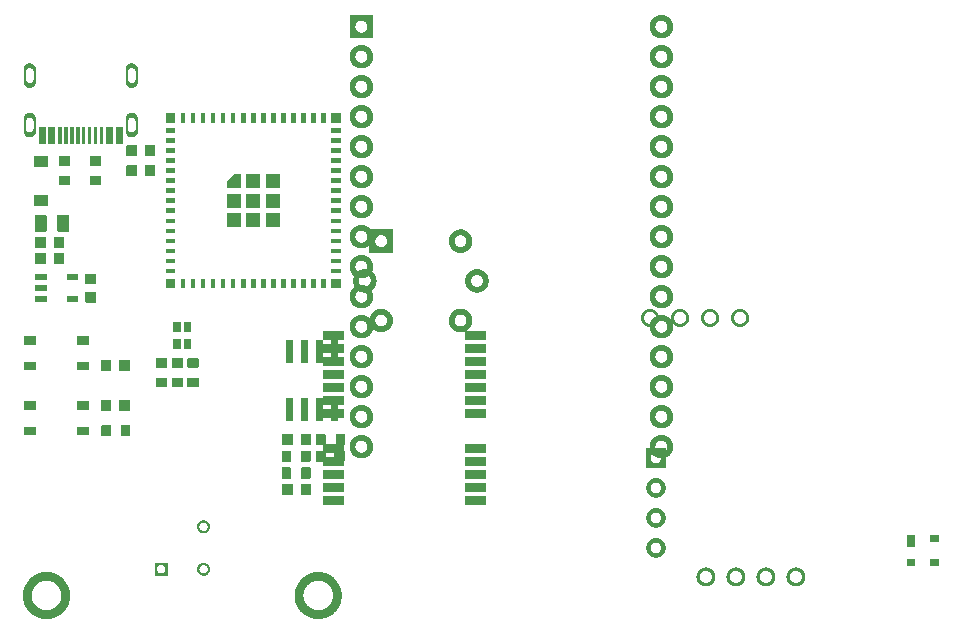
<source format=gbr>
%TF.GenerationSoftware,Flux,Pcbnew,7.0.11-7.0.11~ubuntu20.04.1*%
%TF.CreationDate,2024-04-08T19:48:30+00:00*%
%TF.ProjectId,input,696e7075-742e-46b6-9963-61645f706362,rev?*%
%TF.SameCoordinates,Original*%
%TF.FileFunction,Soldermask,Top*%
%TF.FilePolarity,Negative*%
%FSLAX46Y46*%
G04 Gerber Fmt 4.6, Leading zero omitted, Abs format (unit mm)*
G04 Filename: construction*
G04 Build it with Flux! Visit our site at: https://www.flux.ai (PCBNEW 7.0.11-7.0.11~ubuntu20.04.1) date 2024-04-08 19:48:30*
%MOMM*%
%LPD*%
G01*
G04 APERTURE LIST*
G04 APERTURE END LIST*
%TO.C,*%
G36*
X31372900Y-14656800D02*
G01*
X30672900Y-14656800D01*
X30672900Y-14056800D01*
X31372900Y-14056800D01*
X31372900Y-14656800D01*
G37*
G36*
X29372900Y-14656800D02*
G01*
X28672900Y-14656800D01*
X28672900Y-14056800D01*
X29372900Y-14056800D01*
X29372900Y-14656800D01*
G37*
G36*
X29372900Y-13061800D02*
G01*
X28672900Y-13061800D01*
X28672900Y-12061800D01*
X29372900Y-12061800D01*
X29372900Y-13061800D01*
G37*
G36*
X31372900Y-12656800D02*
G01*
X30672900Y-12656800D01*
X30672900Y-12056800D01*
X31372900Y-12056800D01*
X31372900Y-12656800D01*
G37*
G36*
X-17433835Y29435990D02*
G01*
X-17384989Y29431180D01*
X-17336438Y29423978D01*
X-17288299Y29414402D01*
X-17240687Y29402476D01*
X-17193718Y29388228D01*
X-17147505Y29371693D01*
X-17102159Y29352910D01*
X-17057789Y29331924D01*
X-17014502Y29308787D01*
X-16972402Y29283554D01*
X-16931592Y29256285D01*
X-16892168Y29227046D01*
X-16854227Y29195909D01*
X-16817859Y29162947D01*
X-16783153Y29128241D01*
X-16750191Y29091873D01*
X-16719054Y29053932D01*
X-16689815Y29014508D01*
X-16662546Y28973698D01*
X-16637313Y28931598D01*
X-16614176Y28888311D01*
X-16593190Y28843941D01*
X-16574407Y28798595D01*
X-16557872Y28752382D01*
X-16543624Y28705413D01*
X-16531698Y28657801D01*
X-16522122Y28609662D01*
X-16514920Y28561111D01*
X-16510110Y28512265D01*
X-16507701Y28463241D01*
X-16507701Y28414159D01*
X-16510110Y28365135D01*
X-16514920Y28316289D01*
X-16522122Y28267738D01*
X-16531698Y28219599D01*
X-16543624Y28171987D01*
X-16557872Y28125018D01*
X-16574407Y28078805D01*
X-16593190Y28033459D01*
X-16614176Y27989089D01*
X-16637313Y27945802D01*
X-16662546Y27903702D01*
X-16689815Y27862892D01*
X-16719054Y27823468D01*
X-16750191Y27785527D01*
X-16783153Y27749159D01*
X-16817859Y27714453D01*
X-16854227Y27681491D01*
X-16892168Y27650354D01*
X-16931592Y27621115D01*
X-16972402Y27593846D01*
X-17014502Y27568613D01*
X-17057789Y27545476D01*
X-17102159Y27524490D01*
X-17147505Y27505707D01*
X-17193718Y27489172D01*
X-17240687Y27474924D01*
X-17288299Y27462998D01*
X-17336438Y27453422D01*
X-17384989Y27446220D01*
X-17433835Y27441410D01*
X-17482859Y27439001D01*
X-17531941Y27439001D01*
X-17580965Y27441410D01*
X-17629811Y27446220D01*
X-17678362Y27453422D01*
X-17726501Y27462998D01*
X-17774113Y27474924D01*
X-17821082Y27489172D01*
X-17867295Y27505707D01*
X-17912641Y27524490D01*
X-17957011Y27545476D01*
X-18000298Y27568613D01*
X-18042398Y27593846D01*
X-18083208Y27621115D01*
X-18122632Y27650354D01*
X-18160573Y27681491D01*
X-18196941Y27714453D01*
X-18231647Y27749159D01*
X-18264609Y27785527D01*
X-18295746Y27823468D01*
X-18324985Y27862892D01*
X-18352254Y27903702D01*
X-18377487Y27945802D01*
X-18400624Y27989089D01*
X-18421610Y28033459D01*
X-18440393Y28078805D01*
X-18456928Y28125018D01*
X-18471176Y28171987D01*
X-18483102Y28219599D01*
X-18492678Y28267738D01*
X-18499880Y28316289D01*
X-18504690Y28365135D01*
X-18507099Y28414159D01*
X-18507099Y28426184D01*
X-18017246Y28426184D01*
X-18016018Y28401182D01*
X-18013565Y28376271D01*
X-18009892Y28351509D01*
X-18005008Y28326958D01*
X-17998926Y28302676D01*
X-17991659Y28278722D01*
X-17983226Y28255154D01*
X-17973647Y28232027D01*
X-17962944Y28209398D01*
X-17951144Y28187322D01*
X-17938275Y28165851D01*
X-17924368Y28145038D01*
X-17909457Y28124932D01*
X-17893577Y28105582D01*
X-17876766Y28087034D01*
X-17859066Y28069334D01*
X-17840518Y28052523D01*
X-17821168Y28036643D01*
X-17801062Y28021732D01*
X-17780249Y28007825D01*
X-17758778Y27994956D01*
X-17736702Y27983156D01*
X-17714073Y27972453D01*
X-17690946Y27962874D01*
X-17667378Y27954441D01*
X-17643424Y27947174D01*
X-17619142Y27941092D01*
X-17594591Y27936208D01*
X-17569829Y27932535D01*
X-17544918Y27930082D01*
X-17519916Y27928854D01*
X-17494884Y27928854D01*
X-17469882Y27930082D01*
X-17444971Y27932535D01*
X-17420209Y27936208D01*
X-17395658Y27941092D01*
X-17371376Y27947174D01*
X-17347422Y27954441D01*
X-17323854Y27962874D01*
X-17300727Y27972453D01*
X-17278098Y27983156D01*
X-17256022Y27994956D01*
X-17234551Y28007825D01*
X-17213738Y28021732D01*
X-17193632Y28036643D01*
X-17174282Y28052523D01*
X-17155734Y28069334D01*
X-17138034Y28087034D01*
X-17121223Y28105582D01*
X-17105343Y28124932D01*
X-17090432Y28145038D01*
X-17076525Y28165851D01*
X-17063656Y28187322D01*
X-17051856Y28209398D01*
X-17041153Y28232027D01*
X-17031574Y28255154D01*
X-17023141Y28278722D01*
X-17015874Y28302676D01*
X-17009792Y28326958D01*
X-17004908Y28351509D01*
X-17001235Y28376271D01*
X-16998782Y28401182D01*
X-16997554Y28426184D01*
X-16997554Y28451216D01*
X-16998782Y28476218D01*
X-17001235Y28501129D01*
X-17004908Y28525891D01*
X-17009792Y28550442D01*
X-17015874Y28574724D01*
X-17023141Y28598678D01*
X-17031574Y28622246D01*
X-17041153Y28645373D01*
X-17051856Y28668002D01*
X-17063656Y28690078D01*
X-17076525Y28711549D01*
X-17090432Y28732362D01*
X-17105343Y28752468D01*
X-17121223Y28771818D01*
X-17138034Y28790366D01*
X-17155734Y28808066D01*
X-17174282Y28824877D01*
X-17193632Y28840757D01*
X-17213738Y28855668D01*
X-17234551Y28869575D01*
X-17256022Y28882444D01*
X-17278098Y28894244D01*
X-17300727Y28904947D01*
X-17323854Y28914526D01*
X-17347422Y28922959D01*
X-17371376Y28930226D01*
X-17395658Y28936308D01*
X-17420209Y28941192D01*
X-17444971Y28944865D01*
X-17469882Y28947318D01*
X-17494884Y28948546D01*
X-17519916Y28948546D01*
X-17544918Y28947318D01*
X-17569829Y28944865D01*
X-17594591Y28941192D01*
X-17619142Y28936308D01*
X-17643424Y28930226D01*
X-17667378Y28922959D01*
X-17690946Y28914526D01*
X-17714073Y28904947D01*
X-17736702Y28894244D01*
X-17758778Y28882444D01*
X-17780249Y28869575D01*
X-17801062Y28855668D01*
X-17821168Y28840757D01*
X-17840518Y28824877D01*
X-17859066Y28808066D01*
X-17876766Y28790366D01*
X-17893577Y28771818D01*
X-17909457Y28752468D01*
X-17924368Y28732362D01*
X-17938275Y28711549D01*
X-17951144Y28690078D01*
X-17962944Y28668002D01*
X-17973647Y28645373D01*
X-17983226Y28622246D01*
X-17991659Y28598678D01*
X-17998926Y28574724D01*
X-18005008Y28550442D01*
X-18009892Y28525891D01*
X-18013565Y28501129D01*
X-18016018Y28476218D01*
X-18017246Y28451216D01*
X-18017246Y28426184D01*
X-18507099Y28426184D01*
X-18507099Y28463241D01*
X-18504690Y28512265D01*
X-18499880Y28561111D01*
X-18492678Y28609662D01*
X-18483102Y28657801D01*
X-18471176Y28705413D01*
X-18456928Y28752382D01*
X-18440393Y28798595D01*
X-18421610Y28843941D01*
X-18400624Y28888311D01*
X-18377487Y28931598D01*
X-18352254Y28973698D01*
X-18324985Y29014508D01*
X-18295746Y29053932D01*
X-18264609Y29091873D01*
X-18231647Y29128241D01*
X-18196941Y29162947D01*
X-18160573Y29195909D01*
X-18122632Y29227046D01*
X-18083208Y29256285D01*
X-18042398Y29283554D01*
X-18000298Y29308787D01*
X-17957011Y29331924D01*
X-17912641Y29352910D01*
X-17867295Y29371693D01*
X-17821082Y29388228D01*
X-17774113Y29402476D01*
X-17726501Y29414402D01*
X-17678362Y29423978D01*
X-17629811Y29431180D01*
X-17580965Y29435990D01*
X-17531941Y29438399D01*
X-17482859Y29438399D01*
X-17433835Y29435990D01*
G37*
G36*
X-17433835Y-1044010D02*
G01*
X-17384989Y-1048820D01*
X-17336438Y-1056022D01*
X-17288299Y-1065598D01*
X-17240687Y-1077524D01*
X-17193718Y-1091772D01*
X-17147505Y-1108307D01*
X-17102159Y-1127090D01*
X-17057789Y-1148076D01*
X-17014502Y-1171213D01*
X-16972402Y-1196446D01*
X-16931592Y-1223715D01*
X-16892168Y-1252954D01*
X-16854227Y-1284091D01*
X-16817859Y-1317053D01*
X-16783153Y-1351759D01*
X-16750191Y-1388127D01*
X-16719054Y-1426068D01*
X-16689815Y-1465492D01*
X-16662546Y-1506302D01*
X-16637313Y-1548402D01*
X-16614176Y-1591689D01*
X-16593190Y-1636059D01*
X-16574407Y-1681405D01*
X-16557872Y-1727618D01*
X-16543624Y-1774587D01*
X-16531698Y-1822199D01*
X-16522122Y-1870338D01*
X-16514920Y-1918889D01*
X-16510110Y-1967735D01*
X-16507701Y-2016759D01*
X-16507701Y-2065841D01*
X-16510110Y-2114865D01*
X-16514920Y-2163711D01*
X-16522122Y-2212262D01*
X-16531698Y-2260401D01*
X-16543624Y-2308013D01*
X-16557872Y-2354982D01*
X-16574407Y-2401195D01*
X-16593190Y-2446541D01*
X-16614176Y-2490911D01*
X-16637313Y-2534198D01*
X-16662546Y-2576298D01*
X-16689815Y-2617108D01*
X-16719054Y-2656532D01*
X-16750191Y-2694473D01*
X-16783153Y-2730841D01*
X-16817859Y-2765547D01*
X-16854227Y-2798509D01*
X-16892168Y-2829646D01*
X-16931592Y-2858885D01*
X-16972402Y-2886154D01*
X-17014502Y-2911387D01*
X-17057789Y-2934524D01*
X-17102159Y-2955510D01*
X-17147505Y-2974293D01*
X-17193718Y-2990828D01*
X-17240687Y-3005076D01*
X-17288299Y-3017002D01*
X-17336438Y-3026578D01*
X-17384989Y-3033780D01*
X-17433835Y-3038590D01*
X-17482859Y-3040999D01*
X-17531941Y-3040999D01*
X-17580965Y-3038590D01*
X-17629811Y-3033780D01*
X-17678362Y-3026578D01*
X-17726501Y-3017002D01*
X-17774113Y-3005076D01*
X-17821082Y-2990828D01*
X-17867295Y-2974293D01*
X-17912641Y-2955510D01*
X-17957011Y-2934524D01*
X-18000298Y-2911387D01*
X-18042398Y-2886154D01*
X-18083208Y-2858885D01*
X-18122632Y-2829646D01*
X-18160573Y-2798509D01*
X-18196941Y-2765547D01*
X-18231647Y-2730841D01*
X-18264609Y-2694473D01*
X-18295746Y-2656532D01*
X-18324985Y-2617108D01*
X-18352254Y-2576298D01*
X-18377487Y-2534198D01*
X-18400624Y-2490911D01*
X-18421610Y-2446541D01*
X-18440393Y-2401195D01*
X-18456928Y-2354982D01*
X-18471176Y-2308013D01*
X-18483102Y-2260401D01*
X-18492678Y-2212262D01*
X-18499880Y-2163711D01*
X-18504690Y-2114865D01*
X-18507099Y-2065841D01*
X-18507099Y-2053816D01*
X-18017246Y-2053816D01*
X-18016018Y-2078818D01*
X-18013565Y-2103729D01*
X-18009892Y-2128491D01*
X-18005008Y-2153042D01*
X-17998926Y-2177324D01*
X-17991659Y-2201278D01*
X-17983226Y-2224846D01*
X-17973647Y-2247973D01*
X-17962944Y-2270602D01*
X-17951144Y-2292678D01*
X-17938275Y-2314149D01*
X-17924368Y-2334962D01*
X-17909457Y-2355068D01*
X-17893577Y-2374418D01*
X-17876766Y-2392966D01*
X-17859066Y-2410666D01*
X-17840518Y-2427477D01*
X-17821168Y-2443357D01*
X-17801062Y-2458268D01*
X-17780249Y-2472175D01*
X-17758778Y-2485044D01*
X-17736702Y-2496844D01*
X-17714073Y-2507547D01*
X-17690946Y-2517126D01*
X-17667378Y-2525559D01*
X-17643424Y-2532826D01*
X-17619142Y-2538908D01*
X-17594591Y-2543792D01*
X-17569829Y-2547465D01*
X-17544918Y-2549918D01*
X-17519916Y-2551146D01*
X-17494884Y-2551146D01*
X-17469882Y-2549918D01*
X-17444971Y-2547465D01*
X-17420209Y-2543792D01*
X-17395658Y-2538908D01*
X-17371376Y-2532826D01*
X-17347422Y-2525559D01*
X-17323854Y-2517126D01*
X-17300727Y-2507547D01*
X-17278098Y-2496844D01*
X-17256022Y-2485044D01*
X-17234551Y-2472175D01*
X-17213738Y-2458268D01*
X-17193632Y-2443357D01*
X-17174282Y-2427477D01*
X-17155734Y-2410666D01*
X-17138034Y-2392966D01*
X-17121223Y-2374418D01*
X-17105343Y-2355068D01*
X-17090432Y-2334962D01*
X-17076525Y-2314149D01*
X-17063656Y-2292678D01*
X-17051856Y-2270602D01*
X-17041153Y-2247973D01*
X-17031574Y-2224846D01*
X-17023141Y-2201278D01*
X-17015874Y-2177324D01*
X-17009792Y-2153042D01*
X-17004908Y-2128491D01*
X-17001235Y-2103729D01*
X-16998782Y-2078818D01*
X-16997554Y-2053816D01*
X-16997554Y-2028784D01*
X-16998782Y-2003782D01*
X-17001235Y-1978871D01*
X-17004908Y-1954109D01*
X-17009792Y-1929558D01*
X-17015874Y-1905276D01*
X-17023141Y-1881322D01*
X-17031574Y-1857754D01*
X-17041153Y-1834627D01*
X-17051856Y-1811998D01*
X-17063656Y-1789922D01*
X-17076525Y-1768451D01*
X-17090432Y-1747638D01*
X-17105343Y-1727532D01*
X-17121223Y-1708182D01*
X-17138034Y-1689634D01*
X-17155734Y-1671934D01*
X-17174282Y-1655123D01*
X-17193632Y-1639243D01*
X-17213738Y-1624332D01*
X-17234551Y-1610425D01*
X-17256022Y-1597556D01*
X-17278098Y-1585756D01*
X-17300727Y-1575053D01*
X-17323854Y-1565474D01*
X-17347422Y-1557041D01*
X-17371376Y-1549774D01*
X-17395658Y-1543692D01*
X-17420209Y-1538808D01*
X-17444971Y-1535135D01*
X-17469882Y-1532682D01*
X-17494884Y-1531454D01*
X-17519916Y-1531454D01*
X-17544918Y-1532682D01*
X-17569829Y-1535135D01*
X-17594591Y-1538808D01*
X-17619142Y-1543692D01*
X-17643424Y-1549774D01*
X-17667378Y-1557041D01*
X-17690946Y-1565474D01*
X-17714073Y-1575053D01*
X-17736702Y-1585756D01*
X-17758778Y-1597556D01*
X-17780249Y-1610425D01*
X-17801062Y-1624332D01*
X-17821168Y-1639243D01*
X-17840518Y-1655123D01*
X-17859066Y-1671934D01*
X-17876766Y-1689634D01*
X-17893577Y-1708182D01*
X-17909457Y-1727532D01*
X-17924368Y-1747638D01*
X-17938275Y-1768451D01*
X-17951144Y-1789922D01*
X-17962944Y-1811998D01*
X-17973647Y-1834627D01*
X-17983226Y-1857754D01*
X-17991659Y-1881322D01*
X-17998926Y-1905276D01*
X-18005008Y-1929558D01*
X-18009892Y-1954109D01*
X-18013565Y-1978871D01*
X-18016018Y-2003782D01*
X-18017246Y-2028784D01*
X-18017246Y-2053816D01*
X-18507099Y-2053816D01*
X-18507099Y-2016759D01*
X-18504690Y-1967735D01*
X-18499880Y-1918889D01*
X-18492678Y-1870338D01*
X-18483102Y-1822199D01*
X-18471176Y-1774587D01*
X-18456928Y-1727618D01*
X-18440393Y-1681405D01*
X-18421610Y-1636059D01*
X-18400624Y-1591689D01*
X-18377487Y-1548402D01*
X-18352254Y-1506302D01*
X-18324985Y-1465492D01*
X-18295746Y-1426068D01*
X-18264609Y-1388127D01*
X-18231647Y-1351759D01*
X-18196941Y-1317053D01*
X-18160573Y-1284091D01*
X-18122632Y-1252954D01*
X-18083208Y-1223715D01*
X-18042398Y-1196446D01*
X-18000298Y-1171213D01*
X-17957011Y-1148076D01*
X-17912641Y-1127090D01*
X-17867295Y-1108307D01*
X-17821082Y-1091772D01*
X-17774113Y-1077524D01*
X-17726501Y-1065598D01*
X-17678362Y-1056022D01*
X-17629811Y-1048820D01*
X-17580965Y-1044010D01*
X-17531941Y-1041601D01*
X-17482859Y-1041601D01*
X-17433835Y-1044010D01*
G37*
G36*
X7966165Y6575990D02*
G01*
X8015011Y6571180D01*
X8063562Y6563978D01*
X8111701Y6554402D01*
X8159313Y6542476D01*
X8206282Y6528228D01*
X8252495Y6511693D01*
X8297841Y6492910D01*
X8342211Y6471924D01*
X8385498Y6448787D01*
X8427598Y6423554D01*
X8468408Y6396285D01*
X8507832Y6367046D01*
X8545773Y6335909D01*
X8582141Y6302947D01*
X8616847Y6268241D01*
X8649809Y6231873D01*
X8680946Y6193932D01*
X8710185Y6154508D01*
X8737454Y6113698D01*
X8762687Y6071598D01*
X8785824Y6028311D01*
X8806810Y5983941D01*
X8825593Y5938595D01*
X8842128Y5892382D01*
X8856376Y5845413D01*
X8868302Y5797801D01*
X8877878Y5749662D01*
X8885080Y5701111D01*
X8889890Y5652265D01*
X8892299Y5603241D01*
X8892299Y5554159D01*
X8889890Y5505135D01*
X8885080Y5456289D01*
X8877878Y5407738D01*
X8868302Y5359599D01*
X8856376Y5311987D01*
X8842128Y5265018D01*
X8825593Y5218805D01*
X8806810Y5173459D01*
X8785824Y5129089D01*
X8762687Y5085802D01*
X8737454Y5043702D01*
X8710185Y5002892D01*
X8680946Y4963468D01*
X8649809Y4925527D01*
X8616847Y4889159D01*
X8582141Y4854453D01*
X8545773Y4821491D01*
X8507832Y4790354D01*
X8468408Y4761115D01*
X8427598Y4733846D01*
X8385498Y4708613D01*
X8342211Y4685476D01*
X8297841Y4664490D01*
X8252495Y4645707D01*
X8206282Y4629172D01*
X8159313Y4614924D01*
X8111701Y4602998D01*
X8063562Y4593422D01*
X8015011Y4586220D01*
X7966165Y4581410D01*
X7917141Y4579001D01*
X7868059Y4579001D01*
X7819035Y4581410D01*
X7770189Y4586220D01*
X7721638Y4593422D01*
X7673499Y4602998D01*
X7625887Y4614924D01*
X7578918Y4629172D01*
X7532705Y4645707D01*
X7487359Y4664490D01*
X7442989Y4685476D01*
X7399702Y4708613D01*
X7357602Y4733846D01*
X7316792Y4761115D01*
X7277368Y4790354D01*
X7239427Y4821491D01*
X7203059Y4854453D01*
X7168353Y4889159D01*
X7135391Y4925527D01*
X7104254Y4963468D01*
X7075015Y5002892D01*
X7047746Y5043702D01*
X7022513Y5085802D01*
X6999376Y5129089D01*
X6978390Y5173459D01*
X6959607Y5218805D01*
X6943072Y5265018D01*
X6928824Y5311987D01*
X6916898Y5359599D01*
X6907322Y5407738D01*
X6900120Y5456289D01*
X6895310Y5505135D01*
X6892901Y5554159D01*
X6892901Y5566184D01*
X7382754Y5566184D01*
X7383982Y5541182D01*
X7386435Y5516271D01*
X7390108Y5491509D01*
X7394992Y5466958D01*
X7401074Y5442676D01*
X7408341Y5418722D01*
X7416774Y5395154D01*
X7426353Y5372027D01*
X7437056Y5349398D01*
X7448856Y5327322D01*
X7461725Y5305851D01*
X7475632Y5285038D01*
X7490543Y5264932D01*
X7506423Y5245582D01*
X7523234Y5227034D01*
X7540934Y5209334D01*
X7559482Y5192523D01*
X7578832Y5176643D01*
X7598938Y5161732D01*
X7619751Y5147825D01*
X7641222Y5134956D01*
X7663298Y5123156D01*
X7685927Y5112453D01*
X7709054Y5102874D01*
X7732622Y5094441D01*
X7756576Y5087174D01*
X7780858Y5081092D01*
X7805409Y5076208D01*
X7830171Y5072535D01*
X7855082Y5070082D01*
X7880084Y5068854D01*
X7905116Y5068854D01*
X7930118Y5070082D01*
X7955029Y5072535D01*
X7979791Y5076208D01*
X8004342Y5081092D01*
X8028624Y5087174D01*
X8052578Y5094441D01*
X8076146Y5102874D01*
X8099273Y5112453D01*
X8121902Y5123156D01*
X8143978Y5134956D01*
X8165449Y5147825D01*
X8186262Y5161732D01*
X8206368Y5176643D01*
X8225718Y5192523D01*
X8244266Y5209334D01*
X8261966Y5227034D01*
X8278777Y5245582D01*
X8294657Y5264932D01*
X8309568Y5285038D01*
X8323475Y5305851D01*
X8336344Y5327322D01*
X8348144Y5349398D01*
X8358847Y5372027D01*
X8368426Y5395154D01*
X8376859Y5418722D01*
X8384126Y5442676D01*
X8390208Y5466958D01*
X8395092Y5491509D01*
X8398765Y5516271D01*
X8401218Y5541182D01*
X8402446Y5566184D01*
X8402446Y5591216D01*
X8401218Y5616218D01*
X8398765Y5641129D01*
X8395092Y5665891D01*
X8390208Y5690442D01*
X8384126Y5714724D01*
X8376859Y5738678D01*
X8368426Y5762246D01*
X8358847Y5785373D01*
X8348144Y5808002D01*
X8336344Y5830078D01*
X8323475Y5851549D01*
X8309568Y5872362D01*
X8294657Y5892468D01*
X8278777Y5911818D01*
X8261966Y5930366D01*
X8244266Y5948066D01*
X8225718Y5964877D01*
X8206368Y5980757D01*
X8186262Y5995668D01*
X8165449Y6009575D01*
X8143978Y6022444D01*
X8121902Y6034244D01*
X8099273Y6044947D01*
X8076146Y6054526D01*
X8052578Y6062959D01*
X8028624Y6070226D01*
X8004342Y6076308D01*
X7979791Y6081192D01*
X7955029Y6084865D01*
X7930118Y6087318D01*
X7905116Y6088546D01*
X7880084Y6088546D01*
X7855082Y6087318D01*
X7830171Y6084865D01*
X7805409Y6081192D01*
X7780858Y6076308D01*
X7756576Y6070226D01*
X7732622Y6062959D01*
X7709054Y6054526D01*
X7685927Y6044947D01*
X7663298Y6034244D01*
X7641222Y6022444D01*
X7619751Y6009575D01*
X7598938Y5995668D01*
X7578832Y5980757D01*
X7559482Y5964877D01*
X7540934Y5948066D01*
X7523234Y5930366D01*
X7506423Y5911818D01*
X7490543Y5892468D01*
X7475632Y5872362D01*
X7461725Y5851549D01*
X7448856Y5830078D01*
X7437056Y5808002D01*
X7426353Y5785373D01*
X7416774Y5762246D01*
X7408341Y5738678D01*
X7401074Y5714724D01*
X7394992Y5690442D01*
X7390108Y5665891D01*
X7386435Y5641129D01*
X7383982Y5616218D01*
X7382754Y5591216D01*
X7382754Y5566184D01*
X6892901Y5566184D01*
X6892901Y5603241D01*
X6895310Y5652265D01*
X6900120Y5701111D01*
X6907322Y5749662D01*
X6916898Y5797801D01*
X6928824Y5845413D01*
X6943072Y5892382D01*
X6959607Y5938595D01*
X6978390Y5983941D01*
X6999376Y6028311D01*
X7022513Y6071598D01*
X7047746Y6113698D01*
X7075015Y6154508D01*
X7104254Y6193932D01*
X7135391Y6231873D01*
X7168353Y6268241D01*
X7203059Y6302947D01*
X7239427Y6335909D01*
X7277368Y6367046D01*
X7316792Y6396285D01*
X7357602Y6423554D01*
X7399702Y6448787D01*
X7442989Y6471924D01*
X7487359Y6492910D01*
X7532705Y6511693D01*
X7578918Y6528228D01*
X7625887Y6542476D01*
X7673499Y6554402D01*
X7721638Y6563978D01*
X7770189Y6571180D01*
X7819035Y6575990D01*
X7868059Y6578399D01*
X7917141Y6578399D01*
X7966165Y6575990D01*
G37*
G36*
X7966165Y4035990D02*
G01*
X8015011Y4031180D01*
X8063562Y4023978D01*
X8111701Y4014402D01*
X8159313Y4002476D01*
X8206282Y3988228D01*
X8252495Y3971693D01*
X8297841Y3952910D01*
X8342211Y3931924D01*
X8385498Y3908787D01*
X8427598Y3883554D01*
X8468408Y3856285D01*
X8507832Y3827046D01*
X8545773Y3795909D01*
X8582141Y3762947D01*
X8616847Y3728241D01*
X8649809Y3691873D01*
X8680946Y3653932D01*
X8710185Y3614508D01*
X8737454Y3573698D01*
X8762687Y3531598D01*
X8785824Y3488311D01*
X8806810Y3443941D01*
X8825593Y3398595D01*
X8842128Y3352382D01*
X8856376Y3305413D01*
X8868302Y3257801D01*
X8877878Y3209662D01*
X8885080Y3161111D01*
X8889890Y3112265D01*
X8892299Y3063241D01*
X8892299Y3014159D01*
X8889890Y2965135D01*
X8885080Y2916289D01*
X8877878Y2867738D01*
X8868302Y2819599D01*
X8856376Y2771987D01*
X8842128Y2725018D01*
X8825593Y2678805D01*
X8806810Y2633459D01*
X8785824Y2589089D01*
X8762687Y2545802D01*
X8737454Y2503702D01*
X8710185Y2462892D01*
X8680946Y2423468D01*
X8649809Y2385527D01*
X8616847Y2349159D01*
X8582141Y2314453D01*
X8545773Y2281491D01*
X8507832Y2250354D01*
X8468408Y2221115D01*
X8427598Y2193846D01*
X8385498Y2168613D01*
X8342211Y2145476D01*
X8297841Y2124490D01*
X8252495Y2105707D01*
X8206282Y2089172D01*
X8159313Y2074924D01*
X8111701Y2062998D01*
X8063562Y2053422D01*
X8015011Y2046220D01*
X7966165Y2041410D01*
X7917141Y2039001D01*
X7868059Y2039001D01*
X7819035Y2041410D01*
X7770189Y2046220D01*
X7721638Y2053422D01*
X7673499Y2062998D01*
X7625887Y2074924D01*
X7578918Y2089172D01*
X7532705Y2105707D01*
X7487359Y2124490D01*
X7442989Y2145476D01*
X7399702Y2168613D01*
X7357602Y2193846D01*
X7316792Y2221115D01*
X7277368Y2250354D01*
X7239427Y2281491D01*
X7203059Y2314453D01*
X7168353Y2349159D01*
X7135391Y2385527D01*
X7104254Y2423468D01*
X7075015Y2462892D01*
X7047746Y2503702D01*
X7022513Y2545802D01*
X6999376Y2589089D01*
X6978390Y2633459D01*
X6959607Y2678805D01*
X6943072Y2725018D01*
X6928824Y2771987D01*
X6916898Y2819599D01*
X6907322Y2867738D01*
X6900120Y2916289D01*
X6895310Y2965135D01*
X6892901Y3014159D01*
X6892901Y3026184D01*
X7382754Y3026184D01*
X7383982Y3001182D01*
X7386435Y2976271D01*
X7390108Y2951509D01*
X7394992Y2926958D01*
X7401074Y2902676D01*
X7408341Y2878722D01*
X7416774Y2855154D01*
X7426353Y2832027D01*
X7437056Y2809398D01*
X7448856Y2787322D01*
X7461725Y2765851D01*
X7475632Y2745038D01*
X7490543Y2724932D01*
X7506423Y2705582D01*
X7523234Y2687034D01*
X7540934Y2669334D01*
X7559482Y2652523D01*
X7578832Y2636643D01*
X7598938Y2621732D01*
X7619751Y2607825D01*
X7641222Y2594956D01*
X7663298Y2583156D01*
X7685927Y2572453D01*
X7709054Y2562874D01*
X7732622Y2554441D01*
X7756576Y2547174D01*
X7780858Y2541092D01*
X7805409Y2536208D01*
X7830171Y2532535D01*
X7855082Y2530082D01*
X7880084Y2528854D01*
X7905116Y2528854D01*
X7930118Y2530082D01*
X7955029Y2532535D01*
X7979791Y2536208D01*
X8004342Y2541092D01*
X8028624Y2547174D01*
X8052578Y2554441D01*
X8076146Y2562874D01*
X8099273Y2572453D01*
X8121902Y2583156D01*
X8143978Y2594956D01*
X8165449Y2607825D01*
X8186262Y2621732D01*
X8206368Y2636643D01*
X8225718Y2652523D01*
X8244266Y2669334D01*
X8261966Y2687034D01*
X8278777Y2705582D01*
X8294657Y2724932D01*
X8309568Y2745038D01*
X8323475Y2765851D01*
X8336344Y2787322D01*
X8348144Y2809398D01*
X8358847Y2832027D01*
X8368426Y2855154D01*
X8376859Y2878722D01*
X8384126Y2902676D01*
X8390208Y2926958D01*
X8395092Y2951509D01*
X8398765Y2976271D01*
X8401218Y3001182D01*
X8402446Y3026184D01*
X8402446Y3051216D01*
X8401218Y3076218D01*
X8398765Y3101129D01*
X8395092Y3125891D01*
X8390208Y3150442D01*
X8384126Y3174724D01*
X8376859Y3198678D01*
X8368426Y3222246D01*
X8358847Y3245373D01*
X8348144Y3268002D01*
X8336344Y3290078D01*
X8323475Y3311549D01*
X8309568Y3332362D01*
X8294657Y3352468D01*
X8278777Y3371818D01*
X8261966Y3390366D01*
X8244266Y3408066D01*
X8225718Y3424877D01*
X8206368Y3440757D01*
X8186262Y3455668D01*
X8165449Y3469575D01*
X8143978Y3482444D01*
X8121902Y3494244D01*
X8099273Y3504947D01*
X8076146Y3514526D01*
X8052578Y3522959D01*
X8028624Y3530226D01*
X8004342Y3536308D01*
X7979791Y3541192D01*
X7955029Y3544865D01*
X7930118Y3547318D01*
X7905116Y3548546D01*
X7880084Y3548546D01*
X7855082Y3547318D01*
X7830171Y3544865D01*
X7805409Y3541192D01*
X7780858Y3536308D01*
X7756576Y3530226D01*
X7732622Y3522959D01*
X7709054Y3514526D01*
X7685927Y3504947D01*
X7663298Y3494244D01*
X7641222Y3482444D01*
X7619751Y3469575D01*
X7598938Y3455668D01*
X7578832Y3440757D01*
X7559482Y3424877D01*
X7540934Y3408066D01*
X7523234Y3390366D01*
X7506423Y3371818D01*
X7490543Y3352468D01*
X7475632Y3332362D01*
X7461725Y3311549D01*
X7448856Y3290078D01*
X7437056Y3268002D01*
X7426353Y3245373D01*
X7416774Y3222246D01*
X7408341Y3198678D01*
X7401074Y3174724D01*
X7394992Y3150442D01*
X7390108Y3125891D01*
X7386435Y3101129D01*
X7383982Y3076218D01*
X7382754Y3051216D01*
X7382754Y3026184D01*
X6892901Y3026184D01*
X6892901Y3063241D01*
X6895310Y3112265D01*
X6900120Y3161111D01*
X6907322Y3209662D01*
X6916898Y3257801D01*
X6928824Y3305413D01*
X6943072Y3352382D01*
X6959607Y3398595D01*
X6978390Y3443941D01*
X6999376Y3488311D01*
X7022513Y3531598D01*
X7047746Y3573698D01*
X7075015Y3614508D01*
X7104254Y3653932D01*
X7135391Y3691873D01*
X7168353Y3728241D01*
X7203059Y3762947D01*
X7239427Y3795909D01*
X7277368Y3827046D01*
X7316792Y3856285D01*
X7357602Y3883554D01*
X7399702Y3908787D01*
X7442989Y3931924D01*
X7487359Y3952910D01*
X7532705Y3971693D01*
X7578918Y3988228D01*
X7625887Y4002476D01*
X7673499Y4014402D01*
X7721638Y4023978D01*
X7770189Y4031180D01*
X7819035Y4035990D01*
X7868059Y4038399D01*
X7917141Y4038399D01*
X7966165Y4035990D01*
G37*
G36*
X7966165Y-1044010D02*
G01*
X8015011Y-1048820D01*
X8063562Y-1056022D01*
X8111701Y-1065598D01*
X8159313Y-1077524D01*
X8206282Y-1091772D01*
X8252495Y-1108307D01*
X8297841Y-1127090D01*
X8342211Y-1148076D01*
X8385498Y-1171213D01*
X8427598Y-1196446D01*
X8468408Y-1223715D01*
X8507832Y-1252954D01*
X8545773Y-1284091D01*
X8582141Y-1317053D01*
X8616847Y-1351759D01*
X8649809Y-1388127D01*
X8680946Y-1426068D01*
X8710185Y-1465492D01*
X8737454Y-1506302D01*
X8762687Y-1548402D01*
X8785824Y-1591689D01*
X8806810Y-1636059D01*
X8825593Y-1681405D01*
X8842128Y-1727618D01*
X8856376Y-1774587D01*
X8868302Y-1822199D01*
X8877878Y-1870338D01*
X8885080Y-1918889D01*
X8889890Y-1967735D01*
X8892299Y-2016759D01*
X8892299Y-2065841D01*
X8889890Y-2114865D01*
X8885080Y-2163711D01*
X8877878Y-2212262D01*
X8868302Y-2260401D01*
X8856376Y-2308013D01*
X8842128Y-2354982D01*
X8825593Y-2401195D01*
X8806810Y-2446541D01*
X8785824Y-2490911D01*
X8762687Y-2534198D01*
X8737454Y-2576298D01*
X8710185Y-2617108D01*
X8680946Y-2656532D01*
X8649809Y-2694473D01*
X8616847Y-2730841D01*
X8582141Y-2765547D01*
X8545773Y-2798509D01*
X8507832Y-2829646D01*
X8468408Y-2858885D01*
X8427598Y-2886154D01*
X8385498Y-2911387D01*
X8342211Y-2934524D01*
X8297841Y-2955510D01*
X8252495Y-2974293D01*
X8206282Y-2990828D01*
X8159313Y-3005076D01*
X8111701Y-3017002D01*
X8063562Y-3026578D01*
X8015011Y-3033780D01*
X7966165Y-3038590D01*
X7917141Y-3040999D01*
X7868059Y-3040999D01*
X7819035Y-3038590D01*
X7770189Y-3033780D01*
X7721638Y-3026578D01*
X7673499Y-3017002D01*
X7625887Y-3005076D01*
X7578918Y-2990828D01*
X7532705Y-2974293D01*
X7487359Y-2955510D01*
X7442989Y-2934524D01*
X7399702Y-2911387D01*
X7357602Y-2886154D01*
X7316792Y-2858885D01*
X7277368Y-2829646D01*
X7239427Y-2798509D01*
X7203059Y-2765547D01*
X7168353Y-2730841D01*
X7135391Y-2694473D01*
X7104254Y-2656532D01*
X7075015Y-2617108D01*
X7047746Y-2576298D01*
X7022513Y-2534198D01*
X6999376Y-2490911D01*
X6978390Y-2446541D01*
X6959607Y-2401195D01*
X6943072Y-2354982D01*
X6928824Y-2308013D01*
X6916898Y-2260401D01*
X6907322Y-2212262D01*
X6900120Y-2163711D01*
X6895310Y-2114865D01*
X6892901Y-2065841D01*
X6892901Y-2053816D01*
X7382754Y-2053816D01*
X7383982Y-2078818D01*
X7386435Y-2103729D01*
X7390108Y-2128491D01*
X7394992Y-2153042D01*
X7401074Y-2177324D01*
X7408341Y-2201278D01*
X7416774Y-2224846D01*
X7426353Y-2247973D01*
X7437056Y-2270602D01*
X7448856Y-2292678D01*
X7461725Y-2314149D01*
X7475632Y-2334962D01*
X7490543Y-2355068D01*
X7506423Y-2374418D01*
X7523234Y-2392966D01*
X7540934Y-2410666D01*
X7559482Y-2427477D01*
X7578832Y-2443357D01*
X7598938Y-2458268D01*
X7619751Y-2472175D01*
X7641222Y-2485044D01*
X7663298Y-2496844D01*
X7685927Y-2507547D01*
X7709054Y-2517126D01*
X7732622Y-2525559D01*
X7756576Y-2532826D01*
X7780858Y-2538908D01*
X7805409Y-2543792D01*
X7830171Y-2547465D01*
X7855082Y-2549918D01*
X7880084Y-2551146D01*
X7905116Y-2551146D01*
X7930118Y-2549918D01*
X7955029Y-2547465D01*
X7979791Y-2543792D01*
X8004342Y-2538908D01*
X8028624Y-2532826D01*
X8052578Y-2525559D01*
X8076146Y-2517126D01*
X8099273Y-2507547D01*
X8121902Y-2496844D01*
X8143978Y-2485044D01*
X8165449Y-2472175D01*
X8186262Y-2458268D01*
X8206368Y-2443357D01*
X8225718Y-2427477D01*
X8244266Y-2410666D01*
X8261966Y-2392966D01*
X8278777Y-2374418D01*
X8294657Y-2355068D01*
X8309568Y-2334962D01*
X8323475Y-2314149D01*
X8336344Y-2292678D01*
X8348144Y-2270602D01*
X8358847Y-2247973D01*
X8368426Y-2224846D01*
X8376859Y-2201278D01*
X8384126Y-2177324D01*
X8390208Y-2153042D01*
X8395092Y-2128491D01*
X8398765Y-2103729D01*
X8401218Y-2078818D01*
X8402446Y-2053816D01*
X8402446Y-2028784D01*
X8401218Y-2003782D01*
X8398765Y-1978871D01*
X8395092Y-1954109D01*
X8390208Y-1929558D01*
X8384126Y-1905276D01*
X8376859Y-1881322D01*
X8368426Y-1857754D01*
X8358847Y-1834627D01*
X8348144Y-1811998D01*
X8336344Y-1789922D01*
X8323475Y-1768451D01*
X8309568Y-1747638D01*
X8294657Y-1727532D01*
X8278777Y-1708182D01*
X8261966Y-1689634D01*
X8244266Y-1671934D01*
X8225718Y-1655123D01*
X8206368Y-1639243D01*
X8186262Y-1624332D01*
X8165449Y-1610425D01*
X8143978Y-1597556D01*
X8121902Y-1585756D01*
X8099273Y-1575053D01*
X8076146Y-1565474D01*
X8052578Y-1557041D01*
X8028624Y-1549774D01*
X8004342Y-1543692D01*
X7979791Y-1538808D01*
X7955029Y-1535135D01*
X7930118Y-1532682D01*
X7905116Y-1531454D01*
X7880084Y-1531454D01*
X7855082Y-1532682D01*
X7830171Y-1535135D01*
X7805409Y-1538808D01*
X7780858Y-1543692D01*
X7756576Y-1549774D01*
X7732622Y-1557041D01*
X7709054Y-1565474D01*
X7685927Y-1575053D01*
X7663298Y-1585756D01*
X7641222Y-1597556D01*
X7619751Y-1610425D01*
X7598938Y-1624332D01*
X7578832Y-1639243D01*
X7559482Y-1655123D01*
X7540934Y-1671934D01*
X7523234Y-1689634D01*
X7506423Y-1708182D01*
X7490543Y-1727532D01*
X7475632Y-1747638D01*
X7461725Y-1768451D01*
X7448856Y-1789922D01*
X7437056Y-1811998D01*
X7426353Y-1834627D01*
X7416774Y-1857754D01*
X7408341Y-1881322D01*
X7401074Y-1905276D01*
X7394992Y-1929558D01*
X7390108Y-1954109D01*
X7386435Y-1978871D01*
X7383982Y-2003782D01*
X7382754Y-2028784D01*
X7382754Y-2053816D01*
X6892901Y-2053816D01*
X6892901Y-2016759D01*
X6895310Y-1967735D01*
X6900120Y-1918889D01*
X6907322Y-1870338D01*
X6916898Y-1822199D01*
X6928824Y-1774587D01*
X6943072Y-1727618D01*
X6959607Y-1681405D01*
X6978390Y-1636059D01*
X6999376Y-1591689D01*
X7022513Y-1548402D01*
X7047746Y-1506302D01*
X7075015Y-1465492D01*
X7104254Y-1426068D01*
X7135391Y-1388127D01*
X7168353Y-1351759D01*
X7203059Y-1317053D01*
X7239427Y-1284091D01*
X7277368Y-1252954D01*
X7316792Y-1223715D01*
X7357602Y-1196446D01*
X7399702Y-1171213D01*
X7442989Y-1148076D01*
X7487359Y-1127090D01*
X7532705Y-1108307D01*
X7578918Y-1091772D01*
X7625887Y-1077524D01*
X7673499Y-1065598D01*
X7721638Y-1056022D01*
X7770189Y-1048820D01*
X7819035Y-1044010D01*
X7868059Y-1041601D01*
X7917141Y-1041601D01*
X7966165Y-1044010D01*
G37*
G36*
X-17433835Y6575990D02*
G01*
X-17384989Y6571180D01*
X-17336438Y6563978D01*
X-17288299Y6554402D01*
X-17240687Y6542476D01*
X-17193718Y6528228D01*
X-17147505Y6511693D01*
X-17102159Y6492910D01*
X-17057789Y6471924D01*
X-17014502Y6448787D01*
X-16972402Y6423554D01*
X-16931592Y6396285D01*
X-16892168Y6367046D01*
X-16854227Y6335909D01*
X-16817859Y6302947D01*
X-16783153Y6268241D01*
X-16750191Y6231873D01*
X-16719054Y6193932D01*
X-16689815Y6154508D01*
X-16662546Y6113698D01*
X-16637313Y6071598D01*
X-16614176Y6028311D01*
X-16593190Y5983941D01*
X-16574407Y5938595D01*
X-16557872Y5892382D01*
X-16543624Y5845413D01*
X-16531698Y5797801D01*
X-16522122Y5749662D01*
X-16514920Y5701111D01*
X-16510110Y5652265D01*
X-16507701Y5603241D01*
X-16507701Y5554159D01*
X-16510110Y5505135D01*
X-16514920Y5456289D01*
X-16522122Y5407738D01*
X-16531698Y5359599D01*
X-16543624Y5311987D01*
X-16557872Y5265018D01*
X-16574407Y5218805D01*
X-16593190Y5173459D01*
X-16614176Y5129089D01*
X-16637313Y5085802D01*
X-16662546Y5043702D01*
X-16689815Y5002892D01*
X-16719054Y4963468D01*
X-16750191Y4925527D01*
X-16783153Y4889159D01*
X-16817859Y4854453D01*
X-16854227Y4821491D01*
X-16892168Y4790354D01*
X-16931592Y4761115D01*
X-16972402Y4733846D01*
X-17014502Y4708613D01*
X-17057789Y4685476D01*
X-17102159Y4664490D01*
X-17147505Y4645707D01*
X-17193718Y4629172D01*
X-17240687Y4614924D01*
X-17288299Y4602998D01*
X-17336438Y4593422D01*
X-17384989Y4586220D01*
X-17433835Y4581410D01*
X-17482859Y4579001D01*
X-17531941Y4579001D01*
X-17580965Y4581410D01*
X-17629811Y4586220D01*
X-17678362Y4593422D01*
X-17726501Y4602998D01*
X-17774113Y4614924D01*
X-17821082Y4629172D01*
X-17867295Y4645707D01*
X-17912641Y4664490D01*
X-17957011Y4685476D01*
X-18000298Y4708613D01*
X-18042398Y4733846D01*
X-18083208Y4761115D01*
X-18122632Y4790354D01*
X-18160573Y4821491D01*
X-18196941Y4854453D01*
X-18231647Y4889159D01*
X-18264609Y4925527D01*
X-18295746Y4963468D01*
X-18324985Y5002892D01*
X-18352254Y5043702D01*
X-18377487Y5085802D01*
X-18400624Y5129089D01*
X-18421610Y5173459D01*
X-18440393Y5218805D01*
X-18456928Y5265018D01*
X-18471176Y5311987D01*
X-18483102Y5359599D01*
X-18492678Y5407738D01*
X-18499880Y5456289D01*
X-18504690Y5505135D01*
X-18507099Y5554159D01*
X-18507099Y5566184D01*
X-18017246Y5566184D01*
X-18016018Y5541182D01*
X-18013565Y5516271D01*
X-18009892Y5491509D01*
X-18005008Y5466958D01*
X-17998926Y5442676D01*
X-17991659Y5418722D01*
X-17983226Y5395154D01*
X-17973647Y5372027D01*
X-17962944Y5349398D01*
X-17951144Y5327322D01*
X-17938275Y5305851D01*
X-17924368Y5285038D01*
X-17909457Y5264932D01*
X-17893577Y5245582D01*
X-17876766Y5227034D01*
X-17859066Y5209334D01*
X-17840518Y5192523D01*
X-17821168Y5176643D01*
X-17801062Y5161732D01*
X-17780249Y5147825D01*
X-17758778Y5134956D01*
X-17736702Y5123156D01*
X-17714073Y5112453D01*
X-17690946Y5102874D01*
X-17667378Y5094441D01*
X-17643424Y5087174D01*
X-17619142Y5081092D01*
X-17594591Y5076208D01*
X-17569829Y5072535D01*
X-17544918Y5070082D01*
X-17519916Y5068854D01*
X-17494884Y5068854D01*
X-17469882Y5070082D01*
X-17444971Y5072535D01*
X-17420209Y5076208D01*
X-17395658Y5081092D01*
X-17371376Y5087174D01*
X-17347422Y5094441D01*
X-17323854Y5102874D01*
X-17300727Y5112453D01*
X-17278098Y5123156D01*
X-17256022Y5134956D01*
X-17234551Y5147825D01*
X-17213738Y5161732D01*
X-17193632Y5176643D01*
X-17174282Y5192523D01*
X-17155734Y5209334D01*
X-17138034Y5227034D01*
X-17121223Y5245582D01*
X-17105343Y5264932D01*
X-17090432Y5285038D01*
X-17076525Y5305851D01*
X-17063656Y5327322D01*
X-17051856Y5349398D01*
X-17041153Y5372027D01*
X-17031574Y5395154D01*
X-17023141Y5418722D01*
X-17015874Y5442676D01*
X-17009792Y5466958D01*
X-17004908Y5491509D01*
X-17001235Y5516271D01*
X-16998782Y5541182D01*
X-16997554Y5566184D01*
X-16997554Y5591216D01*
X-16998782Y5616218D01*
X-17001235Y5641129D01*
X-17004908Y5665891D01*
X-17009792Y5690442D01*
X-17015874Y5714724D01*
X-17023141Y5738678D01*
X-17031574Y5762246D01*
X-17041153Y5785373D01*
X-17051856Y5808002D01*
X-17063656Y5830078D01*
X-17076525Y5851549D01*
X-17090432Y5872362D01*
X-17105343Y5892468D01*
X-17121223Y5911818D01*
X-17138034Y5930366D01*
X-17155734Y5948066D01*
X-17174282Y5964877D01*
X-17193632Y5980757D01*
X-17213738Y5995668D01*
X-17234551Y6009575D01*
X-17256022Y6022444D01*
X-17278098Y6034244D01*
X-17300727Y6044947D01*
X-17323854Y6054526D01*
X-17347422Y6062959D01*
X-17371376Y6070226D01*
X-17395658Y6076308D01*
X-17420209Y6081192D01*
X-17444971Y6084865D01*
X-17469882Y6087318D01*
X-17494884Y6088546D01*
X-17519916Y6088546D01*
X-17544918Y6087318D01*
X-17569829Y6084865D01*
X-17594591Y6081192D01*
X-17619142Y6076308D01*
X-17643424Y6070226D01*
X-17667378Y6062959D01*
X-17690946Y6054526D01*
X-17714073Y6044947D01*
X-17736702Y6034244D01*
X-17758778Y6022444D01*
X-17780249Y6009575D01*
X-17801062Y5995668D01*
X-17821168Y5980757D01*
X-17840518Y5964877D01*
X-17859066Y5948066D01*
X-17876766Y5930366D01*
X-17893577Y5911818D01*
X-17909457Y5892468D01*
X-17924368Y5872362D01*
X-17938275Y5851549D01*
X-17951144Y5830078D01*
X-17962944Y5808002D01*
X-17973647Y5785373D01*
X-17983226Y5762246D01*
X-17991659Y5738678D01*
X-17998926Y5714724D01*
X-18005008Y5690442D01*
X-18009892Y5665891D01*
X-18013565Y5641129D01*
X-18016018Y5616218D01*
X-18017246Y5591216D01*
X-18017246Y5566184D01*
X-18507099Y5566184D01*
X-18507099Y5603241D01*
X-18504690Y5652265D01*
X-18499880Y5701111D01*
X-18492678Y5749662D01*
X-18483102Y5797801D01*
X-18471176Y5845413D01*
X-18456928Y5892382D01*
X-18440393Y5938595D01*
X-18421610Y5983941D01*
X-18400624Y6028311D01*
X-18377487Y6071598D01*
X-18352254Y6113698D01*
X-18324985Y6154508D01*
X-18295746Y6193932D01*
X-18264609Y6231873D01*
X-18231647Y6268241D01*
X-18196941Y6302947D01*
X-18160573Y6335909D01*
X-18122632Y6367046D01*
X-18083208Y6396285D01*
X-18042398Y6423554D01*
X-18000298Y6448787D01*
X-17957011Y6471924D01*
X-17912641Y6492910D01*
X-17867295Y6511693D01*
X-17821082Y6528228D01*
X-17774113Y6542476D01*
X-17726501Y6554402D01*
X-17678362Y6563978D01*
X-17629811Y6571180D01*
X-17580965Y6575990D01*
X-17531941Y6578399D01*
X-17482859Y6578399D01*
X-17433835Y6575990D01*
G37*
G36*
X-17433835Y-3584010D02*
G01*
X-17384989Y-3588820D01*
X-17336438Y-3596022D01*
X-17288299Y-3605598D01*
X-17240687Y-3617524D01*
X-17193718Y-3631772D01*
X-17147505Y-3648307D01*
X-17102159Y-3667090D01*
X-17057789Y-3688076D01*
X-17014502Y-3711213D01*
X-16972402Y-3736446D01*
X-16931592Y-3763715D01*
X-16892168Y-3792954D01*
X-16854227Y-3824091D01*
X-16817859Y-3857053D01*
X-16783153Y-3891759D01*
X-16750191Y-3928127D01*
X-16719054Y-3966068D01*
X-16689815Y-4005492D01*
X-16662546Y-4046302D01*
X-16637313Y-4088402D01*
X-16614176Y-4131689D01*
X-16593190Y-4176059D01*
X-16574407Y-4221405D01*
X-16557872Y-4267618D01*
X-16543624Y-4314587D01*
X-16531698Y-4362199D01*
X-16522122Y-4410338D01*
X-16514920Y-4458889D01*
X-16510110Y-4507735D01*
X-16507701Y-4556759D01*
X-16507701Y-4605841D01*
X-16510110Y-4654865D01*
X-16514920Y-4703711D01*
X-16522122Y-4752262D01*
X-16531698Y-4800401D01*
X-16543624Y-4848013D01*
X-16557872Y-4894982D01*
X-16574407Y-4941195D01*
X-16593190Y-4986541D01*
X-16614176Y-5030911D01*
X-16637313Y-5074198D01*
X-16662546Y-5116298D01*
X-16689815Y-5157108D01*
X-16719054Y-5196532D01*
X-16750191Y-5234473D01*
X-16783153Y-5270841D01*
X-16817859Y-5305547D01*
X-16854227Y-5338509D01*
X-16892168Y-5369646D01*
X-16931592Y-5398885D01*
X-16972402Y-5426154D01*
X-17014502Y-5451387D01*
X-17057789Y-5474524D01*
X-17102159Y-5495510D01*
X-17147505Y-5514293D01*
X-17193718Y-5530828D01*
X-17240687Y-5545076D01*
X-17288299Y-5557002D01*
X-17336438Y-5566578D01*
X-17384989Y-5573780D01*
X-17433835Y-5578590D01*
X-17482859Y-5580999D01*
X-17531941Y-5580999D01*
X-17580965Y-5578590D01*
X-17629811Y-5573780D01*
X-17678362Y-5566578D01*
X-17726501Y-5557002D01*
X-17774113Y-5545076D01*
X-17821082Y-5530828D01*
X-17867295Y-5514293D01*
X-17912641Y-5495510D01*
X-17957011Y-5474524D01*
X-18000298Y-5451387D01*
X-18042398Y-5426154D01*
X-18083208Y-5398885D01*
X-18122632Y-5369646D01*
X-18160573Y-5338509D01*
X-18196941Y-5305547D01*
X-18231647Y-5270841D01*
X-18264609Y-5234473D01*
X-18295746Y-5196532D01*
X-18324985Y-5157108D01*
X-18352254Y-5116298D01*
X-18377487Y-5074198D01*
X-18400624Y-5030911D01*
X-18421610Y-4986541D01*
X-18440393Y-4941195D01*
X-18456928Y-4894982D01*
X-18471176Y-4848013D01*
X-18483102Y-4800401D01*
X-18492678Y-4752262D01*
X-18499880Y-4703711D01*
X-18504690Y-4654865D01*
X-18507099Y-4605841D01*
X-18507099Y-4593816D01*
X-18017246Y-4593816D01*
X-18016018Y-4618818D01*
X-18013565Y-4643729D01*
X-18009892Y-4668491D01*
X-18005008Y-4693042D01*
X-17998926Y-4717324D01*
X-17991659Y-4741278D01*
X-17983226Y-4764846D01*
X-17973647Y-4787973D01*
X-17962944Y-4810602D01*
X-17951144Y-4832678D01*
X-17938275Y-4854149D01*
X-17924368Y-4874962D01*
X-17909457Y-4895068D01*
X-17893577Y-4914418D01*
X-17876766Y-4932966D01*
X-17859066Y-4950666D01*
X-17840518Y-4967477D01*
X-17821168Y-4983357D01*
X-17801062Y-4998268D01*
X-17780249Y-5012175D01*
X-17758778Y-5025044D01*
X-17736702Y-5036844D01*
X-17714073Y-5047547D01*
X-17690946Y-5057126D01*
X-17667378Y-5065559D01*
X-17643424Y-5072826D01*
X-17619142Y-5078908D01*
X-17594591Y-5083792D01*
X-17569829Y-5087465D01*
X-17544918Y-5089918D01*
X-17519916Y-5091146D01*
X-17494884Y-5091146D01*
X-17469882Y-5089918D01*
X-17444971Y-5087465D01*
X-17420209Y-5083792D01*
X-17395658Y-5078908D01*
X-17371376Y-5072826D01*
X-17347422Y-5065559D01*
X-17323854Y-5057126D01*
X-17300727Y-5047547D01*
X-17278098Y-5036844D01*
X-17256022Y-5025044D01*
X-17234551Y-5012175D01*
X-17213738Y-4998268D01*
X-17193632Y-4983357D01*
X-17174282Y-4967477D01*
X-17155734Y-4950666D01*
X-17138034Y-4932966D01*
X-17121223Y-4914418D01*
X-17105343Y-4895068D01*
X-17090432Y-4874962D01*
X-17076525Y-4854149D01*
X-17063656Y-4832678D01*
X-17051856Y-4810602D01*
X-17041153Y-4787973D01*
X-17031574Y-4764846D01*
X-17023141Y-4741278D01*
X-17015874Y-4717324D01*
X-17009792Y-4693042D01*
X-17004908Y-4668491D01*
X-17001235Y-4643729D01*
X-16998782Y-4618818D01*
X-16997554Y-4593816D01*
X-16997554Y-4568784D01*
X-16998782Y-4543782D01*
X-17001235Y-4518871D01*
X-17004908Y-4494109D01*
X-17009792Y-4469558D01*
X-17015874Y-4445276D01*
X-17023141Y-4421322D01*
X-17031574Y-4397754D01*
X-17041153Y-4374627D01*
X-17051856Y-4351998D01*
X-17063656Y-4329922D01*
X-17076525Y-4308451D01*
X-17090432Y-4287638D01*
X-17105343Y-4267532D01*
X-17121223Y-4248182D01*
X-17138034Y-4229634D01*
X-17155734Y-4211934D01*
X-17174282Y-4195123D01*
X-17193632Y-4179243D01*
X-17213738Y-4164332D01*
X-17234551Y-4150425D01*
X-17256022Y-4137556D01*
X-17278098Y-4125756D01*
X-17300727Y-4115053D01*
X-17323854Y-4105474D01*
X-17347422Y-4097041D01*
X-17371376Y-4089774D01*
X-17395658Y-4083692D01*
X-17420209Y-4078808D01*
X-17444971Y-4075135D01*
X-17469882Y-4072682D01*
X-17494884Y-4071454D01*
X-17519916Y-4071454D01*
X-17544918Y-4072682D01*
X-17569829Y-4075135D01*
X-17594591Y-4078808D01*
X-17619142Y-4083692D01*
X-17643424Y-4089774D01*
X-17667378Y-4097041D01*
X-17690946Y-4105474D01*
X-17714073Y-4115053D01*
X-17736702Y-4125756D01*
X-17758778Y-4137556D01*
X-17780249Y-4150425D01*
X-17801062Y-4164332D01*
X-17821168Y-4179243D01*
X-17840518Y-4195123D01*
X-17859066Y-4211934D01*
X-17876766Y-4229634D01*
X-17893577Y-4248182D01*
X-17909457Y-4267532D01*
X-17924368Y-4287638D01*
X-17938275Y-4308451D01*
X-17951144Y-4329922D01*
X-17962944Y-4351998D01*
X-17973647Y-4374627D01*
X-17983226Y-4397754D01*
X-17991659Y-4421322D01*
X-17998926Y-4445276D01*
X-18005008Y-4469558D01*
X-18009892Y-4494109D01*
X-18013565Y-4518871D01*
X-18016018Y-4543782D01*
X-18017246Y-4568784D01*
X-18017246Y-4593816D01*
X-18507099Y-4593816D01*
X-18507099Y-4556759D01*
X-18504690Y-4507735D01*
X-18499880Y-4458889D01*
X-18492678Y-4410338D01*
X-18483102Y-4362199D01*
X-18471176Y-4314587D01*
X-18456928Y-4267618D01*
X-18440393Y-4221405D01*
X-18421610Y-4176059D01*
X-18400624Y-4131689D01*
X-18377487Y-4088402D01*
X-18352254Y-4046302D01*
X-18324985Y-4005492D01*
X-18295746Y-3966068D01*
X-18264609Y-3928127D01*
X-18231647Y-3891759D01*
X-18196941Y-3857053D01*
X-18160573Y-3824091D01*
X-18122632Y-3792954D01*
X-18083208Y-3763715D01*
X-18042398Y-3736446D01*
X-18000298Y-3711213D01*
X-17957011Y-3688076D01*
X-17912641Y-3667090D01*
X-17867295Y-3648307D01*
X-17821082Y-3631772D01*
X-17774113Y-3617524D01*
X-17726501Y-3605598D01*
X-17678362Y-3596022D01*
X-17629811Y-3588820D01*
X-17580965Y-3584010D01*
X-17531941Y-3581601D01*
X-17482859Y-3581601D01*
X-17433835Y-3584010D01*
G37*
G36*
X7966165Y-3584010D02*
G01*
X8015011Y-3588820D01*
X8063562Y-3596022D01*
X8111701Y-3605598D01*
X8159313Y-3617524D01*
X8206282Y-3631772D01*
X8252495Y-3648307D01*
X8297841Y-3667090D01*
X8342211Y-3688076D01*
X8385498Y-3711213D01*
X8427598Y-3736446D01*
X8468408Y-3763715D01*
X8507832Y-3792954D01*
X8545773Y-3824091D01*
X8582141Y-3857053D01*
X8616847Y-3891759D01*
X8649809Y-3928127D01*
X8680946Y-3966068D01*
X8710185Y-4005492D01*
X8737454Y-4046302D01*
X8762687Y-4088402D01*
X8785824Y-4131689D01*
X8806810Y-4176059D01*
X8825593Y-4221405D01*
X8842128Y-4267618D01*
X8856376Y-4314587D01*
X8868302Y-4362199D01*
X8877878Y-4410338D01*
X8885080Y-4458889D01*
X8889890Y-4507735D01*
X8892299Y-4556759D01*
X8892299Y-4605841D01*
X8889890Y-4654865D01*
X8885080Y-4703711D01*
X8877878Y-4752262D01*
X8868302Y-4800401D01*
X8856376Y-4848013D01*
X8842128Y-4894982D01*
X8825593Y-4941195D01*
X8806810Y-4986541D01*
X8785824Y-5030911D01*
X8762687Y-5074198D01*
X8737454Y-5116298D01*
X8710185Y-5157108D01*
X8680946Y-5196532D01*
X8649809Y-5234473D01*
X8616847Y-5270841D01*
X8582141Y-5305547D01*
X8545773Y-5338509D01*
X8507832Y-5369646D01*
X8468408Y-5398885D01*
X8427598Y-5426154D01*
X8385498Y-5451387D01*
X8342211Y-5474524D01*
X8297841Y-5495510D01*
X8252495Y-5514293D01*
X8206282Y-5530828D01*
X8159313Y-5545076D01*
X8111701Y-5557002D01*
X8063562Y-5566578D01*
X8015011Y-5573780D01*
X7966165Y-5578590D01*
X7917141Y-5580999D01*
X7868059Y-5580999D01*
X7819035Y-5578590D01*
X7770189Y-5573780D01*
X7721638Y-5566578D01*
X7673499Y-5557002D01*
X7625887Y-5545076D01*
X7578918Y-5530828D01*
X7532705Y-5514293D01*
X7487359Y-5495510D01*
X7442989Y-5474524D01*
X7399702Y-5451387D01*
X7357602Y-5426154D01*
X7316792Y-5398885D01*
X7277368Y-5369646D01*
X7239427Y-5338509D01*
X7203059Y-5305547D01*
X7168353Y-5270841D01*
X7135391Y-5234473D01*
X7104254Y-5196532D01*
X7075015Y-5157108D01*
X7047746Y-5116298D01*
X7022513Y-5074198D01*
X6999376Y-5030911D01*
X6978390Y-4986541D01*
X6959607Y-4941195D01*
X6943072Y-4894982D01*
X6928824Y-4848013D01*
X6916898Y-4800401D01*
X6907322Y-4752262D01*
X6900120Y-4703711D01*
X6895310Y-4654865D01*
X6892901Y-4605841D01*
X6892901Y-4593816D01*
X7382754Y-4593816D01*
X7383982Y-4618818D01*
X7386435Y-4643729D01*
X7390108Y-4668491D01*
X7394992Y-4693042D01*
X7401074Y-4717324D01*
X7408341Y-4741278D01*
X7416774Y-4764846D01*
X7426353Y-4787973D01*
X7437056Y-4810602D01*
X7448856Y-4832678D01*
X7461725Y-4854149D01*
X7475632Y-4874962D01*
X7490543Y-4895068D01*
X7506423Y-4914418D01*
X7523234Y-4932966D01*
X7540934Y-4950666D01*
X7559482Y-4967477D01*
X7578832Y-4983357D01*
X7598938Y-4998268D01*
X7619751Y-5012175D01*
X7641222Y-5025044D01*
X7663298Y-5036844D01*
X7685927Y-5047547D01*
X7709054Y-5057126D01*
X7732622Y-5065559D01*
X7756576Y-5072826D01*
X7780858Y-5078908D01*
X7805409Y-5083792D01*
X7830171Y-5087465D01*
X7855082Y-5089918D01*
X7880084Y-5091146D01*
X7905116Y-5091146D01*
X7930118Y-5089918D01*
X7955029Y-5087465D01*
X7979791Y-5083792D01*
X8004342Y-5078908D01*
X8028624Y-5072826D01*
X8052578Y-5065559D01*
X8076146Y-5057126D01*
X8099273Y-5047547D01*
X8121902Y-5036844D01*
X8143978Y-5025044D01*
X8165449Y-5012175D01*
X8186262Y-4998268D01*
X8206368Y-4983357D01*
X8225718Y-4967477D01*
X8244266Y-4950666D01*
X8261966Y-4932966D01*
X8278777Y-4914418D01*
X8294657Y-4895068D01*
X8309568Y-4874962D01*
X8323475Y-4854149D01*
X8336344Y-4832678D01*
X8348144Y-4810602D01*
X8358847Y-4787973D01*
X8368426Y-4764846D01*
X8376859Y-4741278D01*
X8384126Y-4717324D01*
X8390208Y-4693042D01*
X8395092Y-4668491D01*
X8398765Y-4643729D01*
X8401218Y-4618818D01*
X8402446Y-4593816D01*
X8402446Y-4568784D01*
X8401218Y-4543782D01*
X8398765Y-4518871D01*
X8395092Y-4494109D01*
X8390208Y-4469558D01*
X8384126Y-4445276D01*
X8376859Y-4421322D01*
X8368426Y-4397754D01*
X8358847Y-4374627D01*
X8348144Y-4351998D01*
X8336344Y-4329922D01*
X8323475Y-4308451D01*
X8309568Y-4287638D01*
X8294657Y-4267532D01*
X8278777Y-4248182D01*
X8261966Y-4229634D01*
X8244266Y-4211934D01*
X8225718Y-4195123D01*
X8206368Y-4179243D01*
X8186262Y-4164332D01*
X8165449Y-4150425D01*
X8143978Y-4137556D01*
X8121902Y-4125756D01*
X8099273Y-4115053D01*
X8076146Y-4105474D01*
X8052578Y-4097041D01*
X8028624Y-4089774D01*
X8004342Y-4083692D01*
X7979791Y-4078808D01*
X7955029Y-4075135D01*
X7930118Y-4072682D01*
X7905116Y-4071454D01*
X7880084Y-4071454D01*
X7855082Y-4072682D01*
X7830171Y-4075135D01*
X7805409Y-4078808D01*
X7780858Y-4083692D01*
X7756576Y-4089774D01*
X7732622Y-4097041D01*
X7709054Y-4105474D01*
X7685927Y-4115053D01*
X7663298Y-4125756D01*
X7641222Y-4137556D01*
X7619751Y-4150425D01*
X7598938Y-4164332D01*
X7578832Y-4179243D01*
X7559482Y-4195123D01*
X7540934Y-4211934D01*
X7523234Y-4229634D01*
X7506423Y-4248182D01*
X7490543Y-4267532D01*
X7475632Y-4287638D01*
X7461725Y-4308451D01*
X7448856Y-4329922D01*
X7437056Y-4351998D01*
X7426353Y-4374627D01*
X7416774Y-4397754D01*
X7408341Y-4421322D01*
X7401074Y-4445276D01*
X7394992Y-4469558D01*
X7390108Y-4494109D01*
X7386435Y-4518871D01*
X7383982Y-4543782D01*
X7382754Y-4568784D01*
X7382754Y-4593816D01*
X6892901Y-4593816D01*
X6892901Y-4556759D01*
X6895310Y-4507735D01*
X6900120Y-4458889D01*
X6907322Y-4410338D01*
X6916898Y-4362199D01*
X6928824Y-4314587D01*
X6943072Y-4267618D01*
X6959607Y-4221405D01*
X6978390Y-4176059D01*
X6999376Y-4131689D01*
X7022513Y-4088402D01*
X7047746Y-4046302D01*
X7075015Y-4005492D01*
X7104254Y-3966068D01*
X7135391Y-3928127D01*
X7168353Y-3891759D01*
X7203059Y-3857053D01*
X7239427Y-3824091D01*
X7277368Y-3792954D01*
X7316792Y-3763715D01*
X7357602Y-3736446D01*
X7399702Y-3711213D01*
X7442989Y-3688076D01*
X7487359Y-3667090D01*
X7532705Y-3648307D01*
X7578918Y-3631772D01*
X7625887Y-3617524D01*
X7673499Y-3605598D01*
X7721638Y-3596022D01*
X7770189Y-3588820D01*
X7819035Y-3584010D01*
X7868059Y-3581601D01*
X7917141Y-3581601D01*
X7966165Y-3584010D01*
G37*
G36*
X7966165Y24355990D02*
G01*
X8015011Y24351180D01*
X8063562Y24343978D01*
X8111701Y24334402D01*
X8159313Y24322476D01*
X8206282Y24308228D01*
X8252495Y24291693D01*
X8297841Y24272910D01*
X8342211Y24251924D01*
X8385498Y24228787D01*
X8427598Y24203554D01*
X8468408Y24176285D01*
X8507832Y24147046D01*
X8545773Y24115909D01*
X8582141Y24082947D01*
X8616847Y24048241D01*
X8649809Y24011873D01*
X8680946Y23973932D01*
X8710185Y23934508D01*
X8737454Y23893698D01*
X8762687Y23851598D01*
X8785824Y23808311D01*
X8806810Y23763941D01*
X8825593Y23718595D01*
X8842128Y23672382D01*
X8856376Y23625413D01*
X8868302Y23577801D01*
X8877878Y23529662D01*
X8885080Y23481111D01*
X8889890Y23432265D01*
X8892299Y23383241D01*
X8892299Y23334159D01*
X8889890Y23285135D01*
X8885080Y23236289D01*
X8877878Y23187738D01*
X8868302Y23139599D01*
X8856376Y23091987D01*
X8842128Y23045018D01*
X8825593Y22998805D01*
X8806810Y22953459D01*
X8785824Y22909089D01*
X8762687Y22865802D01*
X8737454Y22823702D01*
X8710185Y22782892D01*
X8680946Y22743468D01*
X8649809Y22705527D01*
X8616847Y22669159D01*
X8582141Y22634453D01*
X8545773Y22601491D01*
X8507832Y22570354D01*
X8468408Y22541115D01*
X8427598Y22513846D01*
X8385498Y22488613D01*
X8342211Y22465476D01*
X8297841Y22444490D01*
X8252495Y22425707D01*
X8206282Y22409172D01*
X8159313Y22394924D01*
X8111701Y22382998D01*
X8063562Y22373422D01*
X8015011Y22366220D01*
X7966165Y22361410D01*
X7917141Y22359001D01*
X7868059Y22359001D01*
X7819035Y22361410D01*
X7770189Y22366220D01*
X7721638Y22373422D01*
X7673499Y22382998D01*
X7625887Y22394924D01*
X7578918Y22409172D01*
X7532705Y22425707D01*
X7487359Y22444490D01*
X7442989Y22465476D01*
X7399702Y22488613D01*
X7357602Y22513846D01*
X7316792Y22541115D01*
X7277368Y22570354D01*
X7239427Y22601491D01*
X7203059Y22634453D01*
X7168353Y22669159D01*
X7135391Y22705527D01*
X7104254Y22743468D01*
X7075015Y22782892D01*
X7047746Y22823702D01*
X7022513Y22865802D01*
X6999376Y22909089D01*
X6978390Y22953459D01*
X6959607Y22998805D01*
X6943072Y23045018D01*
X6928824Y23091987D01*
X6916898Y23139599D01*
X6907322Y23187738D01*
X6900120Y23236289D01*
X6895310Y23285135D01*
X6892901Y23334159D01*
X6892901Y23346184D01*
X7382754Y23346184D01*
X7383982Y23321182D01*
X7386435Y23296271D01*
X7390108Y23271509D01*
X7394992Y23246958D01*
X7401074Y23222676D01*
X7408341Y23198722D01*
X7416774Y23175154D01*
X7426353Y23152027D01*
X7437056Y23129398D01*
X7448856Y23107322D01*
X7461725Y23085851D01*
X7475632Y23065038D01*
X7490543Y23044932D01*
X7506423Y23025582D01*
X7523234Y23007034D01*
X7540934Y22989334D01*
X7559482Y22972523D01*
X7578832Y22956643D01*
X7598938Y22941732D01*
X7619751Y22927825D01*
X7641222Y22914956D01*
X7663298Y22903156D01*
X7685927Y22892453D01*
X7709054Y22882874D01*
X7732622Y22874441D01*
X7756576Y22867174D01*
X7780858Y22861092D01*
X7805409Y22856208D01*
X7830171Y22852535D01*
X7855082Y22850082D01*
X7880084Y22848854D01*
X7905116Y22848854D01*
X7930118Y22850082D01*
X7955029Y22852535D01*
X7979791Y22856208D01*
X8004342Y22861092D01*
X8028624Y22867174D01*
X8052578Y22874441D01*
X8076146Y22882874D01*
X8099273Y22892453D01*
X8121902Y22903156D01*
X8143978Y22914956D01*
X8165449Y22927825D01*
X8186262Y22941732D01*
X8206368Y22956643D01*
X8225718Y22972523D01*
X8244266Y22989334D01*
X8261966Y23007034D01*
X8278777Y23025582D01*
X8294657Y23044932D01*
X8309568Y23065038D01*
X8323475Y23085851D01*
X8336344Y23107322D01*
X8348144Y23129398D01*
X8358847Y23152027D01*
X8368426Y23175154D01*
X8376859Y23198722D01*
X8384126Y23222676D01*
X8390208Y23246958D01*
X8395092Y23271509D01*
X8398765Y23296271D01*
X8401218Y23321182D01*
X8402446Y23346184D01*
X8402446Y23371216D01*
X8401218Y23396218D01*
X8398765Y23421129D01*
X8395092Y23445891D01*
X8390208Y23470442D01*
X8384126Y23494724D01*
X8376859Y23518678D01*
X8368426Y23542246D01*
X8358847Y23565373D01*
X8348144Y23588002D01*
X8336344Y23610078D01*
X8323475Y23631549D01*
X8309568Y23652362D01*
X8294657Y23672468D01*
X8278777Y23691818D01*
X8261966Y23710366D01*
X8244266Y23728066D01*
X8225718Y23744877D01*
X8206368Y23760757D01*
X8186262Y23775668D01*
X8165449Y23789575D01*
X8143978Y23802444D01*
X8121902Y23814244D01*
X8099273Y23824947D01*
X8076146Y23834526D01*
X8052578Y23842959D01*
X8028624Y23850226D01*
X8004342Y23856308D01*
X7979791Y23861192D01*
X7955029Y23864865D01*
X7930118Y23867318D01*
X7905116Y23868546D01*
X7880084Y23868546D01*
X7855082Y23867318D01*
X7830171Y23864865D01*
X7805409Y23861192D01*
X7780858Y23856308D01*
X7756576Y23850226D01*
X7732622Y23842959D01*
X7709054Y23834526D01*
X7685927Y23824947D01*
X7663298Y23814244D01*
X7641222Y23802444D01*
X7619751Y23789575D01*
X7598938Y23775668D01*
X7578832Y23760757D01*
X7559482Y23744877D01*
X7540934Y23728066D01*
X7523234Y23710366D01*
X7506423Y23691818D01*
X7490543Y23672468D01*
X7475632Y23652362D01*
X7461725Y23631549D01*
X7448856Y23610078D01*
X7437056Y23588002D01*
X7426353Y23565373D01*
X7416774Y23542246D01*
X7408341Y23518678D01*
X7401074Y23494724D01*
X7394992Y23470442D01*
X7390108Y23445891D01*
X7386435Y23421129D01*
X7383982Y23396218D01*
X7382754Y23371216D01*
X7382754Y23346184D01*
X6892901Y23346184D01*
X6892901Y23383241D01*
X6895310Y23432265D01*
X6900120Y23481111D01*
X6907322Y23529662D01*
X6916898Y23577801D01*
X6928824Y23625413D01*
X6943072Y23672382D01*
X6959607Y23718595D01*
X6978390Y23763941D01*
X6999376Y23808311D01*
X7022513Y23851598D01*
X7047746Y23893698D01*
X7075015Y23934508D01*
X7104254Y23973932D01*
X7135391Y24011873D01*
X7168353Y24048241D01*
X7203059Y24082947D01*
X7239427Y24115909D01*
X7277368Y24147046D01*
X7316792Y24176285D01*
X7357602Y24203554D01*
X7399702Y24228787D01*
X7442989Y24251924D01*
X7487359Y24272910D01*
X7532705Y24291693D01*
X7578918Y24308228D01*
X7625887Y24322476D01*
X7673499Y24334402D01*
X7721638Y24343978D01*
X7770189Y24351180D01*
X7819035Y24355990D01*
X7868059Y24358399D01*
X7917141Y24358399D01*
X7966165Y24355990D01*
G37*
G36*
X7966165Y14195990D02*
G01*
X8015011Y14191180D01*
X8063562Y14183978D01*
X8111701Y14174402D01*
X8159313Y14162476D01*
X8206282Y14148228D01*
X8252495Y14131693D01*
X8297841Y14112910D01*
X8342211Y14091924D01*
X8385498Y14068787D01*
X8427598Y14043554D01*
X8468408Y14016285D01*
X8507832Y13987046D01*
X8545773Y13955909D01*
X8582141Y13922947D01*
X8616847Y13888241D01*
X8649809Y13851873D01*
X8680946Y13813932D01*
X8710185Y13774508D01*
X8737454Y13733698D01*
X8762687Y13691598D01*
X8785824Y13648311D01*
X8806810Y13603941D01*
X8825593Y13558595D01*
X8842128Y13512382D01*
X8856376Y13465413D01*
X8868302Y13417801D01*
X8877878Y13369662D01*
X8885080Y13321111D01*
X8889890Y13272265D01*
X8892299Y13223241D01*
X8892299Y13174159D01*
X8889890Y13125135D01*
X8885080Y13076289D01*
X8877878Y13027738D01*
X8868302Y12979599D01*
X8856376Y12931987D01*
X8842128Y12885018D01*
X8825593Y12838805D01*
X8806810Y12793459D01*
X8785824Y12749089D01*
X8762687Y12705802D01*
X8737454Y12663702D01*
X8710185Y12622892D01*
X8680946Y12583468D01*
X8649809Y12545527D01*
X8616847Y12509159D01*
X8582141Y12474453D01*
X8545773Y12441491D01*
X8507832Y12410354D01*
X8468408Y12381115D01*
X8427598Y12353846D01*
X8385498Y12328613D01*
X8342211Y12305476D01*
X8297841Y12284490D01*
X8252495Y12265707D01*
X8206282Y12249172D01*
X8159313Y12234924D01*
X8111701Y12222998D01*
X8063562Y12213422D01*
X8015011Y12206220D01*
X7966165Y12201410D01*
X7917141Y12199001D01*
X7868059Y12199001D01*
X7819035Y12201410D01*
X7770189Y12206220D01*
X7721638Y12213422D01*
X7673499Y12222998D01*
X7625887Y12234924D01*
X7578918Y12249172D01*
X7532705Y12265707D01*
X7487359Y12284490D01*
X7442989Y12305476D01*
X7399702Y12328613D01*
X7357602Y12353846D01*
X7316792Y12381115D01*
X7277368Y12410354D01*
X7239427Y12441491D01*
X7203059Y12474453D01*
X7168353Y12509159D01*
X7135391Y12545527D01*
X7104254Y12583468D01*
X7075015Y12622892D01*
X7047746Y12663702D01*
X7022513Y12705802D01*
X6999376Y12749089D01*
X6978390Y12793459D01*
X6959607Y12838805D01*
X6943072Y12885018D01*
X6928824Y12931987D01*
X6916898Y12979599D01*
X6907322Y13027738D01*
X6900120Y13076289D01*
X6895310Y13125135D01*
X6892901Y13174159D01*
X6892901Y13186184D01*
X7382754Y13186184D01*
X7383982Y13161182D01*
X7386435Y13136271D01*
X7390108Y13111509D01*
X7394992Y13086958D01*
X7401074Y13062676D01*
X7408341Y13038722D01*
X7416774Y13015154D01*
X7426353Y12992027D01*
X7437056Y12969398D01*
X7448856Y12947322D01*
X7461725Y12925851D01*
X7475632Y12905038D01*
X7490543Y12884932D01*
X7506423Y12865582D01*
X7523234Y12847034D01*
X7540934Y12829334D01*
X7559482Y12812523D01*
X7578832Y12796643D01*
X7598938Y12781732D01*
X7619751Y12767825D01*
X7641222Y12754956D01*
X7663298Y12743156D01*
X7685927Y12732453D01*
X7709054Y12722874D01*
X7732622Y12714441D01*
X7756576Y12707174D01*
X7780858Y12701092D01*
X7805409Y12696208D01*
X7830171Y12692535D01*
X7855082Y12690082D01*
X7880084Y12688854D01*
X7905116Y12688854D01*
X7930118Y12690082D01*
X7955029Y12692535D01*
X7979791Y12696208D01*
X8004342Y12701092D01*
X8028624Y12707174D01*
X8052578Y12714441D01*
X8076146Y12722874D01*
X8099273Y12732453D01*
X8121902Y12743156D01*
X8143978Y12754956D01*
X8165449Y12767825D01*
X8186262Y12781732D01*
X8206368Y12796643D01*
X8225718Y12812523D01*
X8244266Y12829334D01*
X8261966Y12847034D01*
X8278777Y12865582D01*
X8294657Y12884932D01*
X8309568Y12905038D01*
X8323475Y12925851D01*
X8336344Y12947322D01*
X8348144Y12969398D01*
X8358847Y12992027D01*
X8368426Y13015154D01*
X8376859Y13038722D01*
X8384126Y13062676D01*
X8390208Y13086958D01*
X8395092Y13111509D01*
X8398765Y13136271D01*
X8401218Y13161182D01*
X8402446Y13186184D01*
X8402446Y13211216D01*
X8401218Y13236218D01*
X8398765Y13261129D01*
X8395092Y13285891D01*
X8390208Y13310442D01*
X8384126Y13334724D01*
X8376859Y13358678D01*
X8368426Y13382246D01*
X8358847Y13405373D01*
X8348144Y13428002D01*
X8336344Y13450078D01*
X8323475Y13471549D01*
X8309568Y13492362D01*
X8294657Y13512468D01*
X8278777Y13531818D01*
X8261966Y13550366D01*
X8244266Y13568066D01*
X8225718Y13584877D01*
X8206368Y13600757D01*
X8186262Y13615668D01*
X8165449Y13629575D01*
X8143978Y13642444D01*
X8121902Y13654244D01*
X8099273Y13664947D01*
X8076146Y13674526D01*
X8052578Y13682959D01*
X8028624Y13690226D01*
X8004342Y13696308D01*
X7979791Y13701192D01*
X7955029Y13704865D01*
X7930118Y13707318D01*
X7905116Y13708546D01*
X7880084Y13708546D01*
X7855082Y13707318D01*
X7830171Y13704865D01*
X7805409Y13701192D01*
X7780858Y13696308D01*
X7756576Y13690226D01*
X7732622Y13682959D01*
X7709054Y13674526D01*
X7685927Y13664947D01*
X7663298Y13654244D01*
X7641222Y13642444D01*
X7619751Y13629575D01*
X7598938Y13615668D01*
X7578832Y13600757D01*
X7559482Y13584877D01*
X7540934Y13568066D01*
X7523234Y13550366D01*
X7506423Y13531818D01*
X7490543Y13512468D01*
X7475632Y13492362D01*
X7461725Y13471549D01*
X7448856Y13450078D01*
X7437056Y13428002D01*
X7426353Y13405373D01*
X7416774Y13382246D01*
X7408341Y13358678D01*
X7401074Y13334724D01*
X7394992Y13310442D01*
X7390108Y13285891D01*
X7386435Y13261129D01*
X7383982Y13236218D01*
X7382754Y13211216D01*
X7382754Y13186184D01*
X6892901Y13186184D01*
X6892901Y13223241D01*
X6895310Y13272265D01*
X6900120Y13321111D01*
X6907322Y13369662D01*
X6916898Y13417801D01*
X6928824Y13465413D01*
X6943072Y13512382D01*
X6959607Y13558595D01*
X6978390Y13603941D01*
X6999376Y13648311D01*
X7022513Y13691598D01*
X7047746Y13733698D01*
X7075015Y13774508D01*
X7104254Y13813932D01*
X7135391Y13851873D01*
X7168353Y13888241D01*
X7203059Y13922947D01*
X7239427Y13955909D01*
X7277368Y13987046D01*
X7316792Y14016285D01*
X7357602Y14043554D01*
X7399702Y14068787D01*
X7442989Y14091924D01*
X7487359Y14112910D01*
X7532705Y14131693D01*
X7578918Y14148228D01*
X7625887Y14162476D01*
X7673499Y14174402D01*
X7721638Y14183978D01*
X7770189Y14191180D01*
X7819035Y14195990D01*
X7868059Y14198399D01*
X7917141Y14198399D01*
X7966165Y14195990D01*
G37*
G36*
X7966165Y26895990D02*
G01*
X8015011Y26891180D01*
X8063562Y26883978D01*
X8111701Y26874402D01*
X8159313Y26862476D01*
X8206282Y26848228D01*
X8252495Y26831693D01*
X8297841Y26812910D01*
X8342211Y26791924D01*
X8385498Y26768787D01*
X8427598Y26743554D01*
X8468408Y26716285D01*
X8507832Y26687046D01*
X8545773Y26655909D01*
X8582141Y26622947D01*
X8616847Y26588241D01*
X8649809Y26551873D01*
X8680946Y26513932D01*
X8710185Y26474508D01*
X8737454Y26433698D01*
X8762687Y26391598D01*
X8785824Y26348311D01*
X8806810Y26303941D01*
X8825593Y26258595D01*
X8842128Y26212382D01*
X8856376Y26165413D01*
X8868302Y26117801D01*
X8877878Y26069662D01*
X8885080Y26021111D01*
X8889890Y25972265D01*
X8892299Y25923241D01*
X8892299Y25874159D01*
X8889890Y25825135D01*
X8885080Y25776289D01*
X8877878Y25727738D01*
X8868302Y25679599D01*
X8856376Y25631987D01*
X8842128Y25585018D01*
X8825593Y25538805D01*
X8806810Y25493459D01*
X8785824Y25449089D01*
X8762687Y25405802D01*
X8737454Y25363702D01*
X8710185Y25322892D01*
X8680946Y25283468D01*
X8649809Y25245527D01*
X8616847Y25209159D01*
X8582141Y25174453D01*
X8545773Y25141491D01*
X8507832Y25110354D01*
X8468408Y25081115D01*
X8427598Y25053846D01*
X8385498Y25028613D01*
X8342211Y25005476D01*
X8297841Y24984490D01*
X8252495Y24965707D01*
X8206282Y24949172D01*
X8159313Y24934924D01*
X8111701Y24922998D01*
X8063562Y24913422D01*
X8015011Y24906220D01*
X7966165Y24901410D01*
X7917141Y24899001D01*
X7868059Y24899001D01*
X7819035Y24901410D01*
X7770189Y24906220D01*
X7721638Y24913422D01*
X7673499Y24922998D01*
X7625887Y24934924D01*
X7578918Y24949172D01*
X7532705Y24965707D01*
X7487359Y24984490D01*
X7442989Y25005476D01*
X7399702Y25028613D01*
X7357602Y25053846D01*
X7316792Y25081115D01*
X7277368Y25110354D01*
X7239427Y25141491D01*
X7203059Y25174453D01*
X7168353Y25209159D01*
X7135391Y25245527D01*
X7104254Y25283468D01*
X7075015Y25322892D01*
X7047746Y25363702D01*
X7022513Y25405802D01*
X6999376Y25449089D01*
X6978390Y25493459D01*
X6959607Y25538805D01*
X6943072Y25585018D01*
X6928824Y25631987D01*
X6916898Y25679599D01*
X6907322Y25727738D01*
X6900120Y25776289D01*
X6895310Y25825135D01*
X6892901Y25874159D01*
X6892901Y25886184D01*
X7382754Y25886184D01*
X7383982Y25861182D01*
X7386435Y25836271D01*
X7390108Y25811509D01*
X7394992Y25786958D01*
X7401074Y25762676D01*
X7408341Y25738722D01*
X7416774Y25715154D01*
X7426353Y25692027D01*
X7437056Y25669398D01*
X7448856Y25647322D01*
X7461725Y25625851D01*
X7475632Y25605038D01*
X7490543Y25584932D01*
X7506423Y25565582D01*
X7523234Y25547034D01*
X7540934Y25529334D01*
X7559482Y25512523D01*
X7578832Y25496643D01*
X7598938Y25481732D01*
X7619751Y25467825D01*
X7641222Y25454956D01*
X7663298Y25443156D01*
X7685927Y25432453D01*
X7709054Y25422874D01*
X7732622Y25414441D01*
X7756576Y25407174D01*
X7780858Y25401092D01*
X7805409Y25396208D01*
X7830171Y25392535D01*
X7855082Y25390082D01*
X7880084Y25388854D01*
X7905116Y25388854D01*
X7930118Y25390082D01*
X7955029Y25392535D01*
X7979791Y25396208D01*
X8004342Y25401092D01*
X8028624Y25407174D01*
X8052578Y25414441D01*
X8076146Y25422874D01*
X8099273Y25432453D01*
X8121902Y25443156D01*
X8143978Y25454956D01*
X8165449Y25467825D01*
X8186262Y25481732D01*
X8206368Y25496643D01*
X8225718Y25512523D01*
X8244266Y25529334D01*
X8261966Y25547034D01*
X8278777Y25565582D01*
X8294657Y25584932D01*
X8309568Y25605038D01*
X8323475Y25625851D01*
X8336344Y25647322D01*
X8348144Y25669398D01*
X8358847Y25692027D01*
X8368426Y25715154D01*
X8376859Y25738722D01*
X8384126Y25762676D01*
X8390208Y25786958D01*
X8395092Y25811509D01*
X8398765Y25836271D01*
X8401218Y25861182D01*
X8402446Y25886184D01*
X8402446Y25911216D01*
X8401218Y25936218D01*
X8398765Y25961129D01*
X8395092Y25985891D01*
X8390208Y26010442D01*
X8384126Y26034724D01*
X8376859Y26058678D01*
X8368426Y26082246D01*
X8358847Y26105373D01*
X8348144Y26128002D01*
X8336344Y26150078D01*
X8323475Y26171549D01*
X8309568Y26192362D01*
X8294657Y26212468D01*
X8278777Y26231818D01*
X8261966Y26250366D01*
X8244266Y26268066D01*
X8225718Y26284877D01*
X8206368Y26300757D01*
X8186262Y26315668D01*
X8165449Y26329575D01*
X8143978Y26342444D01*
X8121902Y26354244D01*
X8099273Y26364947D01*
X8076146Y26374526D01*
X8052578Y26382959D01*
X8028624Y26390226D01*
X8004342Y26396308D01*
X7979791Y26401192D01*
X7955029Y26404865D01*
X7930118Y26407318D01*
X7905116Y26408546D01*
X7880084Y26408546D01*
X7855082Y26407318D01*
X7830171Y26404865D01*
X7805409Y26401192D01*
X7780858Y26396308D01*
X7756576Y26390226D01*
X7732622Y26382959D01*
X7709054Y26374526D01*
X7685927Y26364947D01*
X7663298Y26354244D01*
X7641222Y26342444D01*
X7619751Y26329575D01*
X7598938Y26315668D01*
X7578832Y26300757D01*
X7559482Y26284877D01*
X7540934Y26268066D01*
X7523234Y26250366D01*
X7506423Y26231818D01*
X7490543Y26212468D01*
X7475632Y26192362D01*
X7461725Y26171549D01*
X7448856Y26150078D01*
X7437056Y26128002D01*
X7426353Y26105373D01*
X7416774Y26082246D01*
X7408341Y26058678D01*
X7401074Y26034724D01*
X7394992Y26010442D01*
X7390108Y25985891D01*
X7386435Y25961129D01*
X7383982Y25936218D01*
X7382754Y25911216D01*
X7382754Y25886184D01*
X6892901Y25886184D01*
X6892901Y25923241D01*
X6895310Y25972265D01*
X6900120Y26021111D01*
X6907322Y26069662D01*
X6916898Y26117801D01*
X6928824Y26165413D01*
X6943072Y26212382D01*
X6959607Y26258595D01*
X6978390Y26303941D01*
X6999376Y26348311D01*
X7022513Y26391598D01*
X7047746Y26433698D01*
X7075015Y26474508D01*
X7104254Y26513932D01*
X7135391Y26551873D01*
X7168353Y26588241D01*
X7203059Y26622947D01*
X7239427Y26655909D01*
X7277368Y26687046D01*
X7316792Y26716285D01*
X7357602Y26743554D01*
X7399702Y26768787D01*
X7442989Y26791924D01*
X7487359Y26812910D01*
X7532705Y26831693D01*
X7578918Y26848228D01*
X7625887Y26862476D01*
X7673499Y26874402D01*
X7721638Y26883978D01*
X7770189Y26891180D01*
X7819035Y26895990D01*
X7868059Y26898399D01*
X7917141Y26898399D01*
X7966165Y26895990D01*
G37*
G36*
X-17433835Y19275990D02*
G01*
X-17384989Y19271180D01*
X-17336438Y19263978D01*
X-17288299Y19254402D01*
X-17240687Y19242476D01*
X-17193718Y19228228D01*
X-17147505Y19211693D01*
X-17102159Y19192910D01*
X-17057789Y19171924D01*
X-17014502Y19148787D01*
X-16972402Y19123554D01*
X-16931592Y19096285D01*
X-16892168Y19067046D01*
X-16854227Y19035909D01*
X-16817859Y19002947D01*
X-16783153Y18968241D01*
X-16750191Y18931873D01*
X-16719054Y18893932D01*
X-16689815Y18854508D01*
X-16662546Y18813698D01*
X-16637313Y18771598D01*
X-16614176Y18728311D01*
X-16593190Y18683941D01*
X-16574407Y18638595D01*
X-16557872Y18592382D01*
X-16543624Y18545413D01*
X-16531698Y18497801D01*
X-16522122Y18449662D01*
X-16514920Y18401111D01*
X-16510110Y18352265D01*
X-16507701Y18303241D01*
X-16507701Y18254159D01*
X-16510110Y18205135D01*
X-16514920Y18156289D01*
X-16522122Y18107738D01*
X-16531698Y18059599D01*
X-16543624Y18011987D01*
X-16557872Y17965018D01*
X-16574407Y17918805D01*
X-16593190Y17873459D01*
X-16614176Y17829089D01*
X-16637313Y17785802D01*
X-16662546Y17743702D01*
X-16689815Y17702892D01*
X-16719054Y17663468D01*
X-16750191Y17625527D01*
X-16783153Y17589159D01*
X-16817859Y17554453D01*
X-16854227Y17521491D01*
X-16892168Y17490354D01*
X-16931592Y17461115D01*
X-16972402Y17433846D01*
X-17014502Y17408613D01*
X-17057789Y17385476D01*
X-17102159Y17364490D01*
X-17147505Y17345707D01*
X-17193718Y17329172D01*
X-17240687Y17314924D01*
X-17288299Y17302998D01*
X-17336438Y17293422D01*
X-17384989Y17286220D01*
X-17433835Y17281410D01*
X-17482859Y17279001D01*
X-17531941Y17279001D01*
X-17580965Y17281410D01*
X-17629811Y17286220D01*
X-17678362Y17293422D01*
X-17726501Y17302998D01*
X-17774113Y17314924D01*
X-17821082Y17329172D01*
X-17867295Y17345707D01*
X-17912641Y17364490D01*
X-17957011Y17385476D01*
X-18000298Y17408613D01*
X-18042398Y17433846D01*
X-18083208Y17461115D01*
X-18122632Y17490354D01*
X-18160573Y17521491D01*
X-18196941Y17554453D01*
X-18231647Y17589159D01*
X-18264609Y17625527D01*
X-18295746Y17663468D01*
X-18324985Y17702892D01*
X-18352254Y17743702D01*
X-18377487Y17785802D01*
X-18400624Y17829089D01*
X-18421610Y17873459D01*
X-18440393Y17918805D01*
X-18456928Y17965018D01*
X-18471176Y18011987D01*
X-18483102Y18059599D01*
X-18492678Y18107738D01*
X-18499880Y18156289D01*
X-18504690Y18205135D01*
X-18507099Y18254159D01*
X-18507099Y18266184D01*
X-18017246Y18266184D01*
X-18016018Y18241182D01*
X-18013565Y18216271D01*
X-18009892Y18191509D01*
X-18005008Y18166958D01*
X-17998926Y18142676D01*
X-17991659Y18118722D01*
X-17983226Y18095154D01*
X-17973647Y18072027D01*
X-17962944Y18049398D01*
X-17951144Y18027322D01*
X-17938275Y18005851D01*
X-17924368Y17985038D01*
X-17909457Y17964932D01*
X-17893577Y17945582D01*
X-17876766Y17927034D01*
X-17859066Y17909334D01*
X-17840518Y17892523D01*
X-17821168Y17876643D01*
X-17801062Y17861732D01*
X-17780249Y17847825D01*
X-17758778Y17834956D01*
X-17736702Y17823156D01*
X-17714073Y17812453D01*
X-17690946Y17802874D01*
X-17667378Y17794441D01*
X-17643424Y17787174D01*
X-17619142Y17781092D01*
X-17594591Y17776208D01*
X-17569829Y17772535D01*
X-17544918Y17770082D01*
X-17519916Y17768854D01*
X-17494884Y17768854D01*
X-17469882Y17770082D01*
X-17444971Y17772535D01*
X-17420209Y17776208D01*
X-17395658Y17781092D01*
X-17371376Y17787174D01*
X-17347422Y17794441D01*
X-17323854Y17802874D01*
X-17300727Y17812453D01*
X-17278098Y17823156D01*
X-17256022Y17834956D01*
X-17234551Y17847825D01*
X-17213738Y17861732D01*
X-17193632Y17876643D01*
X-17174282Y17892523D01*
X-17155734Y17909334D01*
X-17138034Y17927034D01*
X-17121223Y17945582D01*
X-17105343Y17964932D01*
X-17090432Y17985038D01*
X-17076525Y18005851D01*
X-17063656Y18027322D01*
X-17051856Y18049398D01*
X-17041153Y18072027D01*
X-17031574Y18095154D01*
X-17023141Y18118722D01*
X-17015874Y18142676D01*
X-17009792Y18166958D01*
X-17004908Y18191509D01*
X-17001235Y18216271D01*
X-16998782Y18241182D01*
X-16997554Y18266184D01*
X-16997554Y18291216D01*
X-16998782Y18316218D01*
X-17001235Y18341129D01*
X-17004908Y18365891D01*
X-17009792Y18390442D01*
X-17015874Y18414724D01*
X-17023141Y18438678D01*
X-17031574Y18462246D01*
X-17041153Y18485373D01*
X-17051856Y18508002D01*
X-17063656Y18530078D01*
X-17076525Y18551549D01*
X-17090432Y18572362D01*
X-17105343Y18592468D01*
X-17121223Y18611818D01*
X-17138034Y18630366D01*
X-17155734Y18648066D01*
X-17174282Y18664877D01*
X-17193632Y18680757D01*
X-17213738Y18695668D01*
X-17234551Y18709575D01*
X-17256022Y18722444D01*
X-17278098Y18734244D01*
X-17300727Y18744947D01*
X-17323854Y18754526D01*
X-17347422Y18762959D01*
X-17371376Y18770226D01*
X-17395658Y18776308D01*
X-17420209Y18781192D01*
X-17444971Y18784865D01*
X-17469882Y18787318D01*
X-17494884Y18788546D01*
X-17519916Y18788546D01*
X-17544918Y18787318D01*
X-17569829Y18784865D01*
X-17594591Y18781192D01*
X-17619142Y18776308D01*
X-17643424Y18770226D01*
X-17667378Y18762959D01*
X-17690946Y18754526D01*
X-17714073Y18744947D01*
X-17736702Y18734244D01*
X-17758778Y18722444D01*
X-17780249Y18709575D01*
X-17801062Y18695668D01*
X-17821168Y18680757D01*
X-17840518Y18664877D01*
X-17859066Y18648066D01*
X-17876766Y18630366D01*
X-17893577Y18611818D01*
X-17909457Y18592468D01*
X-17924368Y18572362D01*
X-17938275Y18551549D01*
X-17951144Y18530078D01*
X-17962944Y18508002D01*
X-17973647Y18485373D01*
X-17983226Y18462246D01*
X-17991659Y18438678D01*
X-17998926Y18414724D01*
X-18005008Y18390442D01*
X-18009892Y18365891D01*
X-18013565Y18341129D01*
X-18016018Y18316218D01*
X-18017246Y18291216D01*
X-18017246Y18266184D01*
X-18507099Y18266184D01*
X-18507099Y18303241D01*
X-18504690Y18352265D01*
X-18499880Y18401111D01*
X-18492678Y18449662D01*
X-18483102Y18497801D01*
X-18471176Y18545413D01*
X-18456928Y18592382D01*
X-18440393Y18638595D01*
X-18421610Y18683941D01*
X-18400624Y18728311D01*
X-18377487Y18771598D01*
X-18352254Y18813698D01*
X-18324985Y18854508D01*
X-18295746Y18893932D01*
X-18264609Y18931873D01*
X-18231647Y18968241D01*
X-18196941Y19002947D01*
X-18160573Y19035909D01*
X-18122632Y19067046D01*
X-18083208Y19096285D01*
X-18042398Y19123554D01*
X-18000298Y19148787D01*
X-17957011Y19171924D01*
X-17912641Y19192910D01*
X-17867295Y19211693D01*
X-17821082Y19228228D01*
X-17774113Y19242476D01*
X-17726501Y19254402D01*
X-17678362Y19263978D01*
X-17629811Y19271180D01*
X-17580965Y19275990D01*
X-17531941Y19278399D01*
X-17482859Y19278399D01*
X-17433835Y19275990D01*
G37*
G36*
X7966165Y1495990D02*
G01*
X8015011Y1491180D01*
X8063562Y1483978D01*
X8111701Y1474402D01*
X8159313Y1462476D01*
X8206282Y1448228D01*
X8252495Y1431693D01*
X8297841Y1412910D01*
X8342211Y1391924D01*
X8385498Y1368787D01*
X8427598Y1343554D01*
X8468408Y1316285D01*
X8507832Y1287046D01*
X8545773Y1255909D01*
X8582141Y1222947D01*
X8616847Y1188241D01*
X8649809Y1151873D01*
X8680946Y1113932D01*
X8710185Y1074508D01*
X8737454Y1033698D01*
X8762687Y991598D01*
X8785824Y948311D01*
X8806810Y903941D01*
X8825593Y858595D01*
X8842128Y812382D01*
X8856376Y765413D01*
X8868302Y717801D01*
X8877878Y669662D01*
X8885080Y621111D01*
X8889890Y572265D01*
X8892299Y523241D01*
X8892299Y474159D01*
X8889890Y425135D01*
X8885080Y376289D01*
X8877878Y327738D01*
X8868302Y279599D01*
X8856376Y231987D01*
X8842128Y185018D01*
X8825593Y138805D01*
X8806810Y93459D01*
X8785824Y49089D01*
X8762687Y5802D01*
X8737454Y-36298D01*
X8710185Y-77108D01*
X8680946Y-116532D01*
X8649809Y-154473D01*
X8616847Y-190841D01*
X8582141Y-225547D01*
X8545773Y-258509D01*
X8507832Y-289646D01*
X8468408Y-318885D01*
X8427598Y-346154D01*
X8385498Y-371387D01*
X8342211Y-394524D01*
X8297841Y-415510D01*
X8252495Y-434293D01*
X8206282Y-450828D01*
X8159313Y-465076D01*
X8111701Y-477002D01*
X8063562Y-486578D01*
X8015011Y-493780D01*
X7966165Y-498590D01*
X7917141Y-500999D01*
X7868059Y-500999D01*
X7819035Y-498590D01*
X7770189Y-493780D01*
X7721638Y-486578D01*
X7673499Y-477002D01*
X7625887Y-465076D01*
X7578918Y-450828D01*
X7532705Y-434293D01*
X7487359Y-415510D01*
X7442989Y-394524D01*
X7399702Y-371387D01*
X7357602Y-346154D01*
X7316792Y-318885D01*
X7277368Y-289646D01*
X7239427Y-258509D01*
X7203059Y-225547D01*
X7168353Y-190841D01*
X7135391Y-154473D01*
X7104254Y-116532D01*
X7075015Y-77108D01*
X7047746Y-36298D01*
X7022513Y5802D01*
X6999376Y49089D01*
X6978390Y93459D01*
X6959607Y138805D01*
X6943072Y185018D01*
X6928824Y231987D01*
X6916898Y279599D01*
X6907322Y327738D01*
X6900120Y376289D01*
X6895310Y425135D01*
X6892901Y474159D01*
X6892901Y486184D01*
X7382754Y486184D01*
X7383982Y461182D01*
X7386435Y436271D01*
X7390108Y411509D01*
X7394992Y386958D01*
X7401074Y362676D01*
X7408341Y338722D01*
X7416774Y315154D01*
X7426353Y292027D01*
X7437056Y269398D01*
X7448856Y247322D01*
X7461725Y225851D01*
X7475632Y205038D01*
X7490543Y184932D01*
X7506423Y165582D01*
X7523234Y147034D01*
X7540934Y129334D01*
X7559482Y112523D01*
X7578832Y96643D01*
X7598938Y81732D01*
X7619751Y67825D01*
X7641222Y54956D01*
X7663298Y43156D01*
X7685927Y32453D01*
X7709054Y22874D01*
X7732622Y14441D01*
X7756576Y7174D01*
X7780858Y1092D01*
X7805409Y-3792D01*
X7830171Y-7465D01*
X7855082Y-9918D01*
X7880084Y-11146D01*
X7905116Y-11146D01*
X7930118Y-9918D01*
X7955029Y-7465D01*
X7979791Y-3792D01*
X8004342Y1092D01*
X8028624Y7174D01*
X8052578Y14441D01*
X8076146Y22874D01*
X8099273Y32453D01*
X8121902Y43156D01*
X8143978Y54956D01*
X8165449Y67825D01*
X8186262Y81732D01*
X8206368Y96643D01*
X8225718Y112523D01*
X8244266Y129334D01*
X8261966Y147034D01*
X8278777Y165582D01*
X8294657Y184932D01*
X8309568Y205038D01*
X8323475Y225851D01*
X8336344Y247322D01*
X8348144Y269398D01*
X8358847Y292027D01*
X8368426Y315154D01*
X8376859Y338722D01*
X8384126Y362676D01*
X8390208Y386958D01*
X8395092Y411509D01*
X8398765Y436271D01*
X8401218Y461182D01*
X8402446Y486184D01*
X8402446Y511216D01*
X8401218Y536218D01*
X8398765Y561129D01*
X8395092Y585891D01*
X8390208Y610442D01*
X8384126Y634724D01*
X8376859Y658678D01*
X8368426Y682246D01*
X8358847Y705373D01*
X8348144Y728002D01*
X8336344Y750078D01*
X8323475Y771549D01*
X8309568Y792362D01*
X8294657Y812468D01*
X8278777Y831818D01*
X8261966Y850366D01*
X8244266Y868066D01*
X8225718Y884877D01*
X8206368Y900757D01*
X8186262Y915668D01*
X8165449Y929575D01*
X8143978Y942444D01*
X8121902Y954244D01*
X8099273Y964947D01*
X8076146Y974526D01*
X8052578Y982959D01*
X8028624Y990226D01*
X8004342Y996308D01*
X7979791Y1001192D01*
X7955029Y1004865D01*
X7930118Y1007318D01*
X7905116Y1008546D01*
X7880084Y1008546D01*
X7855082Y1007318D01*
X7830171Y1004865D01*
X7805409Y1001192D01*
X7780858Y996308D01*
X7756576Y990226D01*
X7732622Y982959D01*
X7709054Y974526D01*
X7685927Y964947D01*
X7663298Y954244D01*
X7641222Y942444D01*
X7619751Y929575D01*
X7598938Y915668D01*
X7578832Y900757D01*
X7559482Y884877D01*
X7540934Y868066D01*
X7523234Y850366D01*
X7506423Y831818D01*
X7490543Y812468D01*
X7475632Y792362D01*
X7461725Y771549D01*
X7448856Y750078D01*
X7437056Y728002D01*
X7426353Y705373D01*
X7416774Y682246D01*
X7408341Y658678D01*
X7401074Y634724D01*
X7394992Y610442D01*
X7390108Y585891D01*
X7386435Y561129D01*
X7383982Y536218D01*
X7382754Y511216D01*
X7382754Y486184D01*
X6892901Y486184D01*
X6892901Y523241D01*
X6895310Y572265D01*
X6900120Y621111D01*
X6907322Y669662D01*
X6916898Y717801D01*
X6928824Y765413D01*
X6943072Y812382D01*
X6959607Y858595D01*
X6978390Y903941D01*
X6999376Y948311D01*
X7022513Y991598D01*
X7047746Y1033698D01*
X7075015Y1074508D01*
X7104254Y1113932D01*
X7135391Y1151873D01*
X7168353Y1188241D01*
X7203059Y1222947D01*
X7239427Y1255909D01*
X7277368Y1287046D01*
X7316792Y1316285D01*
X7357602Y1343554D01*
X7399702Y1368787D01*
X7442989Y1391924D01*
X7487359Y1412910D01*
X7532705Y1431693D01*
X7578918Y1448228D01*
X7625887Y1462476D01*
X7673499Y1474402D01*
X7721638Y1483978D01*
X7770189Y1491180D01*
X7819035Y1495990D01*
X7868059Y1498399D01*
X7917141Y1498399D01*
X7966165Y1495990D01*
G37*
G36*
X7966165Y19275990D02*
G01*
X8015011Y19271180D01*
X8063562Y19263978D01*
X8111701Y19254402D01*
X8159313Y19242476D01*
X8206282Y19228228D01*
X8252495Y19211693D01*
X8297841Y19192910D01*
X8342211Y19171924D01*
X8385498Y19148787D01*
X8427598Y19123554D01*
X8468408Y19096285D01*
X8507832Y19067046D01*
X8545773Y19035909D01*
X8582141Y19002947D01*
X8616847Y18968241D01*
X8649809Y18931873D01*
X8680946Y18893932D01*
X8710185Y18854508D01*
X8737454Y18813698D01*
X8762687Y18771598D01*
X8785824Y18728311D01*
X8806810Y18683941D01*
X8825593Y18638595D01*
X8842128Y18592382D01*
X8856376Y18545413D01*
X8868302Y18497801D01*
X8877878Y18449662D01*
X8885080Y18401111D01*
X8889890Y18352265D01*
X8892299Y18303241D01*
X8892299Y18254159D01*
X8889890Y18205135D01*
X8885080Y18156289D01*
X8877878Y18107738D01*
X8868302Y18059599D01*
X8856376Y18011987D01*
X8842128Y17965018D01*
X8825593Y17918805D01*
X8806810Y17873459D01*
X8785824Y17829089D01*
X8762687Y17785802D01*
X8737454Y17743702D01*
X8710185Y17702892D01*
X8680946Y17663468D01*
X8649809Y17625527D01*
X8616847Y17589159D01*
X8582141Y17554453D01*
X8545773Y17521491D01*
X8507832Y17490354D01*
X8468408Y17461115D01*
X8427598Y17433846D01*
X8385498Y17408613D01*
X8342211Y17385476D01*
X8297841Y17364490D01*
X8252495Y17345707D01*
X8206282Y17329172D01*
X8159313Y17314924D01*
X8111701Y17302998D01*
X8063562Y17293422D01*
X8015011Y17286220D01*
X7966165Y17281410D01*
X7917141Y17279001D01*
X7868059Y17279001D01*
X7819035Y17281410D01*
X7770189Y17286220D01*
X7721638Y17293422D01*
X7673499Y17302998D01*
X7625887Y17314924D01*
X7578918Y17329172D01*
X7532705Y17345707D01*
X7487359Y17364490D01*
X7442989Y17385476D01*
X7399702Y17408613D01*
X7357602Y17433846D01*
X7316792Y17461115D01*
X7277368Y17490354D01*
X7239427Y17521491D01*
X7203059Y17554453D01*
X7168353Y17589159D01*
X7135391Y17625527D01*
X7104254Y17663468D01*
X7075015Y17702892D01*
X7047746Y17743702D01*
X7022513Y17785802D01*
X6999376Y17829089D01*
X6978390Y17873459D01*
X6959607Y17918805D01*
X6943072Y17965018D01*
X6928824Y18011987D01*
X6916898Y18059599D01*
X6907322Y18107738D01*
X6900120Y18156289D01*
X6895310Y18205135D01*
X6892901Y18254159D01*
X6892901Y18266184D01*
X7382754Y18266184D01*
X7383982Y18241182D01*
X7386435Y18216271D01*
X7390108Y18191509D01*
X7394992Y18166958D01*
X7401074Y18142676D01*
X7408341Y18118722D01*
X7416774Y18095154D01*
X7426353Y18072027D01*
X7437056Y18049398D01*
X7448856Y18027322D01*
X7461725Y18005851D01*
X7475632Y17985038D01*
X7490543Y17964932D01*
X7506423Y17945582D01*
X7523234Y17927034D01*
X7540934Y17909334D01*
X7559482Y17892523D01*
X7578832Y17876643D01*
X7598938Y17861732D01*
X7619751Y17847825D01*
X7641222Y17834956D01*
X7663298Y17823156D01*
X7685927Y17812453D01*
X7709054Y17802874D01*
X7732622Y17794441D01*
X7756576Y17787174D01*
X7780858Y17781092D01*
X7805409Y17776208D01*
X7830171Y17772535D01*
X7855082Y17770082D01*
X7880084Y17768854D01*
X7905116Y17768854D01*
X7930118Y17770082D01*
X7955029Y17772535D01*
X7979791Y17776208D01*
X8004342Y17781092D01*
X8028624Y17787174D01*
X8052578Y17794441D01*
X8076146Y17802874D01*
X8099273Y17812453D01*
X8121902Y17823156D01*
X8143978Y17834956D01*
X8165449Y17847825D01*
X8186262Y17861732D01*
X8206368Y17876643D01*
X8225718Y17892523D01*
X8244266Y17909334D01*
X8261966Y17927034D01*
X8278777Y17945582D01*
X8294657Y17964932D01*
X8309568Y17985038D01*
X8323475Y18005851D01*
X8336344Y18027322D01*
X8348144Y18049398D01*
X8358847Y18072027D01*
X8368426Y18095154D01*
X8376859Y18118722D01*
X8384126Y18142676D01*
X8390208Y18166958D01*
X8395092Y18191509D01*
X8398765Y18216271D01*
X8401218Y18241182D01*
X8402446Y18266184D01*
X8402446Y18291216D01*
X8401218Y18316218D01*
X8398765Y18341129D01*
X8395092Y18365891D01*
X8390208Y18390442D01*
X8384126Y18414724D01*
X8376859Y18438678D01*
X8368426Y18462246D01*
X8358847Y18485373D01*
X8348144Y18508002D01*
X8336344Y18530078D01*
X8323475Y18551549D01*
X8309568Y18572362D01*
X8294657Y18592468D01*
X8278777Y18611818D01*
X8261966Y18630366D01*
X8244266Y18648066D01*
X8225718Y18664877D01*
X8206368Y18680757D01*
X8186262Y18695668D01*
X8165449Y18709575D01*
X8143978Y18722444D01*
X8121902Y18734244D01*
X8099273Y18744947D01*
X8076146Y18754526D01*
X8052578Y18762959D01*
X8028624Y18770226D01*
X8004342Y18776308D01*
X7979791Y18781192D01*
X7955029Y18784865D01*
X7930118Y18787318D01*
X7905116Y18788546D01*
X7880084Y18788546D01*
X7855082Y18787318D01*
X7830171Y18784865D01*
X7805409Y18781192D01*
X7780858Y18776308D01*
X7756576Y18770226D01*
X7732622Y18762959D01*
X7709054Y18754526D01*
X7685927Y18744947D01*
X7663298Y18734244D01*
X7641222Y18722444D01*
X7619751Y18709575D01*
X7598938Y18695668D01*
X7578832Y18680757D01*
X7559482Y18664877D01*
X7540934Y18648066D01*
X7523234Y18630366D01*
X7506423Y18611818D01*
X7490543Y18592468D01*
X7475632Y18572362D01*
X7461725Y18551549D01*
X7448856Y18530078D01*
X7437056Y18508002D01*
X7426353Y18485373D01*
X7416774Y18462246D01*
X7408341Y18438678D01*
X7401074Y18414724D01*
X7394992Y18390442D01*
X7390108Y18365891D01*
X7386435Y18341129D01*
X7383982Y18316218D01*
X7382754Y18291216D01*
X7382754Y18266184D01*
X6892901Y18266184D01*
X6892901Y18303241D01*
X6895310Y18352265D01*
X6900120Y18401111D01*
X6907322Y18449662D01*
X6916898Y18497801D01*
X6928824Y18545413D01*
X6943072Y18592382D01*
X6959607Y18638595D01*
X6978390Y18683941D01*
X6999376Y18728311D01*
X7022513Y18771598D01*
X7047746Y18813698D01*
X7075015Y18854508D01*
X7104254Y18893932D01*
X7135391Y18931873D01*
X7168353Y18968241D01*
X7203059Y19002947D01*
X7239427Y19035909D01*
X7277368Y19067046D01*
X7316792Y19096285D01*
X7357602Y19123554D01*
X7399702Y19148787D01*
X7442989Y19171924D01*
X7487359Y19192910D01*
X7532705Y19211693D01*
X7578918Y19228228D01*
X7625887Y19242476D01*
X7673499Y19254402D01*
X7721638Y19263978D01*
X7770189Y19271180D01*
X7819035Y19275990D01*
X7868059Y19278399D01*
X7917141Y19278399D01*
X7966165Y19275990D01*
G37*
G36*
X7966165Y11655990D02*
G01*
X8015011Y11651180D01*
X8063562Y11643978D01*
X8111701Y11634402D01*
X8159313Y11622476D01*
X8206282Y11608228D01*
X8252495Y11591693D01*
X8297841Y11572910D01*
X8342211Y11551924D01*
X8385498Y11528787D01*
X8427598Y11503554D01*
X8468408Y11476285D01*
X8507832Y11447046D01*
X8545773Y11415909D01*
X8582141Y11382947D01*
X8616847Y11348241D01*
X8649809Y11311873D01*
X8680946Y11273932D01*
X8710185Y11234508D01*
X8737454Y11193698D01*
X8762687Y11151598D01*
X8785824Y11108311D01*
X8806810Y11063941D01*
X8825593Y11018595D01*
X8842128Y10972382D01*
X8856376Y10925413D01*
X8868302Y10877801D01*
X8877878Y10829662D01*
X8885080Y10781111D01*
X8889890Y10732265D01*
X8892299Y10683241D01*
X8892299Y10634159D01*
X8889890Y10585135D01*
X8885080Y10536289D01*
X8877878Y10487738D01*
X8868302Y10439599D01*
X8856376Y10391987D01*
X8842128Y10345018D01*
X8825593Y10298805D01*
X8806810Y10253459D01*
X8785824Y10209089D01*
X8762687Y10165802D01*
X8737454Y10123702D01*
X8710185Y10082892D01*
X8680946Y10043468D01*
X8649809Y10005527D01*
X8616847Y9969159D01*
X8582141Y9934453D01*
X8545773Y9901491D01*
X8507832Y9870354D01*
X8468408Y9841115D01*
X8427598Y9813846D01*
X8385498Y9788613D01*
X8342211Y9765476D01*
X8297841Y9744490D01*
X8252495Y9725707D01*
X8206282Y9709172D01*
X8159313Y9694924D01*
X8111701Y9682998D01*
X8063562Y9673422D01*
X8015011Y9666220D01*
X7966165Y9661410D01*
X7917141Y9659001D01*
X7868059Y9659001D01*
X7819035Y9661410D01*
X7770189Y9666220D01*
X7721638Y9673422D01*
X7673499Y9682998D01*
X7625887Y9694924D01*
X7578918Y9709172D01*
X7532705Y9725707D01*
X7487359Y9744490D01*
X7442989Y9765476D01*
X7399702Y9788613D01*
X7357602Y9813846D01*
X7316792Y9841115D01*
X7277368Y9870354D01*
X7239427Y9901491D01*
X7203059Y9934453D01*
X7168353Y9969159D01*
X7135391Y10005527D01*
X7104254Y10043468D01*
X7075015Y10082892D01*
X7047746Y10123702D01*
X7022513Y10165802D01*
X6999376Y10209089D01*
X6978390Y10253459D01*
X6959607Y10298805D01*
X6943072Y10345018D01*
X6928824Y10391987D01*
X6916898Y10439599D01*
X6907322Y10487738D01*
X6900120Y10536289D01*
X6895310Y10585135D01*
X6892901Y10634159D01*
X6892901Y10646184D01*
X7382754Y10646184D01*
X7383982Y10621182D01*
X7386435Y10596271D01*
X7390108Y10571509D01*
X7394992Y10546958D01*
X7401074Y10522676D01*
X7408341Y10498722D01*
X7416774Y10475154D01*
X7426353Y10452027D01*
X7437056Y10429398D01*
X7448856Y10407322D01*
X7461725Y10385851D01*
X7475632Y10365038D01*
X7490543Y10344932D01*
X7506423Y10325582D01*
X7523234Y10307034D01*
X7540934Y10289334D01*
X7559482Y10272523D01*
X7578832Y10256643D01*
X7598938Y10241732D01*
X7619751Y10227825D01*
X7641222Y10214956D01*
X7663298Y10203156D01*
X7685927Y10192453D01*
X7709054Y10182874D01*
X7732622Y10174441D01*
X7756576Y10167174D01*
X7780858Y10161092D01*
X7805409Y10156208D01*
X7830171Y10152535D01*
X7855082Y10150082D01*
X7880084Y10148854D01*
X7905116Y10148854D01*
X7930118Y10150082D01*
X7955029Y10152535D01*
X7979791Y10156208D01*
X8004342Y10161092D01*
X8028624Y10167174D01*
X8052578Y10174441D01*
X8076146Y10182874D01*
X8099273Y10192453D01*
X8121902Y10203156D01*
X8143978Y10214956D01*
X8165449Y10227825D01*
X8186262Y10241732D01*
X8206368Y10256643D01*
X8225718Y10272523D01*
X8244266Y10289334D01*
X8261966Y10307034D01*
X8278777Y10325582D01*
X8294657Y10344932D01*
X8309568Y10365038D01*
X8323475Y10385851D01*
X8336344Y10407322D01*
X8348144Y10429398D01*
X8358847Y10452027D01*
X8368426Y10475154D01*
X8376859Y10498722D01*
X8384126Y10522676D01*
X8390208Y10546958D01*
X8395092Y10571509D01*
X8398765Y10596271D01*
X8401218Y10621182D01*
X8402446Y10646184D01*
X8402446Y10671216D01*
X8401218Y10696218D01*
X8398765Y10721129D01*
X8395092Y10745891D01*
X8390208Y10770442D01*
X8384126Y10794724D01*
X8376859Y10818678D01*
X8368426Y10842246D01*
X8358847Y10865373D01*
X8348144Y10888002D01*
X8336344Y10910078D01*
X8323475Y10931549D01*
X8309568Y10952362D01*
X8294657Y10972468D01*
X8278777Y10991818D01*
X8261966Y11010366D01*
X8244266Y11028066D01*
X8225718Y11044877D01*
X8206368Y11060757D01*
X8186262Y11075668D01*
X8165449Y11089575D01*
X8143978Y11102444D01*
X8121902Y11114244D01*
X8099273Y11124947D01*
X8076146Y11134526D01*
X8052578Y11142959D01*
X8028624Y11150226D01*
X8004342Y11156308D01*
X7979791Y11161192D01*
X7955029Y11164865D01*
X7930118Y11167318D01*
X7905116Y11168546D01*
X7880084Y11168546D01*
X7855082Y11167318D01*
X7830171Y11164865D01*
X7805409Y11161192D01*
X7780858Y11156308D01*
X7756576Y11150226D01*
X7732622Y11142959D01*
X7709054Y11134526D01*
X7685927Y11124947D01*
X7663298Y11114244D01*
X7641222Y11102444D01*
X7619751Y11089575D01*
X7598938Y11075668D01*
X7578832Y11060757D01*
X7559482Y11044877D01*
X7540934Y11028066D01*
X7523234Y11010366D01*
X7506423Y10991818D01*
X7490543Y10972468D01*
X7475632Y10952362D01*
X7461725Y10931549D01*
X7448856Y10910078D01*
X7437056Y10888002D01*
X7426353Y10865373D01*
X7416774Y10842246D01*
X7408341Y10818678D01*
X7401074Y10794724D01*
X7394992Y10770442D01*
X7390108Y10745891D01*
X7386435Y10721129D01*
X7383982Y10696218D01*
X7382754Y10671216D01*
X7382754Y10646184D01*
X6892901Y10646184D01*
X6892901Y10683241D01*
X6895310Y10732265D01*
X6900120Y10781111D01*
X6907322Y10829662D01*
X6916898Y10877801D01*
X6928824Y10925413D01*
X6943072Y10972382D01*
X6959607Y11018595D01*
X6978390Y11063941D01*
X6999376Y11108311D01*
X7022513Y11151598D01*
X7047746Y11193698D01*
X7075015Y11234508D01*
X7104254Y11273932D01*
X7135391Y11311873D01*
X7168353Y11348241D01*
X7203059Y11382947D01*
X7239427Y11415909D01*
X7277368Y11447046D01*
X7316792Y11476285D01*
X7357602Y11503554D01*
X7399702Y11528787D01*
X7442989Y11551924D01*
X7487359Y11572910D01*
X7532705Y11591693D01*
X7578918Y11608228D01*
X7625887Y11622476D01*
X7673499Y11634402D01*
X7721638Y11643978D01*
X7770189Y11651180D01*
X7819035Y11655990D01*
X7868059Y11658399D01*
X7917141Y11658399D01*
X7966165Y11655990D01*
G37*
G36*
X-17433835Y11655990D02*
G01*
X-17384989Y11651180D01*
X-17336438Y11643978D01*
X-17288299Y11634402D01*
X-17240687Y11622476D01*
X-17193718Y11608228D01*
X-17147505Y11591693D01*
X-17102159Y11572910D01*
X-17057789Y11551924D01*
X-17014502Y11528787D01*
X-16972402Y11503554D01*
X-16931592Y11476285D01*
X-16892168Y11447046D01*
X-16854227Y11415909D01*
X-16817859Y11382947D01*
X-16783153Y11348241D01*
X-16750191Y11311873D01*
X-16719054Y11273932D01*
X-16689815Y11234508D01*
X-16662546Y11193698D01*
X-16637313Y11151598D01*
X-16614176Y11108311D01*
X-16593190Y11063941D01*
X-16574407Y11018595D01*
X-16557872Y10972382D01*
X-16543624Y10925413D01*
X-16531698Y10877801D01*
X-16522122Y10829662D01*
X-16514920Y10781111D01*
X-16510110Y10732265D01*
X-16507701Y10683241D01*
X-16507701Y10634159D01*
X-16510110Y10585135D01*
X-16514920Y10536289D01*
X-16522122Y10487738D01*
X-16531698Y10439599D01*
X-16543624Y10391987D01*
X-16557872Y10345018D01*
X-16574407Y10298805D01*
X-16593190Y10253459D01*
X-16614176Y10209089D01*
X-16637313Y10165802D01*
X-16662546Y10123702D01*
X-16689815Y10082892D01*
X-16719054Y10043468D01*
X-16750191Y10005527D01*
X-16783153Y9969159D01*
X-16817859Y9934453D01*
X-16854227Y9901491D01*
X-16892168Y9870354D01*
X-16931592Y9841115D01*
X-16972402Y9813846D01*
X-17014502Y9788613D01*
X-17057789Y9765476D01*
X-17102159Y9744490D01*
X-17147505Y9725707D01*
X-17193718Y9709172D01*
X-17240687Y9694924D01*
X-17288299Y9682998D01*
X-17336438Y9673422D01*
X-17384989Y9666220D01*
X-17433835Y9661410D01*
X-17482859Y9659001D01*
X-17531941Y9659001D01*
X-17580965Y9661410D01*
X-17629811Y9666220D01*
X-17678362Y9673422D01*
X-17726501Y9682998D01*
X-17774113Y9694924D01*
X-17821082Y9709172D01*
X-17867295Y9725707D01*
X-17912641Y9744490D01*
X-17957011Y9765476D01*
X-18000298Y9788613D01*
X-18042398Y9813846D01*
X-18083208Y9841115D01*
X-18122632Y9870354D01*
X-18160573Y9901491D01*
X-18196941Y9934453D01*
X-18231647Y9969159D01*
X-18264609Y10005527D01*
X-18295746Y10043468D01*
X-18324985Y10082892D01*
X-18352254Y10123702D01*
X-18377487Y10165802D01*
X-18400624Y10209089D01*
X-18421610Y10253459D01*
X-18440393Y10298805D01*
X-18456928Y10345018D01*
X-18471176Y10391987D01*
X-18483102Y10439599D01*
X-18492678Y10487738D01*
X-18499880Y10536289D01*
X-18504690Y10585135D01*
X-18507099Y10634159D01*
X-18507099Y10646184D01*
X-18017246Y10646184D01*
X-18016018Y10621182D01*
X-18013565Y10596271D01*
X-18009892Y10571509D01*
X-18005008Y10546958D01*
X-17998926Y10522676D01*
X-17991659Y10498722D01*
X-17983226Y10475154D01*
X-17973647Y10452027D01*
X-17962944Y10429398D01*
X-17951144Y10407322D01*
X-17938275Y10385851D01*
X-17924368Y10365038D01*
X-17909457Y10344932D01*
X-17893577Y10325582D01*
X-17876766Y10307034D01*
X-17859066Y10289334D01*
X-17840518Y10272523D01*
X-17821168Y10256643D01*
X-17801062Y10241732D01*
X-17780249Y10227825D01*
X-17758778Y10214956D01*
X-17736702Y10203156D01*
X-17714073Y10192453D01*
X-17690946Y10182874D01*
X-17667378Y10174441D01*
X-17643424Y10167174D01*
X-17619142Y10161092D01*
X-17594591Y10156208D01*
X-17569829Y10152535D01*
X-17544918Y10150082D01*
X-17519916Y10148854D01*
X-17494884Y10148854D01*
X-17469882Y10150082D01*
X-17444971Y10152535D01*
X-17420209Y10156208D01*
X-17395658Y10161092D01*
X-17371376Y10167174D01*
X-17347422Y10174441D01*
X-17323854Y10182874D01*
X-17300727Y10192453D01*
X-17278098Y10203156D01*
X-17256022Y10214956D01*
X-17234551Y10227825D01*
X-17213738Y10241732D01*
X-17193632Y10256643D01*
X-17174282Y10272523D01*
X-17155734Y10289334D01*
X-17138034Y10307034D01*
X-17121223Y10325582D01*
X-17105343Y10344932D01*
X-17090432Y10365038D01*
X-17076525Y10385851D01*
X-17063656Y10407322D01*
X-17051856Y10429398D01*
X-17041153Y10452027D01*
X-17031574Y10475154D01*
X-17023141Y10498722D01*
X-17015874Y10522676D01*
X-17009792Y10546958D01*
X-17004908Y10571509D01*
X-17001235Y10596271D01*
X-16998782Y10621182D01*
X-16997554Y10646184D01*
X-16997554Y10671216D01*
X-16998782Y10696218D01*
X-17001235Y10721129D01*
X-17004908Y10745891D01*
X-17009792Y10770442D01*
X-17015874Y10794724D01*
X-17023141Y10818678D01*
X-17031574Y10842246D01*
X-17041153Y10865373D01*
X-17051856Y10888002D01*
X-17063656Y10910078D01*
X-17076525Y10931549D01*
X-17090432Y10952362D01*
X-17105343Y10972468D01*
X-17121223Y10991818D01*
X-17138034Y11010366D01*
X-17155734Y11028066D01*
X-17174282Y11044877D01*
X-17193632Y11060757D01*
X-17213738Y11075668D01*
X-17234551Y11089575D01*
X-17256022Y11102444D01*
X-17278098Y11114244D01*
X-17300727Y11124947D01*
X-17323854Y11134526D01*
X-17347422Y11142959D01*
X-17371376Y11150226D01*
X-17395658Y11156308D01*
X-17420209Y11161192D01*
X-17444971Y11164865D01*
X-17469882Y11167318D01*
X-17494884Y11168546D01*
X-17519916Y11168546D01*
X-17544918Y11167318D01*
X-17569829Y11164865D01*
X-17594591Y11161192D01*
X-17619142Y11156308D01*
X-17643424Y11150226D01*
X-17667378Y11142959D01*
X-17690946Y11134526D01*
X-17714073Y11124947D01*
X-17736702Y11114244D01*
X-17758778Y11102444D01*
X-17780249Y11089575D01*
X-17801062Y11075668D01*
X-17821168Y11060757D01*
X-17840518Y11044877D01*
X-17859066Y11028066D01*
X-17876766Y11010366D01*
X-17893577Y10991818D01*
X-17909457Y10972468D01*
X-17924368Y10952362D01*
X-17938275Y10931549D01*
X-17951144Y10910078D01*
X-17962944Y10888002D01*
X-17973647Y10865373D01*
X-17983226Y10842246D01*
X-17991659Y10818678D01*
X-17998926Y10794724D01*
X-18005008Y10770442D01*
X-18009892Y10745891D01*
X-18013565Y10721129D01*
X-18016018Y10696218D01*
X-18017246Y10671216D01*
X-18017246Y10646184D01*
X-18507099Y10646184D01*
X-18507099Y10683241D01*
X-18504690Y10732265D01*
X-18499880Y10781111D01*
X-18492678Y10829662D01*
X-18483102Y10877801D01*
X-18471176Y10925413D01*
X-18456928Y10972382D01*
X-18440393Y11018595D01*
X-18421610Y11063941D01*
X-18400624Y11108311D01*
X-18377487Y11151598D01*
X-18352254Y11193698D01*
X-18324985Y11234508D01*
X-18295746Y11273932D01*
X-18264609Y11311873D01*
X-18231647Y11348241D01*
X-18196941Y11382947D01*
X-18160573Y11415909D01*
X-18122632Y11447046D01*
X-18083208Y11476285D01*
X-18042398Y11503554D01*
X-18000298Y11528787D01*
X-17957011Y11551924D01*
X-17912641Y11572910D01*
X-17867295Y11591693D01*
X-17821082Y11608228D01*
X-17774113Y11622476D01*
X-17726501Y11634402D01*
X-17678362Y11643978D01*
X-17629811Y11651180D01*
X-17580965Y11655990D01*
X-17531941Y11658399D01*
X-17482859Y11658399D01*
X-17433835Y11655990D01*
G37*
G36*
X-17433835Y14195990D02*
G01*
X-17384989Y14191180D01*
X-17336438Y14183978D01*
X-17288299Y14174402D01*
X-17240687Y14162476D01*
X-17193718Y14148228D01*
X-17147505Y14131693D01*
X-17102159Y14112910D01*
X-17057789Y14091924D01*
X-17014502Y14068787D01*
X-16972402Y14043554D01*
X-16931592Y14016285D01*
X-16892168Y13987046D01*
X-16854227Y13955909D01*
X-16817859Y13922947D01*
X-16783153Y13888241D01*
X-16750191Y13851873D01*
X-16719054Y13813932D01*
X-16689815Y13774508D01*
X-16662546Y13733698D01*
X-16637313Y13691598D01*
X-16614176Y13648311D01*
X-16593190Y13603941D01*
X-16574407Y13558595D01*
X-16557872Y13512382D01*
X-16543624Y13465413D01*
X-16531698Y13417801D01*
X-16522122Y13369662D01*
X-16514920Y13321111D01*
X-16510110Y13272265D01*
X-16507701Y13223241D01*
X-16507701Y13174159D01*
X-16510110Y13125135D01*
X-16514920Y13076289D01*
X-16522122Y13027738D01*
X-16531698Y12979599D01*
X-16543624Y12931987D01*
X-16557872Y12885018D01*
X-16574407Y12838805D01*
X-16593190Y12793459D01*
X-16614176Y12749089D01*
X-16637313Y12705802D01*
X-16662546Y12663702D01*
X-16689815Y12622892D01*
X-16719054Y12583468D01*
X-16750191Y12545527D01*
X-16783153Y12509159D01*
X-16817859Y12474453D01*
X-16854227Y12441491D01*
X-16892168Y12410354D01*
X-16931592Y12381115D01*
X-16972402Y12353846D01*
X-17014502Y12328613D01*
X-17057789Y12305476D01*
X-17102159Y12284490D01*
X-17147505Y12265707D01*
X-17193718Y12249172D01*
X-17240687Y12234924D01*
X-17288299Y12222998D01*
X-17336438Y12213422D01*
X-17384989Y12206220D01*
X-17433835Y12201410D01*
X-17482859Y12199001D01*
X-17531941Y12199001D01*
X-17580965Y12201410D01*
X-17629811Y12206220D01*
X-17678362Y12213422D01*
X-17726501Y12222998D01*
X-17774113Y12234924D01*
X-17821082Y12249172D01*
X-17867295Y12265707D01*
X-17912641Y12284490D01*
X-17957011Y12305476D01*
X-18000298Y12328613D01*
X-18042398Y12353846D01*
X-18083208Y12381115D01*
X-18122632Y12410354D01*
X-18160573Y12441491D01*
X-18196941Y12474453D01*
X-18231647Y12509159D01*
X-18264609Y12545527D01*
X-18295746Y12583468D01*
X-18324985Y12622892D01*
X-18352254Y12663702D01*
X-18377487Y12705802D01*
X-18400624Y12749089D01*
X-18421610Y12793459D01*
X-18440393Y12838805D01*
X-18456928Y12885018D01*
X-18471176Y12931987D01*
X-18483102Y12979599D01*
X-18492678Y13027738D01*
X-18499880Y13076289D01*
X-18504690Y13125135D01*
X-18507099Y13174159D01*
X-18507099Y13186184D01*
X-18017246Y13186184D01*
X-18016018Y13161182D01*
X-18013565Y13136271D01*
X-18009892Y13111509D01*
X-18005008Y13086958D01*
X-17998926Y13062676D01*
X-17991659Y13038722D01*
X-17983226Y13015154D01*
X-17973647Y12992027D01*
X-17962944Y12969398D01*
X-17951144Y12947322D01*
X-17938275Y12925851D01*
X-17924368Y12905038D01*
X-17909457Y12884932D01*
X-17893577Y12865582D01*
X-17876766Y12847034D01*
X-17859066Y12829334D01*
X-17840518Y12812523D01*
X-17821168Y12796643D01*
X-17801062Y12781732D01*
X-17780249Y12767825D01*
X-17758778Y12754956D01*
X-17736702Y12743156D01*
X-17714073Y12732453D01*
X-17690946Y12722874D01*
X-17667378Y12714441D01*
X-17643424Y12707174D01*
X-17619142Y12701092D01*
X-17594591Y12696208D01*
X-17569829Y12692535D01*
X-17544918Y12690082D01*
X-17519916Y12688854D01*
X-17494884Y12688854D01*
X-17469882Y12690082D01*
X-17444971Y12692535D01*
X-17420209Y12696208D01*
X-17395658Y12701092D01*
X-17371376Y12707174D01*
X-17347422Y12714441D01*
X-17323854Y12722874D01*
X-17300727Y12732453D01*
X-17278098Y12743156D01*
X-17256022Y12754956D01*
X-17234551Y12767825D01*
X-17213738Y12781732D01*
X-17193632Y12796643D01*
X-17174282Y12812523D01*
X-17155734Y12829334D01*
X-17138034Y12847034D01*
X-17121223Y12865582D01*
X-17105343Y12884932D01*
X-17090432Y12905038D01*
X-17076525Y12925851D01*
X-17063656Y12947322D01*
X-17051856Y12969398D01*
X-17041153Y12992027D01*
X-17031574Y13015154D01*
X-17023141Y13038722D01*
X-17015874Y13062676D01*
X-17009792Y13086958D01*
X-17004908Y13111509D01*
X-17001235Y13136271D01*
X-16998782Y13161182D01*
X-16997554Y13186184D01*
X-16997554Y13211216D01*
X-16998782Y13236218D01*
X-17001235Y13261129D01*
X-17004908Y13285891D01*
X-17009792Y13310442D01*
X-17015874Y13334724D01*
X-17023141Y13358678D01*
X-17031574Y13382246D01*
X-17041153Y13405373D01*
X-17051856Y13428002D01*
X-17063656Y13450078D01*
X-17076525Y13471549D01*
X-17090432Y13492362D01*
X-17105343Y13512468D01*
X-17121223Y13531818D01*
X-17138034Y13550366D01*
X-17155734Y13568066D01*
X-17174282Y13584877D01*
X-17193632Y13600757D01*
X-17213738Y13615668D01*
X-17234551Y13629575D01*
X-17256022Y13642444D01*
X-17278098Y13654244D01*
X-17300727Y13664947D01*
X-17323854Y13674526D01*
X-17347422Y13682959D01*
X-17371376Y13690226D01*
X-17395658Y13696308D01*
X-17420209Y13701192D01*
X-17444971Y13704865D01*
X-17469882Y13707318D01*
X-17494884Y13708546D01*
X-17519916Y13708546D01*
X-17544918Y13707318D01*
X-17569829Y13704865D01*
X-17594591Y13701192D01*
X-17619142Y13696308D01*
X-17643424Y13690226D01*
X-17667378Y13682959D01*
X-17690946Y13674526D01*
X-17714073Y13664947D01*
X-17736702Y13654244D01*
X-17758778Y13642444D01*
X-17780249Y13629575D01*
X-17801062Y13615668D01*
X-17821168Y13600757D01*
X-17840518Y13584877D01*
X-17859066Y13568066D01*
X-17876766Y13550366D01*
X-17893577Y13531818D01*
X-17909457Y13512468D01*
X-17924368Y13492362D01*
X-17938275Y13471549D01*
X-17951144Y13450078D01*
X-17962944Y13428002D01*
X-17973647Y13405373D01*
X-17983226Y13382246D01*
X-17991659Y13358678D01*
X-17998926Y13334724D01*
X-18005008Y13310442D01*
X-18009892Y13285891D01*
X-18013565Y13261129D01*
X-18016018Y13236218D01*
X-18017246Y13211216D01*
X-18017246Y13186184D01*
X-18507099Y13186184D01*
X-18507099Y13223241D01*
X-18504690Y13272265D01*
X-18499880Y13321111D01*
X-18492678Y13369662D01*
X-18483102Y13417801D01*
X-18471176Y13465413D01*
X-18456928Y13512382D01*
X-18440393Y13558595D01*
X-18421610Y13603941D01*
X-18400624Y13648311D01*
X-18377487Y13691598D01*
X-18352254Y13733698D01*
X-18324985Y13774508D01*
X-18295746Y13813932D01*
X-18264609Y13851873D01*
X-18231647Y13888241D01*
X-18196941Y13922947D01*
X-18160573Y13955909D01*
X-18122632Y13987046D01*
X-18083208Y14016285D01*
X-18042398Y14043554D01*
X-18000298Y14068787D01*
X-17957011Y14091924D01*
X-17912641Y14112910D01*
X-17867295Y14131693D01*
X-17821082Y14148228D01*
X-17774113Y14162476D01*
X-17726501Y14174402D01*
X-17678362Y14183978D01*
X-17629811Y14191180D01*
X-17580965Y14195990D01*
X-17531941Y14198399D01*
X-17482859Y14198399D01*
X-17433835Y14195990D01*
G37*
G36*
X7966165Y31975990D02*
G01*
X8015011Y31971180D01*
X8063562Y31963978D01*
X8111701Y31954402D01*
X8159313Y31942476D01*
X8206282Y31928228D01*
X8252495Y31911693D01*
X8297841Y31892910D01*
X8342211Y31871924D01*
X8385498Y31848787D01*
X8427598Y31823554D01*
X8468408Y31796285D01*
X8507832Y31767046D01*
X8545773Y31735909D01*
X8582141Y31702947D01*
X8616847Y31668241D01*
X8649809Y31631873D01*
X8680946Y31593932D01*
X8710185Y31554508D01*
X8737454Y31513698D01*
X8762687Y31471598D01*
X8785824Y31428311D01*
X8806810Y31383941D01*
X8825593Y31338595D01*
X8842128Y31292382D01*
X8856376Y31245413D01*
X8868302Y31197801D01*
X8877878Y31149662D01*
X8885080Y31101111D01*
X8889890Y31052265D01*
X8892299Y31003241D01*
X8892299Y30954159D01*
X8889890Y30905135D01*
X8885080Y30856289D01*
X8877878Y30807738D01*
X8868302Y30759599D01*
X8856376Y30711987D01*
X8842128Y30665018D01*
X8825593Y30618805D01*
X8806810Y30573459D01*
X8785824Y30529089D01*
X8762687Y30485802D01*
X8737454Y30443702D01*
X8710185Y30402892D01*
X8680946Y30363468D01*
X8649809Y30325527D01*
X8616847Y30289159D01*
X8582141Y30254453D01*
X8545773Y30221491D01*
X8507832Y30190354D01*
X8468408Y30161115D01*
X8427598Y30133846D01*
X8385498Y30108613D01*
X8342211Y30085476D01*
X8297841Y30064490D01*
X8252495Y30045707D01*
X8206282Y30029172D01*
X8159313Y30014924D01*
X8111701Y30002998D01*
X8063562Y29993422D01*
X8015011Y29986220D01*
X7966165Y29981410D01*
X7917141Y29979001D01*
X7868059Y29979001D01*
X7819035Y29981410D01*
X7770189Y29986220D01*
X7721638Y29993422D01*
X7673499Y30002998D01*
X7625887Y30014924D01*
X7578918Y30029172D01*
X7532705Y30045707D01*
X7487359Y30064490D01*
X7442989Y30085476D01*
X7399702Y30108613D01*
X7357602Y30133846D01*
X7316792Y30161115D01*
X7277368Y30190354D01*
X7239427Y30221491D01*
X7203059Y30254453D01*
X7168353Y30289159D01*
X7135391Y30325527D01*
X7104254Y30363468D01*
X7075015Y30402892D01*
X7047746Y30443702D01*
X7022513Y30485802D01*
X6999376Y30529089D01*
X6978390Y30573459D01*
X6959607Y30618805D01*
X6943072Y30665018D01*
X6928824Y30711987D01*
X6916898Y30759599D01*
X6907322Y30807738D01*
X6900120Y30856289D01*
X6895310Y30905135D01*
X6892901Y30954159D01*
X6892901Y30966184D01*
X7382754Y30966184D01*
X7383982Y30941182D01*
X7386435Y30916271D01*
X7390108Y30891509D01*
X7394992Y30866958D01*
X7401074Y30842676D01*
X7408341Y30818722D01*
X7416774Y30795154D01*
X7426353Y30772027D01*
X7437056Y30749398D01*
X7448856Y30727322D01*
X7461725Y30705851D01*
X7475632Y30685038D01*
X7490543Y30664932D01*
X7506423Y30645582D01*
X7523234Y30627034D01*
X7540934Y30609334D01*
X7559482Y30592523D01*
X7578832Y30576643D01*
X7598938Y30561732D01*
X7619751Y30547825D01*
X7641222Y30534956D01*
X7663298Y30523156D01*
X7685927Y30512453D01*
X7709054Y30502874D01*
X7732622Y30494441D01*
X7756576Y30487174D01*
X7780858Y30481092D01*
X7805409Y30476208D01*
X7830171Y30472535D01*
X7855082Y30470082D01*
X7880084Y30468854D01*
X7905116Y30468854D01*
X7930118Y30470082D01*
X7955029Y30472535D01*
X7979791Y30476208D01*
X8004342Y30481092D01*
X8028624Y30487174D01*
X8052578Y30494441D01*
X8076146Y30502874D01*
X8099273Y30512453D01*
X8121902Y30523156D01*
X8143978Y30534956D01*
X8165449Y30547825D01*
X8186262Y30561732D01*
X8206368Y30576643D01*
X8225718Y30592523D01*
X8244266Y30609334D01*
X8261966Y30627034D01*
X8278777Y30645582D01*
X8294657Y30664932D01*
X8309568Y30685038D01*
X8323475Y30705851D01*
X8336344Y30727322D01*
X8348144Y30749398D01*
X8358847Y30772027D01*
X8368426Y30795154D01*
X8376859Y30818722D01*
X8384126Y30842676D01*
X8390208Y30866958D01*
X8395092Y30891509D01*
X8398765Y30916271D01*
X8401218Y30941182D01*
X8402446Y30966184D01*
X8402446Y30991216D01*
X8401218Y31016218D01*
X8398765Y31041129D01*
X8395092Y31065891D01*
X8390208Y31090442D01*
X8384126Y31114724D01*
X8376859Y31138678D01*
X8368426Y31162246D01*
X8358847Y31185373D01*
X8348144Y31208002D01*
X8336344Y31230078D01*
X8323475Y31251549D01*
X8309568Y31272362D01*
X8294657Y31292468D01*
X8278777Y31311818D01*
X8261966Y31330366D01*
X8244266Y31348066D01*
X8225718Y31364877D01*
X8206368Y31380757D01*
X8186262Y31395668D01*
X8165449Y31409575D01*
X8143978Y31422444D01*
X8121902Y31434244D01*
X8099273Y31444947D01*
X8076146Y31454526D01*
X8052578Y31462959D01*
X8028624Y31470226D01*
X8004342Y31476308D01*
X7979791Y31481192D01*
X7955029Y31484865D01*
X7930118Y31487318D01*
X7905116Y31488546D01*
X7880084Y31488546D01*
X7855082Y31487318D01*
X7830171Y31484865D01*
X7805409Y31481192D01*
X7780858Y31476308D01*
X7756576Y31470226D01*
X7732622Y31462959D01*
X7709054Y31454526D01*
X7685927Y31444947D01*
X7663298Y31434244D01*
X7641222Y31422444D01*
X7619751Y31409575D01*
X7598938Y31395668D01*
X7578832Y31380757D01*
X7559482Y31364877D01*
X7540934Y31348066D01*
X7523234Y31330366D01*
X7506423Y31311818D01*
X7490543Y31292468D01*
X7475632Y31272362D01*
X7461725Y31251549D01*
X7448856Y31230078D01*
X7437056Y31208002D01*
X7426353Y31185373D01*
X7416774Y31162246D01*
X7408341Y31138678D01*
X7401074Y31114724D01*
X7394992Y31090442D01*
X7390108Y31065891D01*
X7386435Y31041129D01*
X7383982Y31016218D01*
X7382754Y30991216D01*
X7382754Y30966184D01*
X6892901Y30966184D01*
X6892901Y31003241D01*
X6895310Y31052265D01*
X6900120Y31101111D01*
X6907322Y31149662D01*
X6916898Y31197801D01*
X6928824Y31245413D01*
X6943072Y31292382D01*
X6959607Y31338595D01*
X6978390Y31383941D01*
X6999376Y31428311D01*
X7022513Y31471598D01*
X7047746Y31513698D01*
X7075015Y31554508D01*
X7104254Y31593932D01*
X7135391Y31631873D01*
X7168353Y31668241D01*
X7203059Y31702947D01*
X7239427Y31735909D01*
X7277368Y31767046D01*
X7316792Y31796285D01*
X7357602Y31823554D01*
X7399702Y31848787D01*
X7442989Y31871924D01*
X7487359Y31892910D01*
X7532705Y31911693D01*
X7578918Y31928228D01*
X7625887Y31942476D01*
X7673499Y31954402D01*
X7721638Y31963978D01*
X7770189Y31971180D01*
X7819035Y31975990D01*
X7868059Y31978399D01*
X7917141Y31978399D01*
X7966165Y31975990D01*
G37*
G36*
X-17433835Y24355990D02*
G01*
X-17384989Y24351180D01*
X-17336438Y24343978D01*
X-17288299Y24334402D01*
X-17240687Y24322476D01*
X-17193718Y24308228D01*
X-17147505Y24291693D01*
X-17102159Y24272910D01*
X-17057789Y24251924D01*
X-17014502Y24228787D01*
X-16972402Y24203554D01*
X-16931592Y24176285D01*
X-16892168Y24147046D01*
X-16854227Y24115909D01*
X-16817859Y24082947D01*
X-16783153Y24048241D01*
X-16750191Y24011873D01*
X-16719054Y23973932D01*
X-16689815Y23934508D01*
X-16662546Y23893698D01*
X-16637313Y23851598D01*
X-16614176Y23808311D01*
X-16593190Y23763941D01*
X-16574407Y23718595D01*
X-16557872Y23672382D01*
X-16543624Y23625413D01*
X-16531698Y23577801D01*
X-16522122Y23529662D01*
X-16514920Y23481111D01*
X-16510110Y23432265D01*
X-16507701Y23383241D01*
X-16507701Y23334159D01*
X-16510110Y23285135D01*
X-16514920Y23236289D01*
X-16522122Y23187738D01*
X-16531698Y23139599D01*
X-16543624Y23091987D01*
X-16557872Y23045018D01*
X-16574407Y22998805D01*
X-16593190Y22953459D01*
X-16614176Y22909089D01*
X-16637313Y22865802D01*
X-16662546Y22823702D01*
X-16689815Y22782892D01*
X-16719054Y22743468D01*
X-16750191Y22705527D01*
X-16783153Y22669159D01*
X-16817859Y22634453D01*
X-16854227Y22601491D01*
X-16892168Y22570354D01*
X-16931592Y22541115D01*
X-16972402Y22513846D01*
X-17014502Y22488613D01*
X-17057789Y22465476D01*
X-17102159Y22444490D01*
X-17147505Y22425707D01*
X-17193718Y22409172D01*
X-17240687Y22394924D01*
X-17288299Y22382998D01*
X-17336438Y22373422D01*
X-17384989Y22366220D01*
X-17433835Y22361410D01*
X-17482859Y22359001D01*
X-17531941Y22359001D01*
X-17580965Y22361410D01*
X-17629811Y22366220D01*
X-17678362Y22373422D01*
X-17726501Y22382998D01*
X-17774113Y22394924D01*
X-17821082Y22409172D01*
X-17867295Y22425707D01*
X-17912641Y22444490D01*
X-17957011Y22465476D01*
X-18000298Y22488613D01*
X-18042398Y22513846D01*
X-18083208Y22541115D01*
X-18122632Y22570354D01*
X-18160573Y22601491D01*
X-18196941Y22634453D01*
X-18231647Y22669159D01*
X-18264609Y22705527D01*
X-18295746Y22743468D01*
X-18324985Y22782892D01*
X-18352254Y22823702D01*
X-18377487Y22865802D01*
X-18400624Y22909089D01*
X-18421610Y22953459D01*
X-18440393Y22998805D01*
X-18456928Y23045018D01*
X-18471176Y23091987D01*
X-18483102Y23139599D01*
X-18492678Y23187738D01*
X-18499880Y23236289D01*
X-18504690Y23285135D01*
X-18507099Y23334159D01*
X-18507099Y23346184D01*
X-18017246Y23346184D01*
X-18016018Y23321182D01*
X-18013565Y23296271D01*
X-18009892Y23271509D01*
X-18005008Y23246958D01*
X-17998926Y23222676D01*
X-17991659Y23198722D01*
X-17983226Y23175154D01*
X-17973647Y23152027D01*
X-17962944Y23129398D01*
X-17951144Y23107322D01*
X-17938275Y23085851D01*
X-17924368Y23065038D01*
X-17909457Y23044932D01*
X-17893577Y23025582D01*
X-17876766Y23007034D01*
X-17859066Y22989334D01*
X-17840518Y22972523D01*
X-17821168Y22956643D01*
X-17801062Y22941732D01*
X-17780249Y22927825D01*
X-17758778Y22914956D01*
X-17736702Y22903156D01*
X-17714073Y22892453D01*
X-17690946Y22882874D01*
X-17667378Y22874441D01*
X-17643424Y22867174D01*
X-17619142Y22861092D01*
X-17594591Y22856208D01*
X-17569829Y22852535D01*
X-17544918Y22850082D01*
X-17519916Y22848854D01*
X-17494884Y22848854D01*
X-17469882Y22850082D01*
X-17444971Y22852535D01*
X-17420209Y22856208D01*
X-17395658Y22861092D01*
X-17371376Y22867174D01*
X-17347422Y22874441D01*
X-17323854Y22882874D01*
X-17300727Y22892453D01*
X-17278098Y22903156D01*
X-17256022Y22914956D01*
X-17234551Y22927825D01*
X-17213738Y22941732D01*
X-17193632Y22956643D01*
X-17174282Y22972523D01*
X-17155734Y22989334D01*
X-17138034Y23007034D01*
X-17121223Y23025582D01*
X-17105343Y23044932D01*
X-17090432Y23065038D01*
X-17076525Y23085851D01*
X-17063656Y23107322D01*
X-17051856Y23129398D01*
X-17041153Y23152027D01*
X-17031574Y23175154D01*
X-17023141Y23198722D01*
X-17015874Y23222676D01*
X-17009792Y23246958D01*
X-17004908Y23271509D01*
X-17001235Y23296271D01*
X-16998782Y23321182D01*
X-16997554Y23346184D01*
X-16997554Y23371216D01*
X-16998782Y23396218D01*
X-17001235Y23421129D01*
X-17004908Y23445891D01*
X-17009792Y23470442D01*
X-17015874Y23494724D01*
X-17023141Y23518678D01*
X-17031574Y23542246D01*
X-17041153Y23565373D01*
X-17051856Y23588002D01*
X-17063656Y23610078D01*
X-17076525Y23631549D01*
X-17090432Y23652362D01*
X-17105343Y23672468D01*
X-17121223Y23691818D01*
X-17138034Y23710366D01*
X-17155734Y23728066D01*
X-17174282Y23744877D01*
X-17193632Y23760757D01*
X-17213738Y23775668D01*
X-17234551Y23789575D01*
X-17256022Y23802444D01*
X-17278098Y23814244D01*
X-17300727Y23824947D01*
X-17323854Y23834526D01*
X-17347422Y23842959D01*
X-17371376Y23850226D01*
X-17395658Y23856308D01*
X-17420209Y23861192D01*
X-17444971Y23864865D01*
X-17469882Y23867318D01*
X-17494884Y23868546D01*
X-17519916Y23868546D01*
X-17544918Y23867318D01*
X-17569829Y23864865D01*
X-17594591Y23861192D01*
X-17619142Y23856308D01*
X-17643424Y23850226D01*
X-17667378Y23842959D01*
X-17690946Y23834526D01*
X-17714073Y23824947D01*
X-17736702Y23814244D01*
X-17758778Y23802444D01*
X-17780249Y23789575D01*
X-17801062Y23775668D01*
X-17821168Y23760757D01*
X-17840518Y23744877D01*
X-17859066Y23728066D01*
X-17876766Y23710366D01*
X-17893577Y23691818D01*
X-17909457Y23672468D01*
X-17924368Y23652362D01*
X-17938275Y23631549D01*
X-17951144Y23610078D01*
X-17962944Y23588002D01*
X-17973647Y23565373D01*
X-17983226Y23542246D01*
X-17991659Y23518678D01*
X-17998926Y23494724D01*
X-18005008Y23470442D01*
X-18009892Y23445891D01*
X-18013565Y23421129D01*
X-18016018Y23396218D01*
X-18017246Y23371216D01*
X-18017246Y23346184D01*
X-18507099Y23346184D01*
X-18507099Y23383241D01*
X-18504690Y23432265D01*
X-18499880Y23481111D01*
X-18492678Y23529662D01*
X-18483102Y23577801D01*
X-18471176Y23625413D01*
X-18456928Y23672382D01*
X-18440393Y23718595D01*
X-18421610Y23763941D01*
X-18400624Y23808311D01*
X-18377487Y23851598D01*
X-18352254Y23893698D01*
X-18324985Y23934508D01*
X-18295746Y23973932D01*
X-18264609Y24011873D01*
X-18231647Y24048241D01*
X-18196941Y24082947D01*
X-18160573Y24115909D01*
X-18122632Y24147046D01*
X-18083208Y24176285D01*
X-18042398Y24203554D01*
X-18000298Y24228787D01*
X-17957011Y24251924D01*
X-17912641Y24272910D01*
X-17867295Y24291693D01*
X-17821082Y24308228D01*
X-17774113Y24322476D01*
X-17726501Y24334402D01*
X-17678362Y24343978D01*
X-17629811Y24351180D01*
X-17580965Y24355990D01*
X-17531941Y24358399D01*
X-17482859Y24358399D01*
X-17433835Y24355990D01*
G37*
G36*
X-17433835Y26895990D02*
G01*
X-17384989Y26891180D01*
X-17336438Y26883978D01*
X-17288299Y26874402D01*
X-17240687Y26862476D01*
X-17193718Y26848228D01*
X-17147505Y26831693D01*
X-17102159Y26812910D01*
X-17057789Y26791924D01*
X-17014502Y26768787D01*
X-16972402Y26743554D01*
X-16931592Y26716285D01*
X-16892168Y26687046D01*
X-16854227Y26655909D01*
X-16817859Y26622947D01*
X-16783153Y26588241D01*
X-16750191Y26551873D01*
X-16719054Y26513932D01*
X-16689815Y26474508D01*
X-16662546Y26433698D01*
X-16637313Y26391598D01*
X-16614176Y26348311D01*
X-16593190Y26303941D01*
X-16574407Y26258595D01*
X-16557872Y26212382D01*
X-16543624Y26165413D01*
X-16531698Y26117801D01*
X-16522122Y26069662D01*
X-16514920Y26021111D01*
X-16510110Y25972265D01*
X-16507701Y25923241D01*
X-16507701Y25874159D01*
X-16510110Y25825135D01*
X-16514920Y25776289D01*
X-16522122Y25727738D01*
X-16531698Y25679599D01*
X-16543624Y25631987D01*
X-16557872Y25585018D01*
X-16574407Y25538805D01*
X-16593190Y25493459D01*
X-16614176Y25449089D01*
X-16637313Y25405802D01*
X-16662546Y25363702D01*
X-16689815Y25322892D01*
X-16719054Y25283468D01*
X-16750191Y25245527D01*
X-16783153Y25209159D01*
X-16817859Y25174453D01*
X-16854227Y25141491D01*
X-16892168Y25110354D01*
X-16931592Y25081115D01*
X-16972402Y25053846D01*
X-17014502Y25028613D01*
X-17057789Y25005476D01*
X-17102159Y24984490D01*
X-17147505Y24965707D01*
X-17193718Y24949172D01*
X-17240687Y24934924D01*
X-17288299Y24922998D01*
X-17336438Y24913422D01*
X-17384989Y24906220D01*
X-17433835Y24901410D01*
X-17482859Y24899001D01*
X-17531941Y24899001D01*
X-17580965Y24901410D01*
X-17629811Y24906220D01*
X-17678362Y24913422D01*
X-17726501Y24922998D01*
X-17774113Y24934924D01*
X-17821082Y24949172D01*
X-17867295Y24965707D01*
X-17912641Y24984490D01*
X-17957011Y25005476D01*
X-18000298Y25028613D01*
X-18042398Y25053846D01*
X-18083208Y25081115D01*
X-18122632Y25110354D01*
X-18160573Y25141491D01*
X-18196941Y25174453D01*
X-18231647Y25209159D01*
X-18264609Y25245527D01*
X-18295746Y25283468D01*
X-18324985Y25322892D01*
X-18352254Y25363702D01*
X-18377487Y25405802D01*
X-18400624Y25449089D01*
X-18421610Y25493459D01*
X-18440393Y25538805D01*
X-18456928Y25585018D01*
X-18471176Y25631987D01*
X-18483102Y25679599D01*
X-18492678Y25727738D01*
X-18499880Y25776289D01*
X-18504690Y25825135D01*
X-18507099Y25874159D01*
X-18507099Y25886184D01*
X-18017246Y25886184D01*
X-18016018Y25861182D01*
X-18013565Y25836271D01*
X-18009892Y25811509D01*
X-18005008Y25786958D01*
X-17998926Y25762676D01*
X-17991659Y25738722D01*
X-17983226Y25715154D01*
X-17973647Y25692027D01*
X-17962944Y25669398D01*
X-17951144Y25647322D01*
X-17938275Y25625851D01*
X-17924368Y25605038D01*
X-17909457Y25584932D01*
X-17893577Y25565582D01*
X-17876766Y25547034D01*
X-17859066Y25529334D01*
X-17840518Y25512523D01*
X-17821168Y25496643D01*
X-17801062Y25481732D01*
X-17780249Y25467825D01*
X-17758778Y25454956D01*
X-17736702Y25443156D01*
X-17714073Y25432453D01*
X-17690946Y25422874D01*
X-17667378Y25414441D01*
X-17643424Y25407174D01*
X-17619142Y25401092D01*
X-17594591Y25396208D01*
X-17569829Y25392535D01*
X-17544918Y25390082D01*
X-17519916Y25388854D01*
X-17494884Y25388854D01*
X-17469882Y25390082D01*
X-17444971Y25392535D01*
X-17420209Y25396208D01*
X-17395658Y25401092D01*
X-17371376Y25407174D01*
X-17347422Y25414441D01*
X-17323854Y25422874D01*
X-17300727Y25432453D01*
X-17278098Y25443156D01*
X-17256022Y25454956D01*
X-17234551Y25467825D01*
X-17213738Y25481732D01*
X-17193632Y25496643D01*
X-17174282Y25512523D01*
X-17155734Y25529334D01*
X-17138034Y25547034D01*
X-17121223Y25565582D01*
X-17105343Y25584932D01*
X-17090432Y25605038D01*
X-17076525Y25625851D01*
X-17063656Y25647322D01*
X-17051856Y25669398D01*
X-17041153Y25692027D01*
X-17031574Y25715154D01*
X-17023141Y25738722D01*
X-17015874Y25762676D01*
X-17009792Y25786958D01*
X-17004908Y25811509D01*
X-17001235Y25836271D01*
X-16998782Y25861182D01*
X-16997554Y25886184D01*
X-16997554Y25911216D01*
X-16998782Y25936218D01*
X-17001235Y25961129D01*
X-17004908Y25985891D01*
X-17009792Y26010442D01*
X-17015874Y26034724D01*
X-17023141Y26058678D01*
X-17031574Y26082246D01*
X-17041153Y26105373D01*
X-17051856Y26128002D01*
X-17063656Y26150078D01*
X-17076525Y26171549D01*
X-17090432Y26192362D01*
X-17105343Y26212468D01*
X-17121223Y26231818D01*
X-17138034Y26250366D01*
X-17155734Y26268066D01*
X-17174282Y26284877D01*
X-17193632Y26300757D01*
X-17213738Y26315668D01*
X-17234551Y26329575D01*
X-17256022Y26342444D01*
X-17278098Y26354244D01*
X-17300727Y26364947D01*
X-17323854Y26374526D01*
X-17347422Y26382959D01*
X-17371376Y26390226D01*
X-17395658Y26396308D01*
X-17420209Y26401192D01*
X-17444971Y26404865D01*
X-17469882Y26407318D01*
X-17494884Y26408546D01*
X-17519916Y26408546D01*
X-17544918Y26407318D01*
X-17569829Y26404865D01*
X-17594591Y26401192D01*
X-17619142Y26396308D01*
X-17643424Y26390226D01*
X-17667378Y26382959D01*
X-17690946Y26374526D01*
X-17714073Y26364947D01*
X-17736702Y26354244D01*
X-17758778Y26342444D01*
X-17780249Y26329575D01*
X-17801062Y26315668D01*
X-17821168Y26300757D01*
X-17840518Y26284877D01*
X-17859066Y26268066D01*
X-17876766Y26250366D01*
X-17893577Y26231818D01*
X-17909457Y26212468D01*
X-17924368Y26192362D01*
X-17938275Y26171549D01*
X-17951144Y26150078D01*
X-17962944Y26128002D01*
X-17973647Y26105373D01*
X-17983226Y26082246D01*
X-17991659Y26058678D01*
X-17998926Y26034724D01*
X-18005008Y26010442D01*
X-18009892Y25985891D01*
X-18013565Y25961129D01*
X-18016018Y25936218D01*
X-18017246Y25911216D01*
X-18017246Y25886184D01*
X-18507099Y25886184D01*
X-18507099Y25923241D01*
X-18504690Y25972265D01*
X-18499880Y26021111D01*
X-18492678Y26069662D01*
X-18483102Y26117801D01*
X-18471176Y26165413D01*
X-18456928Y26212382D01*
X-18440393Y26258595D01*
X-18421610Y26303941D01*
X-18400624Y26348311D01*
X-18377487Y26391598D01*
X-18352254Y26433698D01*
X-18324985Y26474508D01*
X-18295746Y26513932D01*
X-18264609Y26551873D01*
X-18231647Y26588241D01*
X-18196941Y26622947D01*
X-18160573Y26655909D01*
X-18122632Y26687046D01*
X-18083208Y26716285D01*
X-18042398Y26743554D01*
X-18000298Y26768787D01*
X-17957011Y26791924D01*
X-17912641Y26812910D01*
X-17867295Y26831693D01*
X-17821082Y26848228D01*
X-17774113Y26862476D01*
X-17726501Y26874402D01*
X-17678362Y26883978D01*
X-17629811Y26891180D01*
X-17580965Y26895990D01*
X-17531941Y26898399D01*
X-17482859Y26898399D01*
X-17433835Y26895990D01*
G37*
G36*
X-17433835Y16735990D02*
G01*
X-17384989Y16731180D01*
X-17336438Y16723978D01*
X-17288299Y16714402D01*
X-17240687Y16702476D01*
X-17193718Y16688228D01*
X-17147505Y16671693D01*
X-17102159Y16652910D01*
X-17057789Y16631924D01*
X-17014502Y16608787D01*
X-16972402Y16583554D01*
X-16931592Y16556285D01*
X-16892168Y16527046D01*
X-16854227Y16495909D01*
X-16817859Y16462947D01*
X-16783153Y16428241D01*
X-16750191Y16391873D01*
X-16719054Y16353932D01*
X-16689815Y16314508D01*
X-16662546Y16273698D01*
X-16637313Y16231598D01*
X-16614176Y16188311D01*
X-16593190Y16143941D01*
X-16574407Y16098595D01*
X-16557872Y16052382D01*
X-16543624Y16005413D01*
X-16531698Y15957801D01*
X-16522122Y15909662D01*
X-16514920Y15861111D01*
X-16510110Y15812265D01*
X-16507701Y15763241D01*
X-16507701Y15714159D01*
X-16510110Y15665135D01*
X-16514920Y15616289D01*
X-16522122Y15567738D01*
X-16531698Y15519599D01*
X-16543624Y15471987D01*
X-16557872Y15425018D01*
X-16574407Y15378805D01*
X-16593190Y15333459D01*
X-16614176Y15289089D01*
X-16637313Y15245802D01*
X-16662546Y15203702D01*
X-16689815Y15162892D01*
X-16719054Y15123468D01*
X-16750191Y15085527D01*
X-16783153Y15049159D01*
X-16817859Y15014453D01*
X-16854227Y14981491D01*
X-16892168Y14950354D01*
X-16931592Y14921115D01*
X-16972402Y14893846D01*
X-17014502Y14868613D01*
X-17057789Y14845476D01*
X-17102159Y14824490D01*
X-17147505Y14805707D01*
X-17193718Y14789172D01*
X-17240687Y14774924D01*
X-17288299Y14762998D01*
X-17336438Y14753422D01*
X-17384989Y14746220D01*
X-17433835Y14741410D01*
X-17482859Y14739001D01*
X-17531941Y14739001D01*
X-17580965Y14741410D01*
X-17629811Y14746220D01*
X-17678362Y14753422D01*
X-17726501Y14762998D01*
X-17774113Y14774924D01*
X-17821082Y14789172D01*
X-17867295Y14805707D01*
X-17912641Y14824490D01*
X-17957011Y14845476D01*
X-18000298Y14868613D01*
X-18042398Y14893846D01*
X-18083208Y14921115D01*
X-18122632Y14950354D01*
X-18160573Y14981491D01*
X-18196941Y15014453D01*
X-18231647Y15049159D01*
X-18264609Y15085527D01*
X-18295746Y15123468D01*
X-18324985Y15162892D01*
X-18352254Y15203702D01*
X-18377487Y15245802D01*
X-18400624Y15289089D01*
X-18421610Y15333459D01*
X-18440393Y15378805D01*
X-18456928Y15425018D01*
X-18471176Y15471987D01*
X-18483102Y15519599D01*
X-18492678Y15567738D01*
X-18499880Y15616289D01*
X-18504690Y15665135D01*
X-18507099Y15714159D01*
X-18507099Y15726184D01*
X-18017246Y15726184D01*
X-18016018Y15701182D01*
X-18013565Y15676271D01*
X-18009892Y15651509D01*
X-18005008Y15626958D01*
X-17998926Y15602676D01*
X-17991659Y15578722D01*
X-17983226Y15555154D01*
X-17973647Y15532027D01*
X-17962944Y15509398D01*
X-17951144Y15487322D01*
X-17938275Y15465851D01*
X-17924368Y15445038D01*
X-17909457Y15424932D01*
X-17893577Y15405582D01*
X-17876766Y15387034D01*
X-17859066Y15369334D01*
X-17840518Y15352523D01*
X-17821168Y15336643D01*
X-17801062Y15321732D01*
X-17780249Y15307825D01*
X-17758778Y15294956D01*
X-17736702Y15283156D01*
X-17714073Y15272453D01*
X-17690946Y15262874D01*
X-17667378Y15254441D01*
X-17643424Y15247174D01*
X-17619142Y15241092D01*
X-17594591Y15236208D01*
X-17569829Y15232535D01*
X-17544918Y15230082D01*
X-17519916Y15228854D01*
X-17494884Y15228854D01*
X-17469882Y15230082D01*
X-17444971Y15232535D01*
X-17420209Y15236208D01*
X-17395658Y15241092D01*
X-17371376Y15247174D01*
X-17347422Y15254441D01*
X-17323854Y15262874D01*
X-17300727Y15272453D01*
X-17278098Y15283156D01*
X-17256022Y15294956D01*
X-17234551Y15307825D01*
X-17213738Y15321732D01*
X-17193632Y15336643D01*
X-17174282Y15352523D01*
X-17155734Y15369334D01*
X-17138034Y15387034D01*
X-17121223Y15405582D01*
X-17105343Y15424932D01*
X-17090432Y15445038D01*
X-17076525Y15465851D01*
X-17063656Y15487322D01*
X-17051856Y15509398D01*
X-17041153Y15532027D01*
X-17031574Y15555154D01*
X-17023141Y15578722D01*
X-17015874Y15602676D01*
X-17009792Y15626958D01*
X-17004908Y15651509D01*
X-17001235Y15676271D01*
X-16998782Y15701182D01*
X-16997554Y15726184D01*
X-16997554Y15751216D01*
X-16998782Y15776218D01*
X-17001235Y15801129D01*
X-17004908Y15825891D01*
X-17009792Y15850442D01*
X-17015874Y15874724D01*
X-17023141Y15898678D01*
X-17031574Y15922246D01*
X-17041153Y15945373D01*
X-17051856Y15968002D01*
X-17063656Y15990078D01*
X-17076525Y16011549D01*
X-17090432Y16032362D01*
X-17105343Y16052468D01*
X-17121223Y16071818D01*
X-17138034Y16090366D01*
X-17155734Y16108066D01*
X-17174282Y16124877D01*
X-17193632Y16140757D01*
X-17213738Y16155668D01*
X-17234551Y16169575D01*
X-17256022Y16182444D01*
X-17278098Y16194244D01*
X-17300727Y16204947D01*
X-17323854Y16214526D01*
X-17347422Y16222959D01*
X-17371376Y16230226D01*
X-17395658Y16236308D01*
X-17420209Y16241192D01*
X-17444971Y16244865D01*
X-17469882Y16247318D01*
X-17494884Y16248546D01*
X-17519916Y16248546D01*
X-17544918Y16247318D01*
X-17569829Y16244865D01*
X-17594591Y16241192D01*
X-17619142Y16236308D01*
X-17643424Y16230226D01*
X-17667378Y16222959D01*
X-17690946Y16214526D01*
X-17714073Y16204947D01*
X-17736702Y16194244D01*
X-17758778Y16182444D01*
X-17780249Y16169575D01*
X-17801062Y16155668D01*
X-17821168Y16140757D01*
X-17840518Y16124877D01*
X-17859066Y16108066D01*
X-17876766Y16090366D01*
X-17893577Y16071818D01*
X-17909457Y16052468D01*
X-17924368Y16032362D01*
X-17938275Y16011549D01*
X-17951144Y15990078D01*
X-17962944Y15968002D01*
X-17973647Y15945373D01*
X-17983226Y15922246D01*
X-17991659Y15898678D01*
X-17998926Y15874724D01*
X-18005008Y15850442D01*
X-18009892Y15825891D01*
X-18013565Y15801129D01*
X-18016018Y15776218D01*
X-18017246Y15751216D01*
X-18017246Y15726184D01*
X-18507099Y15726184D01*
X-18507099Y15763241D01*
X-18504690Y15812265D01*
X-18499880Y15861111D01*
X-18492678Y15909662D01*
X-18483102Y15957801D01*
X-18471176Y16005413D01*
X-18456928Y16052382D01*
X-18440393Y16098595D01*
X-18421610Y16143941D01*
X-18400624Y16188311D01*
X-18377487Y16231598D01*
X-18352254Y16273698D01*
X-18324985Y16314508D01*
X-18295746Y16353932D01*
X-18264609Y16391873D01*
X-18231647Y16428241D01*
X-18196941Y16462947D01*
X-18160573Y16495909D01*
X-18122632Y16527046D01*
X-18083208Y16556285D01*
X-18042398Y16583554D01*
X-18000298Y16608787D01*
X-17957011Y16631924D01*
X-17912641Y16652910D01*
X-17867295Y16671693D01*
X-17821082Y16688228D01*
X-17774113Y16702476D01*
X-17726501Y16714402D01*
X-17678362Y16723978D01*
X-17629811Y16731180D01*
X-17580965Y16735990D01*
X-17531941Y16738399D01*
X-17482859Y16738399D01*
X-17433835Y16735990D01*
G37*
G36*
X7966165Y16735990D02*
G01*
X8015011Y16731180D01*
X8063562Y16723978D01*
X8111701Y16714402D01*
X8159313Y16702476D01*
X8206282Y16688228D01*
X8252495Y16671693D01*
X8297841Y16652910D01*
X8342211Y16631924D01*
X8385498Y16608787D01*
X8427598Y16583554D01*
X8468408Y16556285D01*
X8507832Y16527046D01*
X8545773Y16495909D01*
X8582141Y16462947D01*
X8616847Y16428241D01*
X8649809Y16391873D01*
X8680946Y16353932D01*
X8710185Y16314508D01*
X8737454Y16273698D01*
X8762687Y16231598D01*
X8785824Y16188311D01*
X8806810Y16143941D01*
X8825593Y16098595D01*
X8842128Y16052382D01*
X8856376Y16005413D01*
X8868302Y15957801D01*
X8877878Y15909662D01*
X8885080Y15861111D01*
X8889890Y15812265D01*
X8892299Y15763241D01*
X8892299Y15714159D01*
X8889890Y15665135D01*
X8885080Y15616289D01*
X8877878Y15567738D01*
X8868302Y15519599D01*
X8856376Y15471987D01*
X8842128Y15425018D01*
X8825593Y15378805D01*
X8806810Y15333459D01*
X8785824Y15289089D01*
X8762687Y15245802D01*
X8737454Y15203702D01*
X8710185Y15162892D01*
X8680946Y15123468D01*
X8649809Y15085527D01*
X8616847Y15049159D01*
X8582141Y15014453D01*
X8545773Y14981491D01*
X8507832Y14950354D01*
X8468408Y14921115D01*
X8427598Y14893846D01*
X8385498Y14868613D01*
X8342211Y14845476D01*
X8297841Y14824490D01*
X8252495Y14805707D01*
X8206282Y14789172D01*
X8159313Y14774924D01*
X8111701Y14762998D01*
X8063562Y14753422D01*
X8015011Y14746220D01*
X7966165Y14741410D01*
X7917141Y14739001D01*
X7868059Y14739001D01*
X7819035Y14741410D01*
X7770189Y14746220D01*
X7721638Y14753422D01*
X7673499Y14762998D01*
X7625887Y14774924D01*
X7578918Y14789172D01*
X7532705Y14805707D01*
X7487359Y14824490D01*
X7442989Y14845476D01*
X7399702Y14868613D01*
X7357602Y14893846D01*
X7316792Y14921115D01*
X7277368Y14950354D01*
X7239427Y14981491D01*
X7203059Y15014453D01*
X7168353Y15049159D01*
X7135391Y15085527D01*
X7104254Y15123468D01*
X7075015Y15162892D01*
X7047746Y15203702D01*
X7022513Y15245802D01*
X6999376Y15289089D01*
X6978390Y15333459D01*
X6959607Y15378805D01*
X6943072Y15425018D01*
X6928824Y15471987D01*
X6916898Y15519599D01*
X6907322Y15567738D01*
X6900120Y15616289D01*
X6895310Y15665135D01*
X6892901Y15714159D01*
X6892901Y15726184D01*
X7382754Y15726184D01*
X7383982Y15701182D01*
X7386435Y15676271D01*
X7390108Y15651509D01*
X7394992Y15626958D01*
X7401074Y15602676D01*
X7408341Y15578722D01*
X7416774Y15555154D01*
X7426353Y15532027D01*
X7437056Y15509398D01*
X7448856Y15487322D01*
X7461725Y15465851D01*
X7475632Y15445038D01*
X7490543Y15424932D01*
X7506423Y15405582D01*
X7523234Y15387034D01*
X7540934Y15369334D01*
X7559482Y15352523D01*
X7578832Y15336643D01*
X7598938Y15321732D01*
X7619751Y15307825D01*
X7641222Y15294956D01*
X7663298Y15283156D01*
X7685927Y15272453D01*
X7709054Y15262874D01*
X7732622Y15254441D01*
X7756576Y15247174D01*
X7780858Y15241092D01*
X7805409Y15236208D01*
X7830171Y15232535D01*
X7855082Y15230082D01*
X7880084Y15228854D01*
X7905116Y15228854D01*
X7930118Y15230082D01*
X7955029Y15232535D01*
X7979791Y15236208D01*
X8004342Y15241092D01*
X8028624Y15247174D01*
X8052578Y15254441D01*
X8076146Y15262874D01*
X8099273Y15272453D01*
X8121902Y15283156D01*
X8143978Y15294956D01*
X8165449Y15307825D01*
X8186262Y15321732D01*
X8206368Y15336643D01*
X8225718Y15352523D01*
X8244266Y15369334D01*
X8261966Y15387034D01*
X8278777Y15405582D01*
X8294657Y15424932D01*
X8309568Y15445038D01*
X8323475Y15465851D01*
X8336344Y15487322D01*
X8348144Y15509398D01*
X8358847Y15532027D01*
X8368426Y15555154D01*
X8376859Y15578722D01*
X8384126Y15602676D01*
X8390208Y15626958D01*
X8395092Y15651509D01*
X8398765Y15676271D01*
X8401218Y15701182D01*
X8402446Y15726184D01*
X8402446Y15751216D01*
X8401218Y15776218D01*
X8398765Y15801129D01*
X8395092Y15825891D01*
X8390208Y15850442D01*
X8384126Y15874724D01*
X8376859Y15898678D01*
X8368426Y15922246D01*
X8358847Y15945373D01*
X8348144Y15968002D01*
X8336344Y15990078D01*
X8323475Y16011549D01*
X8309568Y16032362D01*
X8294657Y16052468D01*
X8278777Y16071818D01*
X8261966Y16090366D01*
X8244266Y16108066D01*
X8225718Y16124877D01*
X8206368Y16140757D01*
X8186262Y16155668D01*
X8165449Y16169575D01*
X8143978Y16182444D01*
X8121902Y16194244D01*
X8099273Y16204947D01*
X8076146Y16214526D01*
X8052578Y16222959D01*
X8028624Y16230226D01*
X8004342Y16236308D01*
X7979791Y16241192D01*
X7955029Y16244865D01*
X7930118Y16247318D01*
X7905116Y16248546D01*
X7880084Y16248546D01*
X7855082Y16247318D01*
X7830171Y16244865D01*
X7805409Y16241192D01*
X7780858Y16236308D01*
X7756576Y16230226D01*
X7732622Y16222959D01*
X7709054Y16214526D01*
X7685927Y16204947D01*
X7663298Y16194244D01*
X7641222Y16182444D01*
X7619751Y16169575D01*
X7598938Y16155668D01*
X7578832Y16140757D01*
X7559482Y16124877D01*
X7540934Y16108066D01*
X7523234Y16090366D01*
X7506423Y16071818D01*
X7490543Y16052468D01*
X7475632Y16032362D01*
X7461725Y16011549D01*
X7448856Y15990078D01*
X7437056Y15968002D01*
X7426353Y15945373D01*
X7416774Y15922246D01*
X7408341Y15898678D01*
X7401074Y15874724D01*
X7394992Y15850442D01*
X7390108Y15825891D01*
X7386435Y15801129D01*
X7383982Y15776218D01*
X7382754Y15751216D01*
X7382754Y15726184D01*
X6892901Y15726184D01*
X6892901Y15763241D01*
X6895310Y15812265D01*
X6900120Y15861111D01*
X6907322Y15909662D01*
X6916898Y15957801D01*
X6928824Y16005413D01*
X6943072Y16052382D01*
X6959607Y16098595D01*
X6978390Y16143941D01*
X6999376Y16188311D01*
X7022513Y16231598D01*
X7047746Y16273698D01*
X7075015Y16314508D01*
X7104254Y16353932D01*
X7135391Y16391873D01*
X7168353Y16428241D01*
X7203059Y16462947D01*
X7239427Y16495909D01*
X7277368Y16527046D01*
X7316792Y16556285D01*
X7357602Y16583554D01*
X7399702Y16608787D01*
X7442989Y16631924D01*
X7487359Y16652910D01*
X7532705Y16671693D01*
X7578918Y16688228D01*
X7625887Y16702476D01*
X7673499Y16714402D01*
X7721638Y16723978D01*
X7770189Y16731180D01*
X7819035Y16735990D01*
X7868059Y16738399D01*
X7917141Y16738399D01*
X7966165Y16735990D01*
G37*
G36*
X-17433835Y1495990D02*
G01*
X-17384989Y1491180D01*
X-17336438Y1483978D01*
X-17288299Y1474402D01*
X-17240687Y1462476D01*
X-17193718Y1448228D01*
X-17147505Y1431693D01*
X-17102159Y1412910D01*
X-17057789Y1391924D01*
X-17014502Y1368787D01*
X-16972402Y1343554D01*
X-16931592Y1316285D01*
X-16892168Y1287046D01*
X-16854227Y1255909D01*
X-16817859Y1222947D01*
X-16783153Y1188241D01*
X-16750191Y1151873D01*
X-16719054Y1113932D01*
X-16689815Y1074508D01*
X-16662546Y1033698D01*
X-16637313Y991598D01*
X-16614176Y948311D01*
X-16593190Y903941D01*
X-16574407Y858595D01*
X-16557872Y812382D01*
X-16543624Y765413D01*
X-16531698Y717801D01*
X-16522122Y669662D01*
X-16514920Y621111D01*
X-16510110Y572265D01*
X-16507701Y523241D01*
X-16507701Y474159D01*
X-16510110Y425135D01*
X-16514920Y376289D01*
X-16522122Y327738D01*
X-16531698Y279599D01*
X-16543624Y231987D01*
X-16557872Y185018D01*
X-16574407Y138805D01*
X-16593190Y93459D01*
X-16614176Y49089D01*
X-16637313Y5802D01*
X-16662546Y-36298D01*
X-16689815Y-77108D01*
X-16719054Y-116532D01*
X-16750191Y-154473D01*
X-16783153Y-190841D01*
X-16817859Y-225547D01*
X-16854227Y-258509D01*
X-16892168Y-289646D01*
X-16931592Y-318885D01*
X-16972402Y-346154D01*
X-17014502Y-371387D01*
X-17057789Y-394524D01*
X-17102159Y-415510D01*
X-17147505Y-434293D01*
X-17193718Y-450828D01*
X-17240687Y-465076D01*
X-17288299Y-477002D01*
X-17336438Y-486578D01*
X-17384989Y-493780D01*
X-17433835Y-498590D01*
X-17482859Y-500999D01*
X-17531941Y-500999D01*
X-17580965Y-498590D01*
X-17629811Y-493780D01*
X-17678362Y-486578D01*
X-17726501Y-477002D01*
X-17774113Y-465076D01*
X-17821082Y-450828D01*
X-17867295Y-434293D01*
X-17912641Y-415510D01*
X-17957011Y-394524D01*
X-18000298Y-371387D01*
X-18042398Y-346154D01*
X-18083208Y-318885D01*
X-18122632Y-289646D01*
X-18160573Y-258509D01*
X-18196941Y-225547D01*
X-18231647Y-190841D01*
X-18264609Y-154473D01*
X-18295746Y-116532D01*
X-18324985Y-77108D01*
X-18352254Y-36298D01*
X-18377487Y5802D01*
X-18400624Y49089D01*
X-18421610Y93459D01*
X-18440393Y138805D01*
X-18456928Y185018D01*
X-18471176Y231987D01*
X-18483102Y279599D01*
X-18492678Y327738D01*
X-18499880Y376289D01*
X-18504690Y425135D01*
X-18507099Y474159D01*
X-18507099Y486184D01*
X-18017246Y486184D01*
X-18016018Y461182D01*
X-18013565Y436271D01*
X-18009892Y411509D01*
X-18005008Y386958D01*
X-17998926Y362676D01*
X-17991659Y338722D01*
X-17983226Y315154D01*
X-17973647Y292027D01*
X-17962944Y269398D01*
X-17951144Y247322D01*
X-17938275Y225851D01*
X-17924368Y205038D01*
X-17909457Y184932D01*
X-17893577Y165582D01*
X-17876766Y147034D01*
X-17859066Y129334D01*
X-17840518Y112523D01*
X-17821168Y96643D01*
X-17801062Y81732D01*
X-17780249Y67825D01*
X-17758778Y54956D01*
X-17736702Y43156D01*
X-17714073Y32453D01*
X-17690946Y22874D01*
X-17667378Y14441D01*
X-17643424Y7174D01*
X-17619142Y1092D01*
X-17594591Y-3792D01*
X-17569829Y-7465D01*
X-17544918Y-9918D01*
X-17519916Y-11146D01*
X-17494884Y-11146D01*
X-17469882Y-9918D01*
X-17444971Y-7465D01*
X-17420209Y-3792D01*
X-17395658Y1092D01*
X-17371376Y7174D01*
X-17347422Y14441D01*
X-17323854Y22874D01*
X-17300727Y32453D01*
X-17278098Y43156D01*
X-17256022Y54956D01*
X-17234551Y67825D01*
X-17213738Y81732D01*
X-17193632Y96643D01*
X-17174282Y112523D01*
X-17155734Y129334D01*
X-17138034Y147034D01*
X-17121223Y165582D01*
X-17105343Y184932D01*
X-17090432Y205038D01*
X-17076525Y225851D01*
X-17063656Y247322D01*
X-17051856Y269398D01*
X-17041153Y292027D01*
X-17031574Y315154D01*
X-17023141Y338722D01*
X-17015874Y362676D01*
X-17009792Y386958D01*
X-17004908Y411509D01*
X-17001235Y436271D01*
X-16998782Y461182D01*
X-16997554Y486184D01*
X-16997554Y511216D01*
X-16998782Y536218D01*
X-17001235Y561129D01*
X-17004908Y585891D01*
X-17009792Y610442D01*
X-17015874Y634724D01*
X-17023141Y658678D01*
X-17031574Y682246D01*
X-17041153Y705373D01*
X-17051856Y728002D01*
X-17063656Y750078D01*
X-17076525Y771549D01*
X-17090432Y792362D01*
X-17105343Y812468D01*
X-17121223Y831818D01*
X-17138034Y850366D01*
X-17155734Y868066D01*
X-17174282Y884877D01*
X-17193632Y900757D01*
X-17213738Y915668D01*
X-17234551Y929575D01*
X-17256022Y942444D01*
X-17278098Y954244D01*
X-17300727Y964947D01*
X-17323854Y974526D01*
X-17347422Y982959D01*
X-17371376Y990226D01*
X-17395658Y996308D01*
X-17420209Y1001192D01*
X-17444971Y1004865D01*
X-17469882Y1007318D01*
X-17494884Y1008546D01*
X-17519916Y1008546D01*
X-17544918Y1007318D01*
X-17569829Y1004865D01*
X-17594591Y1001192D01*
X-17619142Y996308D01*
X-17643424Y990226D01*
X-17667378Y982959D01*
X-17690946Y974526D01*
X-17714073Y964947D01*
X-17736702Y954244D01*
X-17758778Y942444D01*
X-17780249Y929575D01*
X-17801062Y915668D01*
X-17821168Y900757D01*
X-17840518Y884877D01*
X-17859066Y868066D01*
X-17876766Y850366D01*
X-17893577Y831818D01*
X-17909457Y812468D01*
X-17924368Y792362D01*
X-17938275Y771549D01*
X-17951144Y750078D01*
X-17962944Y728002D01*
X-17973647Y705373D01*
X-17983226Y682246D01*
X-17991659Y658678D01*
X-17998926Y634724D01*
X-18005008Y610442D01*
X-18009892Y585891D01*
X-18013565Y561129D01*
X-18016018Y536218D01*
X-18017246Y511216D01*
X-18017246Y486184D01*
X-18507099Y486184D01*
X-18507099Y523241D01*
X-18504690Y572265D01*
X-18499880Y621111D01*
X-18492678Y669662D01*
X-18483102Y717801D01*
X-18471176Y765413D01*
X-18456928Y812382D01*
X-18440393Y858595D01*
X-18421610Y903941D01*
X-18400624Y948311D01*
X-18377487Y991598D01*
X-18352254Y1033698D01*
X-18324985Y1074508D01*
X-18295746Y1113932D01*
X-18264609Y1151873D01*
X-18231647Y1188241D01*
X-18196941Y1222947D01*
X-18160573Y1255909D01*
X-18122632Y1287046D01*
X-18083208Y1316285D01*
X-18042398Y1343554D01*
X-18000298Y1368787D01*
X-17957011Y1391924D01*
X-17912641Y1412910D01*
X-17867295Y1431693D01*
X-17821082Y1448228D01*
X-17774113Y1462476D01*
X-17726501Y1474402D01*
X-17678362Y1483978D01*
X-17629811Y1491180D01*
X-17580965Y1495990D01*
X-17531941Y1498399D01*
X-17482859Y1498399D01*
X-17433835Y1495990D01*
G37*
G36*
X-17433835Y9115990D02*
G01*
X-17384989Y9111180D01*
X-17336438Y9103978D01*
X-17288299Y9094402D01*
X-17240687Y9082476D01*
X-17193718Y9068228D01*
X-17147505Y9051693D01*
X-17102159Y9032910D01*
X-17057789Y9011924D01*
X-17014502Y8988787D01*
X-16972402Y8963554D01*
X-16931592Y8936285D01*
X-16892168Y8907046D01*
X-16854227Y8875909D01*
X-16817859Y8842947D01*
X-16783153Y8808241D01*
X-16750191Y8771873D01*
X-16719054Y8733932D01*
X-16689815Y8694508D01*
X-16662546Y8653698D01*
X-16637313Y8611598D01*
X-16614176Y8568311D01*
X-16593190Y8523941D01*
X-16574407Y8478595D01*
X-16557872Y8432382D01*
X-16543624Y8385413D01*
X-16531698Y8337801D01*
X-16522122Y8289662D01*
X-16514920Y8241111D01*
X-16510110Y8192265D01*
X-16507701Y8143241D01*
X-16507701Y8094159D01*
X-16510110Y8045135D01*
X-16514920Y7996289D01*
X-16522122Y7947738D01*
X-16531698Y7899599D01*
X-16543624Y7851987D01*
X-16557872Y7805018D01*
X-16574407Y7758805D01*
X-16593190Y7713459D01*
X-16614176Y7669089D01*
X-16637313Y7625802D01*
X-16662546Y7583702D01*
X-16689815Y7542892D01*
X-16719054Y7503468D01*
X-16750191Y7465527D01*
X-16783153Y7429159D01*
X-16817859Y7394453D01*
X-16854227Y7361491D01*
X-16892168Y7330354D01*
X-16931592Y7301115D01*
X-16972402Y7273846D01*
X-17014502Y7248613D01*
X-17057789Y7225476D01*
X-17102159Y7204490D01*
X-17147505Y7185707D01*
X-17193718Y7169172D01*
X-17240687Y7154924D01*
X-17288299Y7142998D01*
X-17336438Y7133422D01*
X-17384989Y7126220D01*
X-17433835Y7121410D01*
X-17482859Y7119001D01*
X-17531941Y7119001D01*
X-17580965Y7121410D01*
X-17629811Y7126220D01*
X-17678362Y7133422D01*
X-17726501Y7142998D01*
X-17774113Y7154924D01*
X-17821082Y7169172D01*
X-17867295Y7185707D01*
X-17912641Y7204490D01*
X-17957011Y7225476D01*
X-18000298Y7248613D01*
X-18042398Y7273846D01*
X-18083208Y7301115D01*
X-18122632Y7330354D01*
X-18160573Y7361491D01*
X-18196941Y7394453D01*
X-18231647Y7429159D01*
X-18264609Y7465527D01*
X-18295746Y7503468D01*
X-18324985Y7542892D01*
X-18352254Y7583702D01*
X-18377487Y7625802D01*
X-18400624Y7669089D01*
X-18421610Y7713459D01*
X-18440393Y7758805D01*
X-18456928Y7805018D01*
X-18471176Y7851987D01*
X-18483102Y7899599D01*
X-18492678Y7947738D01*
X-18499880Y7996289D01*
X-18504690Y8045135D01*
X-18507099Y8094159D01*
X-18507099Y8106184D01*
X-18017246Y8106184D01*
X-18016018Y8081182D01*
X-18013565Y8056271D01*
X-18009892Y8031509D01*
X-18005008Y8006958D01*
X-17998926Y7982676D01*
X-17991659Y7958722D01*
X-17983226Y7935154D01*
X-17973647Y7912027D01*
X-17962944Y7889398D01*
X-17951144Y7867322D01*
X-17938275Y7845851D01*
X-17924368Y7825038D01*
X-17909457Y7804932D01*
X-17893577Y7785582D01*
X-17876766Y7767034D01*
X-17859066Y7749334D01*
X-17840518Y7732523D01*
X-17821168Y7716643D01*
X-17801062Y7701732D01*
X-17780249Y7687825D01*
X-17758778Y7674956D01*
X-17736702Y7663156D01*
X-17714073Y7652453D01*
X-17690946Y7642874D01*
X-17667378Y7634441D01*
X-17643424Y7627174D01*
X-17619142Y7621092D01*
X-17594591Y7616208D01*
X-17569829Y7612535D01*
X-17544918Y7610082D01*
X-17519916Y7608854D01*
X-17494884Y7608854D01*
X-17469882Y7610082D01*
X-17444971Y7612535D01*
X-17420209Y7616208D01*
X-17395658Y7621092D01*
X-17371376Y7627174D01*
X-17347422Y7634441D01*
X-17323854Y7642874D01*
X-17300727Y7652453D01*
X-17278098Y7663156D01*
X-17256022Y7674956D01*
X-17234551Y7687825D01*
X-17213738Y7701732D01*
X-17193632Y7716643D01*
X-17174282Y7732523D01*
X-17155734Y7749334D01*
X-17138034Y7767034D01*
X-17121223Y7785582D01*
X-17105343Y7804932D01*
X-17090432Y7825038D01*
X-17076525Y7845851D01*
X-17063656Y7867322D01*
X-17051856Y7889398D01*
X-17041153Y7912027D01*
X-17031574Y7935154D01*
X-17023141Y7958722D01*
X-17015874Y7982676D01*
X-17009792Y8006958D01*
X-17004908Y8031509D01*
X-17001235Y8056271D01*
X-16998782Y8081182D01*
X-16997554Y8106184D01*
X-16997554Y8131216D01*
X-16998782Y8156218D01*
X-17001235Y8181129D01*
X-17004908Y8205891D01*
X-17009792Y8230442D01*
X-17015874Y8254724D01*
X-17023141Y8278678D01*
X-17031574Y8302246D01*
X-17041153Y8325373D01*
X-17051856Y8348002D01*
X-17063656Y8370078D01*
X-17076525Y8391549D01*
X-17090432Y8412362D01*
X-17105343Y8432468D01*
X-17121223Y8451818D01*
X-17138034Y8470366D01*
X-17155734Y8488066D01*
X-17174282Y8504877D01*
X-17193632Y8520757D01*
X-17213738Y8535668D01*
X-17234551Y8549575D01*
X-17256022Y8562444D01*
X-17278098Y8574244D01*
X-17300727Y8584947D01*
X-17323854Y8594526D01*
X-17347422Y8602959D01*
X-17371376Y8610226D01*
X-17395658Y8616308D01*
X-17420209Y8621192D01*
X-17444971Y8624865D01*
X-17469882Y8627318D01*
X-17494884Y8628546D01*
X-17519916Y8628546D01*
X-17544918Y8627318D01*
X-17569829Y8624865D01*
X-17594591Y8621192D01*
X-17619142Y8616308D01*
X-17643424Y8610226D01*
X-17667378Y8602959D01*
X-17690946Y8594526D01*
X-17714073Y8584947D01*
X-17736702Y8574244D01*
X-17758778Y8562444D01*
X-17780249Y8549575D01*
X-17801062Y8535668D01*
X-17821168Y8520757D01*
X-17840518Y8504877D01*
X-17859066Y8488066D01*
X-17876766Y8470366D01*
X-17893577Y8451818D01*
X-17909457Y8432468D01*
X-17924368Y8412362D01*
X-17938275Y8391549D01*
X-17951144Y8370078D01*
X-17962944Y8348002D01*
X-17973647Y8325373D01*
X-17983226Y8302246D01*
X-17991659Y8278678D01*
X-17998926Y8254724D01*
X-18005008Y8230442D01*
X-18009892Y8205891D01*
X-18013565Y8181129D01*
X-18016018Y8156218D01*
X-18017246Y8131216D01*
X-18017246Y8106184D01*
X-18507099Y8106184D01*
X-18507099Y8143241D01*
X-18504690Y8192265D01*
X-18499880Y8241111D01*
X-18492678Y8289662D01*
X-18483102Y8337801D01*
X-18471176Y8385413D01*
X-18456928Y8432382D01*
X-18440393Y8478595D01*
X-18421610Y8523941D01*
X-18400624Y8568311D01*
X-18377487Y8611598D01*
X-18352254Y8653698D01*
X-18324985Y8694508D01*
X-18295746Y8733932D01*
X-18264609Y8771873D01*
X-18231647Y8808241D01*
X-18196941Y8842947D01*
X-18160573Y8875909D01*
X-18122632Y8907046D01*
X-18083208Y8936285D01*
X-18042398Y8963554D01*
X-18000298Y8988787D01*
X-17957011Y9011924D01*
X-17912641Y9032910D01*
X-17867295Y9051693D01*
X-17821082Y9068228D01*
X-17774113Y9082476D01*
X-17726501Y9094402D01*
X-17678362Y9103978D01*
X-17629811Y9111180D01*
X-17580965Y9115990D01*
X-17531941Y9118399D01*
X-17482859Y9118399D01*
X-17433835Y9115990D01*
G37*
G36*
X7966165Y21815990D02*
G01*
X8015011Y21811180D01*
X8063562Y21803978D01*
X8111701Y21794402D01*
X8159313Y21782476D01*
X8206282Y21768228D01*
X8252495Y21751693D01*
X8297841Y21732910D01*
X8342211Y21711924D01*
X8385498Y21688787D01*
X8427598Y21663554D01*
X8468408Y21636285D01*
X8507832Y21607046D01*
X8545773Y21575909D01*
X8582141Y21542947D01*
X8616847Y21508241D01*
X8649809Y21471873D01*
X8680946Y21433932D01*
X8710185Y21394508D01*
X8737454Y21353698D01*
X8762687Y21311598D01*
X8785824Y21268311D01*
X8806810Y21223941D01*
X8825593Y21178595D01*
X8842128Y21132382D01*
X8856376Y21085413D01*
X8868302Y21037801D01*
X8877878Y20989662D01*
X8885080Y20941111D01*
X8889890Y20892265D01*
X8892299Y20843241D01*
X8892299Y20794159D01*
X8889890Y20745135D01*
X8885080Y20696289D01*
X8877878Y20647738D01*
X8868302Y20599599D01*
X8856376Y20551987D01*
X8842128Y20505018D01*
X8825593Y20458805D01*
X8806810Y20413459D01*
X8785824Y20369089D01*
X8762687Y20325802D01*
X8737454Y20283702D01*
X8710185Y20242892D01*
X8680946Y20203468D01*
X8649809Y20165527D01*
X8616847Y20129159D01*
X8582141Y20094453D01*
X8545773Y20061491D01*
X8507832Y20030354D01*
X8468408Y20001115D01*
X8427598Y19973846D01*
X8385498Y19948613D01*
X8342211Y19925476D01*
X8297841Y19904490D01*
X8252495Y19885707D01*
X8206282Y19869172D01*
X8159313Y19854924D01*
X8111701Y19842998D01*
X8063562Y19833422D01*
X8015011Y19826220D01*
X7966165Y19821410D01*
X7917141Y19819001D01*
X7868059Y19819001D01*
X7819035Y19821410D01*
X7770189Y19826220D01*
X7721638Y19833422D01*
X7673499Y19842998D01*
X7625887Y19854924D01*
X7578918Y19869172D01*
X7532705Y19885707D01*
X7487359Y19904490D01*
X7442989Y19925476D01*
X7399702Y19948613D01*
X7357602Y19973846D01*
X7316792Y20001115D01*
X7277368Y20030354D01*
X7239427Y20061491D01*
X7203059Y20094453D01*
X7168353Y20129159D01*
X7135391Y20165527D01*
X7104254Y20203468D01*
X7075015Y20242892D01*
X7047746Y20283702D01*
X7022513Y20325802D01*
X6999376Y20369089D01*
X6978390Y20413459D01*
X6959607Y20458805D01*
X6943072Y20505018D01*
X6928824Y20551987D01*
X6916898Y20599599D01*
X6907322Y20647738D01*
X6900120Y20696289D01*
X6895310Y20745135D01*
X6892901Y20794159D01*
X6892901Y20806184D01*
X7382754Y20806184D01*
X7383982Y20781182D01*
X7386435Y20756271D01*
X7390108Y20731509D01*
X7394992Y20706958D01*
X7401074Y20682676D01*
X7408341Y20658722D01*
X7416774Y20635154D01*
X7426353Y20612027D01*
X7437056Y20589398D01*
X7448856Y20567322D01*
X7461725Y20545851D01*
X7475632Y20525038D01*
X7490543Y20504932D01*
X7506423Y20485582D01*
X7523234Y20467034D01*
X7540934Y20449334D01*
X7559482Y20432523D01*
X7578832Y20416643D01*
X7598938Y20401732D01*
X7619751Y20387825D01*
X7641222Y20374956D01*
X7663298Y20363156D01*
X7685927Y20352453D01*
X7709054Y20342874D01*
X7732622Y20334441D01*
X7756576Y20327174D01*
X7780858Y20321092D01*
X7805409Y20316208D01*
X7830171Y20312535D01*
X7855082Y20310082D01*
X7880084Y20308854D01*
X7905116Y20308854D01*
X7930118Y20310082D01*
X7955029Y20312535D01*
X7979791Y20316208D01*
X8004342Y20321092D01*
X8028624Y20327174D01*
X8052578Y20334441D01*
X8076146Y20342874D01*
X8099273Y20352453D01*
X8121902Y20363156D01*
X8143978Y20374956D01*
X8165449Y20387825D01*
X8186262Y20401732D01*
X8206368Y20416643D01*
X8225718Y20432523D01*
X8244266Y20449334D01*
X8261966Y20467034D01*
X8278777Y20485582D01*
X8294657Y20504932D01*
X8309568Y20525038D01*
X8323475Y20545851D01*
X8336344Y20567322D01*
X8348144Y20589398D01*
X8358847Y20612027D01*
X8368426Y20635154D01*
X8376859Y20658722D01*
X8384126Y20682676D01*
X8390208Y20706958D01*
X8395092Y20731509D01*
X8398765Y20756271D01*
X8401218Y20781182D01*
X8402446Y20806184D01*
X8402446Y20831216D01*
X8401218Y20856218D01*
X8398765Y20881129D01*
X8395092Y20905891D01*
X8390208Y20930442D01*
X8384126Y20954724D01*
X8376859Y20978678D01*
X8368426Y21002246D01*
X8358847Y21025373D01*
X8348144Y21048002D01*
X8336344Y21070078D01*
X8323475Y21091549D01*
X8309568Y21112362D01*
X8294657Y21132468D01*
X8278777Y21151818D01*
X8261966Y21170366D01*
X8244266Y21188066D01*
X8225718Y21204877D01*
X8206368Y21220757D01*
X8186262Y21235668D01*
X8165449Y21249575D01*
X8143978Y21262444D01*
X8121902Y21274244D01*
X8099273Y21284947D01*
X8076146Y21294526D01*
X8052578Y21302959D01*
X8028624Y21310226D01*
X8004342Y21316308D01*
X7979791Y21321192D01*
X7955029Y21324865D01*
X7930118Y21327318D01*
X7905116Y21328546D01*
X7880084Y21328546D01*
X7855082Y21327318D01*
X7830171Y21324865D01*
X7805409Y21321192D01*
X7780858Y21316308D01*
X7756576Y21310226D01*
X7732622Y21302959D01*
X7709054Y21294526D01*
X7685927Y21284947D01*
X7663298Y21274244D01*
X7641222Y21262444D01*
X7619751Y21249575D01*
X7598938Y21235668D01*
X7578832Y21220757D01*
X7559482Y21204877D01*
X7540934Y21188066D01*
X7523234Y21170366D01*
X7506423Y21151818D01*
X7490543Y21132468D01*
X7475632Y21112362D01*
X7461725Y21091549D01*
X7448856Y21070078D01*
X7437056Y21048002D01*
X7426353Y21025373D01*
X7416774Y21002246D01*
X7408341Y20978678D01*
X7401074Y20954724D01*
X7394992Y20930442D01*
X7390108Y20905891D01*
X7386435Y20881129D01*
X7383982Y20856218D01*
X7382754Y20831216D01*
X7382754Y20806184D01*
X6892901Y20806184D01*
X6892901Y20843241D01*
X6895310Y20892265D01*
X6900120Y20941111D01*
X6907322Y20989662D01*
X6916898Y21037801D01*
X6928824Y21085413D01*
X6943072Y21132382D01*
X6959607Y21178595D01*
X6978390Y21223941D01*
X6999376Y21268311D01*
X7022513Y21311598D01*
X7047746Y21353698D01*
X7075015Y21394508D01*
X7104254Y21433932D01*
X7135391Y21471873D01*
X7168353Y21508241D01*
X7203059Y21542947D01*
X7239427Y21575909D01*
X7277368Y21607046D01*
X7316792Y21636285D01*
X7357602Y21663554D01*
X7399702Y21688787D01*
X7442989Y21711924D01*
X7487359Y21732910D01*
X7532705Y21751693D01*
X7578918Y21768228D01*
X7625887Y21782476D01*
X7673499Y21794402D01*
X7721638Y21803978D01*
X7770189Y21811180D01*
X7819035Y21815990D01*
X7868059Y21818399D01*
X7917141Y21818399D01*
X7966165Y21815990D01*
G37*
G36*
X7966165Y9115990D02*
G01*
X8015011Y9111180D01*
X8063562Y9103978D01*
X8111701Y9094402D01*
X8159313Y9082476D01*
X8206282Y9068228D01*
X8252495Y9051693D01*
X8297841Y9032910D01*
X8342211Y9011924D01*
X8385498Y8988787D01*
X8427598Y8963554D01*
X8468408Y8936285D01*
X8507832Y8907046D01*
X8545773Y8875909D01*
X8582141Y8842947D01*
X8616847Y8808241D01*
X8649809Y8771873D01*
X8680946Y8733932D01*
X8710185Y8694508D01*
X8737454Y8653698D01*
X8762687Y8611598D01*
X8785824Y8568311D01*
X8806810Y8523941D01*
X8825593Y8478595D01*
X8842128Y8432382D01*
X8856376Y8385413D01*
X8868302Y8337801D01*
X8877878Y8289662D01*
X8885080Y8241111D01*
X8889890Y8192265D01*
X8892299Y8143241D01*
X8892299Y8094159D01*
X8889890Y8045135D01*
X8885080Y7996289D01*
X8877878Y7947738D01*
X8868302Y7899599D01*
X8856376Y7851987D01*
X8842128Y7805018D01*
X8825593Y7758805D01*
X8806810Y7713459D01*
X8785824Y7669089D01*
X8762687Y7625802D01*
X8737454Y7583702D01*
X8710185Y7542892D01*
X8680946Y7503468D01*
X8649809Y7465527D01*
X8616847Y7429159D01*
X8582141Y7394453D01*
X8545773Y7361491D01*
X8507832Y7330354D01*
X8468408Y7301115D01*
X8427598Y7273846D01*
X8385498Y7248613D01*
X8342211Y7225476D01*
X8297841Y7204490D01*
X8252495Y7185707D01*
X8206282Y7169172D01*
X8159313Y7154924D01*
X8111701Y7142998D01*
X8063562Y7133422D01*
X8015011Y7126220D01*
X7966165Y7121410D01*
X7917141Y7119001D01*
X7868059Y7119001D01*
X7819035Y7121410D01*
X7770189Y7126220D01*
X7721638Y7133422D01*
X7673499Y7142998D01*
X7625887Y7154924D01*
X7578918Y7169172D01*
X7532705Y7185707D01*
X7487359Y7204490D01*
X7442989Y7225476D01*
X7399702Y7248613D01*
X7357602Y7273846D01*
X7316792Y7301115D01*
X7277368Y7330354D01*
X7239427Y7361491D01*
X7203059Y7394453D01*
X7168353Y7429159D01*
X7135391Y7465527D01*
X7104254Y7503468D01*
X7075015Y7542892D01*
X7047746Y7583702D01*
X7022513Y7625802D01*
X6999376Y7669089D01*
X6978390Y7713459D01*
X6959607Y7758805D01*
X6943072Y7805018D01*
X6928824Y7851987D01*
X6916898Y7899599D01*
X6907322Y7947738D01*
X6900120Y7996289D01*
X6895310Y8045135D01*
X6892901Y8094159D01*
X6892901Y8106184D01*
X7382754Y8106184D01*
X7383982Y8081182D01*
X7386435Y8056271D01*
X7390108Y8031509D01*
X7394992Y8006958D01*
X7401074Y7982676D01*
X7408341Y7958722D01*
X7416774Y7935154D01*
X7426353Y7912027D01*
X7437056Y7889398D01*
X7448856Y7867322D01*
X7461725Y7845851D01*
X7475632Y7825038D01*
X7490543Y7804932D01*
X7506423Y7785582D01*
X7523234Y7767034D01*
X7540934Y7749334D01*
X7559482Y7732523D01*
X7578832Y7716643D01*
X7598938Y7701732D01*
X7619751Y7687825D01*
X7641222Y7674956D01*
X7663298Y7663156D01*
X7685927Y7652453D01*
X7709054Y7642874D01*
X7732622Y7634441D01*
X7756576Y7627174D01*
X7780858Y7621092D01*
X7805409Y7616208D01*
X7830171Y7612535D01*
X7855082Y7610082D01*
X7880084Y7608854D01*
X7905116Y7608854D01*
X7930118Y7610082D01*
X7955029Y7612535D01*
X7979791Y7616208D01*
X8004342Y7621092D01*
X8028624Y7627174D01*
X8052578Y7634441D01*
X8076146Y7642874D01*
X8099273Y7652453D01*
X8121902Y7663156D01*
X8143978Y7674956D01*
X8165449Y7687825D01*
X8186262Y7701732D01*
X8206368Y7716643D01*
X8225718Y7732523D01*
X8244266Y7749334D01*
X8261966Y7767034D01*
X8278777Y7785582D01*
X8294657Y7804932D01*
X8309568Y7825038D01*
X8323475Y7845851D01*
X8336344Y7867322D01*
X8348144Y7889398D01*
X8358847Y7912027D01*
X8368426Y7935154D01*
X8376859Y7958722D01*
X8384126Y7982676D01*
X8390208Y8006958D01*
X8395092Y8031509D01*
X8398765Y8056271D01*
X8401218Y8081182D01*
X8402446Y8106184D01*
X8402446Y8131216D01*
X8401218Y8156218D01*
X8398765Y8181129D01*
X8395092Y8205891D01*
X8390208Y8230442D01*
X8384126Y8254724D01*
X8376859Y8278678D01*
X8368426Y8302246D01*
X8358847Y8325373D01*
X8348144Y8348002D01*
X8336344Y8370078D01*
X8323475Y8391549D01*
X8309568Y8412362D01*
X8294657Y8432468D01*
X8278777Y8451818D01*
X8261966Y8470366D01*
X8244266Y8488066D01*
X8225718Y8504877D01*
X8206368Y8520757D01*
X8186262Y8535668D01*
X8165449Y8549575D01*
X8143978Y8562444D01*
X8121902Y8574244D01*
X8099273Y8584947D01*
X8076146Y8594526D01*
X8052578Y8602959D01*
X8028624Y8610226D01*
X8004342Y8616308D01*
X7979791Y8621192D01*
X7955029Y8624865D01*
X7930118Y8627318D01*
X7905116Y8628546D01*
X7880084Y8628546D01*
X7855082Y8627318D01*
X7830171Y8624865D01*
X7805409Y8621192D01*
X7780858Y8616308D01*
X7756576Y8610226D01*
X7732622Y8602959D01*
X7709054Y8594526D01*
X7685927Y8584947D01*
X7663298Y8574244D01*
X7641222Y8562444D01*
X7619751Y8549575D01*
X7598938Y8535668D01*
X7578832Y8520757D01*
X7559482Y8504877D01*
X7540934Y8488066D01*
X7523234Y8470366D01*
X7506423Y8451818D01*
X7490543Y8432468D01*
X7475632Y8412362D01*
X7461725Y8391549D01*
X7448856Y8370078D01*
X7437056Y8348002D01*
X7426353Y8325373D01*
X7416774Y8302246D01*
X7408341Y8278678D01*
X7401074Y8254724D01*
X7394992Y8230442D01*
X7390108Y8205891D01*
X7386435Y8181129D01*
X7383982Y8156218D01*
X7382754Y8131216D01*
X7382754Y8106184D01*
X6892901Y8106184D01*
X6892901Y8143241D01*
X6895310Y8192265D01*
X6900120Y8241111D01*
X6907322Y8289662D01*
X6916898Y8337801D01*
X6928824Y8385413D01*
X6943072Y8432382D01*
X6959607Y8478595D01*
X6978390Y8523941D01*
X6999376Y8568311D01*
X7022513Y8611598D01*
X7047746Y8653698D01*
X7075015Y8694508D01*
X7104254Y8733932D01*
X7135391Y8771873D01*
X7168353Y8808241D01*
X7203059Y8842947D01*
X7239427Y8875909D01*
X7277368Y8907046D01*
X7316792Y8936285D01*
X7357602Y8963554D01*
X7399702Y8988787D01*
X7442989Y9011924D01*
X7487359Y9032910D01*
X7532705Y9051693D01*
X7578918Y9068228D01*
X7625887Y9082476D01*
X7673499Y9094402D01*
X7721638Y9103978D01*
X7770189Y9111180D01*
X7819035Y9115990D01*
X7868059Y9118399D01*
X7917141Y9118399D01*
X7966165Y9115990D01*
G37*
G36*
X-17433835Y4035990D02*
G01*
X-17384989Y4031180D01*
X-17336438Y4023978D01*
X-17288299Y4014402D01*
X-17240687Y4002476D01*
X-17193718Y3988228D01*
X-17147505Y3971693D01*
X-17102159Y3952910D01*
X-17057789Y3931924D01*
X-17014502Y3908787D01*
X-16972402Y3883554D01*
X-16931592Y3856285D01*
X-16892168Y3827046D01*
X-16854227Y3795909D01*
X-16817859Y3762947D01*
X-16783153Y3728241D01*
X-16750191Y3691873D01*
X-16719054Y3653932D01*
X-16689815Y3614508D01*
X-16662546Y3573698D01*
X-16637313Y3531598D01*
X-16614176Y3488311D01*
X-16593190Y3443941D01*
X-16574407Y3398595D01*
X-16557872Y3352382D01*
X-16543624Y3305413D01*
X-16531698Y3257801D01*
X-16522122Y3209662D01*
X-16514920Y3161111D01*
X-16510110Y3112265D01*
X-16507701Y3063241D01*
X-16507701Y3014159D01*
X-16510110Y2965135D01*
X-16514920Y2916289D01*
X-16522122Y2867738D01*
X-16531698Y2819599D01*
X-16543624Y2771987D01*
X-16557872Y2725018D01*
X-16574407Y2678805D01*
X-16593190Y2633459D01*
X-16614176Y2589089D01*
X-16637313Y2545802D01*
X-16662546Y2503702D01*
X-16689815Y2462892D01*
X-16719054Y2423468D01*
X-16750191Y2385527D01*
X-16783153Y2349159D01*
X-16817859Y2314453D01*
X-16854227Y2281491D01*
X-16892168Y2250354D01*
X-16931592Y2221115D01*
X-16972402Y2193846D01*
X-17014502Y2168613D01*
X-17057789Y2145476D01*
X-17102159Y2124490D01*
X-17147505Y2105707D01*
X-17193718Y2089172D01*
X-17240687Y2074924D01*
X-17288299Y2062998D01*
X-17336438Y2053422D01*
X-17384989Y2046220D01*
X-17433835Y2041410D01*
X-17482859Y2039001D01*
X-17531941Y2039001D01*
X-17580965Y2041410D01*
X-17629811Y2046220D01*
X-17678362Y2053422D01*
X-17726501Y2062998D01*
X-17774113Y2074924D01*
X-17821082Y2089172D01*
X-17867295Y2105707D01*
X-17912641Y2124490D01*
X-17957011Y2145476D01*
X-18000298Y2168613D01*
X-18042398Y2193846D01*
X-18083208Y2221115D01*
X-18122632Y2250354D01*
X-18160573Y2281491D01*
X-18196941Y2314453D01*
X-18231647Y2349159D01*
X-18264609Y2385527D01*
X-18295746Y2423468D01*
X-18324985Y2462892D01*
X-18352254Y2503702D01*
X-18377487Y2545802D01*
X-18400624Y2589089D01*
X-18421610Y2633459D01*
X-18440393Y2678805D01*
X-18456928Y2725018D01*
X-18471176Y2771987D01*
X-18483102Y2819599D01*
X-18492678Y2867738D01*
X-18499880Y2916289D01*
X-18504690Y2965135D01*
X-18507099Y3014159D01*
X-18507099Y3026184D01*
X-18017246Y3026184D01*
X-18016018Y3001182D01*
X-18013565Y2976271D01*
X-18009892Y2951509D01*
X-18005008Y2926958D01*
X-17998926Y2902676D01*
X-17991659Y2878722D01*
X-17983226Y2855154D01*
X-17973647Y2832027D01*
X-17962944Y2809398D01*
X-17951144Y2787322D01*
X-17938275Y2765851D01*
X-17924368Y2745038D01*
X-17909457Y2724932D01*
X-17893577Y2705582D01*
X-17876766Y2687034D01*
X-17859066Y2669334D01*
X-17840518Y2652523D01*
X-17821168Y2636643D01*
X-17801062Y2621732D01*
X-17780249Y2607825D01*
X-17758778Y2594956D01*
X-17736702Y2583156D01*
X-17714073Y2572453D01*
X-17690946Y2562874D01*
X-17667378Y2554441D01*
X-17643424Y2547174D01*
X-17619142Y2541092D01*
X-17594591Y2536208D01*
X-17569829Y2532535D01*
X-17544918Y2530082D01*
X-17519916Y2528854D01*
X-17494884Y2528854D01*
X-17469882Y2530082D01*
X-17444971Y2532535D01*
X-17420209Y2536208D01*
X-17395658Y2541092D01*
X-17371376Y2547174D01*
X-17347422Y2554441D01*
X-17323854Y2562874D01*
X-17300727Y2572453D01*
X-17278098Y2583156D01*
X-17256022Y2594956D01*
X-17234551Y2607825D01*
X-17213738Y2621732D01*
X-17193632Y2636643D01*
X-17174282Y2652523D01*
X-17155734Y2669334D01*
X-17138034Y2687034D01*
X-17121223Y2705582D01*
X-17105343Y2724932D01*
X-17090432Y2745038D01*
X-17076525Y2765851D01*
X-17063656Y2787322D01*
X-17051856Y2809398D01*
X-17041153Y2832027D01*
X-17031574Y2855154D01*
X-17023141Y2878722D01*
X-17015874Y2902676D01*
X-17009792Y2926958D01*
X-17004908Y2951509D01*
X-17001235Y2976271D01*
X-16998782Y3001182D01*
X-16997554Y3026184D01*
X-16997554Y3051216D01*
X-16998782Y3076218D01*
X-17001235Y3101129D01*
X-17004908Y3125891D01*
X-17009792Y3150442D01*
X-17015874Y3174724D01*
X-17023141Y3198678D01*
X-17031574Y3222246D01*
X-17041153Y3245373D01*
X-17051856Y3268002D01*
X-17063656Y3290078D01*
X-17076525Y3311549D01*
X-17090432Y3332362D01*
X-17105343Y3352468D01*
X-17121223Y3371818D01*
X-17138034Y3390366D01*
X-17155734Y3408066D01*
X-17174282Y3424877D01*
X-17193632Y3440757D01*
X-17213738Y3455668D01*
X-17234551Y3469575D01*
X-17256022Y3482444D01*
X-17278098Y3494244D01*
X-17300727Y3504947D01*
X-17323854Y3514526D01*
X-17347422Y3522959D01*
X-17371376Y3530226D01*
X-17395658Y3536308D01*
X-17420209Y3541192D01*
X-17444971Y3544865D01*
X-17469882Y3547318D01*
X-17494884Y3548546D01*
X-17519916Y3548546D01*
X-17544918Y3547318D01*
X-17569829Y3544865D01*
X-17594591Y3541192D01*
X-17619142Y3536308D01*
X-17643424Y3530226D01*
X-17667378Y3522959D01*
X-17690946Y3514526D01*
X-17714073Y3504947D01*
X-17736702Y3494244D01*
X-17758778Y3482444D01*
X-17780249Y3469575D01*
X-17801062Y3455668D01*
X-17821168Y3440757D01*
X-17840518Y3424877D01*
X-17859066Y3408066D01*
X-17876766Y3390366D01*
X-17893577Y3371818D01*
X-17909457Y3352468D01*
X-17924368Y3332362D01*
X-17938275Y3311549D01*
X-17951144Y3290078D01*
X-17962944Y3268002D01*
X-17973647Y3245373D01*
X-17983226Y3222246D01*
X-17991659Y3198678D01*
X-17998926Y3174724D01*
X-18005008Y3150442D01*
X-18009892Y3125891D01*
X-18013565Y3101129D01*
X-18016018Y3076218D01*
X-18017246Y3051216D01*
X-18017246Y3026184D01*
X-18507099Y3026184D01*
X-18507099Y3063241D01*
X-18504690Y3112265D01*
X-18499880Y3161111D01*
X-18492678Y3209662D01*
X-18483102Y3257801D01*
X-18471176Y3305413D01*
X-18456928Y3352382D01*
X-18440393Y3398595D01*
X-18421610Y3443941D01*
X-18400624Y3488311D01*
X-18377487Y3531598D01*
X-18352254Y3573698D01*
X-18324985Y3614508D01*
X-18295746Y3653932D01*
X-18264609Y3691873D01*
X-18231647Y3728241D01*
X-18196941Y3762947D01*
X-18160573Y3795909D01*
X-18122632Y3827046D01*
X-18083208Y3856285D01*
X-18042398Y3883554D01*
X-18000298Y3908787D01*
X-17957011Y3931924D01*
X-17912641Y3952910D01*
X-17867295Y3971693D01*
X-17821082Y3988228D01*
X-17774113Y4002476D01*
X-17726501Y4014402D01*
X-17678362Y4023978D01*
X-17629811Y4031180D01*
X-17580965Y4035990D01*
X-17531941Y4038399D01*
X-17482859Y4038399D01*
X-17433835Y4035990D01*
G37*
G36*
X7966165Y29435990D02*
G01*
X8015011Y29431180D01*
X8063562Y29423978D01*
X8111701Y29414402D01*
X8159313Y29402476D01*
X8206282Y29388228D01*
X8252495Y29371693D01*
X8297841Y29352910D01*
X8342211Y29331924D01*
X8385498Y29308787D01*
X8427598Y29283554D01*
X8468408Y29256285D01*
X8507832Y29227046D01*
X8545773Y29195909D01*
X8582141Y29162947D01*
X8616847Y29128241D01*
X8649809Y29091873D01*
X8680946Y29053932D01*
X8710185Y29014508D01*
X8737454Y28973698D01*
X8762687Y28931598D01*
X8785824Y28888311D01*
X8806810Y28843941D01*
X8825593Y28798595D01*
X8842128Y28752382D01*
X8856376Y28705413D01*
X8868302Y28657801D01*
X8877878Y28609662D01*
X8885080Y28561111D01*
X8889890Y28512265D01*
X8892299Y28463241D01*
X8892299Y28414159D01*
X8889890Y28365135D01*
X8885080Y28316289D01*
X8877878Y28267738D01*
X8868302Y28219599D01*
X8856376Y28171987D01*
X8842128Y28125018D01*
X8825593Y28078805D01*
X8806810Y28033459D01*
X8785824Y27989089D01*
X8762687Y27945802D01*
X8737454Y27903702D01*
X8710185Y27862892D01*
X8680946Y27823468D01*
X8649809Y27785527D01*
X8616847Y27749159D01*
X8582141Y27714453D01*
X8545773Y27681491D01*
X8507832Y27650354D01*
X8468408Y27621115D01*
X8427598Y27593846D01*
X8385498Y27568613D01*
X8342211Y27545476D01*
X8297841Y27524490D01*
X8252495Y27505707D01*
X8206282Y27489172D01*
X8159313Y27474924D01*
X8111701Y27462998D01*
X8063562Y27453422D01*
X8015011Y27446220D01*
X7966165Y27441410D01*
X7917141Y27439001D01*
X7868059Y27439001D01*
X7819035Y27441410D01*
X7770189Y27446220D01*
X7721638Y27453422D01*
X7673499Y27462998D01*
X7625887Y27474924D01*
X7578918Y27489172D01*
X7532705Y27505707D01*
X7487359Y27524490D01*
X7442989Y27545476D01*
X7399702Y27568613D01*
X7357602Y27593846D01*
X7316792Y27621115D01*
X7277368Y27650354D01*
X7239427Y27681491D01*
X7203059Y27714453D01*
X7168353Y27749159D01*
X7135391Y27785527D01*
X7104254Y27823468D01*
X7075015Y27862892D01*
X7047746Y27903702D01*
X7022513Y27945802D01*
X6999376Y27989089D01*
X6978390Y28033459D01*
X6959607Y28078805D01*
X6943072Y28125018D01*
X6928824Y28171987D01*
X6916898Y28219599D01*
X6907322Y28267738D01*
X6900120Y28316289D01*
X6895310Y28365135D01*
X6892901Y28414159D01*
X6892901Y28426184D01*
X7382754Y28426184D01*
X7383982Y28401182D01*
X7386435Y28376271D01*
X7390108Y28351509D01*
X7394992Y28326958D01*
X7401074Y28302676D01*
X7408341Y28278722D01*
X7416774Y28255154D01*
X7426353Y28232027D01*
X7437056Y28209398D01*
X7448856Y28187322D01*
X7461725Y28165851D01*
X7475632Y28145038D01*
X7490543Y28124932D01*
X7506423Y28105582D01*
X7523234Y28087034D01*
X7540934Y28069334D01*
X7559482Y28052523D01*
X7578832Y28036643D01*
X7598938Y28021732D01*
X7619751Y28007825D01*
X7641222Y27994956D01*
X7663298Y27983156D01*
X7685927Y27972453D01*
X7709054Y27962874D01*
X7732622Y27954441D01*
X7756576Y27947174D01*
X7780858Y27941092D01*
X7805409Y27936208D01*
X7830171Y27932535D01*
X7855082Y27930082D01*
X7880084Y27928854D01*
X7905116Y27928854D01*
X7930118Y27930082D01*
X7955029Y27932535D01*
X7979791Y27936208D01*
X8004342Y27941092D01*
X8028624Y27947174D01*
X8052578Y27954441D01*
X8076146Y27962874D01*
X8099273Y27972453D01*
X8121902Y27983156D01*
X8143978Y27994956D01*
X8165449Y28007825D01*
X8186262Y28021732D01*
X8206368Y28036643D01*
X8225718Y28052523D01*
X8244266Y28069334D01*
X8261966Y28087034D01*
X8278777Y28105582D01*
X8294657Y28124932D01*
X8309568Y28145038D01*
X8323475Y28165851D01*
X8336344Y28187322D01*
X8348144Y28209398D01*
X8358847Y28232027D01*
X8368426Y28255154D01*
X8376859Y28278722D01*
X8384126Y28302676D01*
X8390208Y28326958D01*
X8395092Y28351509D01*
X8398765Y28376271D01*
X8401218Y28401182D01*
X8402446Y28426184D01*
X8402446Y28451216D01*
X8401218Y28476218D01*
X8398765Y28501129D01*
X8395092Y28525891D01*
X8390208Y28550442D01*
X8384126Y28574724D01*
X8376859Y28598678D01*
X8368426Y28622246D01*
X8358847Y28645373D01*
X8348144Y28668002D01*
X8336344Y28690078D01*
X8323475Y28711549D01*
X8309568Y28732362D01*
X8294657Y28752468D01*
X8278777Y28771818D01*
X8261966Y28790366D01*
X8244266Y28808066D01*
X8225718Y28824877D01*
X8206368Y28840757D01*
X8186262Y28855668D01*
X8165449Y28869575D01*
X8143978Y28882444D01*
X8121902Y28894244D01*
X8099273Y28904947D01*
X8076146Y28914526D01*
X8052578Y28922959D01*
X8028624Y28930226D01*
X8004342Y28936308D01*
X7979791Y28941192D01*
X7955029Y28944865D01*
X7930118Y28947318D01*
X7905116Y28948546D01*
X7880084Y28948546D01*
X7855082Y28947318D01*
X7830171Y28944865D01*
X7805409Y28941192D01*
X7780858Y28936308D01*
X7756576Y28930226D01*
X7732622Y28922959D01*
X7709054Y28914526D01*
X7685927Y28904947D01*
X7663298Y28894244D01*
X7641222Y28882444D01*
X7619751Y28869575D01*
X7598938Y28855668D01*
X7578832Y28840757D01*
X7559482Y28824877D01*
X7540934Y28808066D01*
X7523234Y28790366D01*
X7506423Y28771818D01*
X7490543Y28752468D01*
X7475632Y28732362D01*
X7461725Y28711549D01*
X7448856Y28690078D01*
X7437056Y28668002D01*
X7426353Y28645373D01*
X7416774Y28622246D01*
X7408341Y28598678D01*
X7401074Y28574724D01*
X7394992Y28550442D01*
X7390108Y28525891D01*
X7386435Y28501129D01*
X7383982Y28476218D01*
X7382754Y28451216D01*
X7382754Y28426184D01*
X6892901Y28426184D01*
X6892901Y28463241D01*
X6895310Y28512265D01*
X6900120Y28561111D01*
X6907322Y28609662D01*
X6916898Y28657801D01*
X6928824Y28705413D01*
X6943072Y28752382D01*
X6959607Y28798595D01*
X6978390Y28843941D01*
X6999376Y28888311D01*
X7022513Y28931598D01*
X7047746Y28973698D01*
X7075015Y29014508D01*
X7104254Y29053932D01*
X7135391Y29091873D01*
X7168353Y29128241D01*
X7203059Y29162947D01*
X7239427Y29195909D01*
X7277368Y29227046D01*
X7316792Y29256285D01*
X7357602Y29283554D01*
X7399702Y29308787D01*
X7442989Y29331924D01*
X7487359Y29352910D01*
X7532705Y29371693D01*
X7578918Y29388228D01*
X7625887Y29402476D01*
X7673499Y29414402D01*
X7721638Y29423978D01*
X7770189Y29431180D01*
X7819035Y29435990D01*
X7868059Y29438399D01*
X7917141Y29438399D01*
X7966165Y29435990D01*
G37*
G36*
X-16507400Y31978700D02*
G01*
X-16507400Y29978700D01*
X-18507400Y29978700D01*
X-18507400Y30966184D01*
X-18017246Y30966184D01*
X-18016018Y30941182D01*
X-18013565Y30916271D01*
X-18009892Y30891509D01*
X-18005008Y30866958D01*
X-17998926Y30842676D01*
X-17991659Y30818722D01*
X-17983226Y30795154D01*
X-17973647Y30772027D01*
X-17962944Y30749398D01*
X-17951144Y30727322D01*
X-17938275Y30705851D01*
X-17924368Y30685038D01*
X-17909457Y30664932D01*
X-17893577Y30645582D01*
X-17876766Y30627034D01*
X-17859066Y30609334D01*
X-17840518Y30592523D01*
X-17821168Y30576643D01*
X-17801062Y30561732D01*
X-17780249Y30547825D01*
X-17758778Y30534956D01*
X-17736702Y30523156D01*
X-17714073Y30512453D01*
X-17690946Y30502874D01*
X-17667378Y30494441D01*
X-17643424Y30487174D01*
X-17619142Y30481092D01*
X-17594591Y30476208D01*
X-17569829Y30472535D01*
X-17544918Y30470082D01*
X-17519916Y30468854D01*
X-17494884Y30468854D01*
X-17469882Y30470082D01*
X-17444971Y30472535D01*
X-17420209Y30476208D01*
X-17395658Y30481092D01*
X-17371376Y30487174D01*
X-17347422Y30494441D01*
X-17323854Y30502874D01*
X-17300727Y30512453D01*
X-17278098Y30523156D01*
X-17256022Y30534956D01*
X-17234551Y30547825D01*
X-17213738Y30561732D01*
X-17193632Y30576643D01*
X-17174282Y30592523D01*
X-17155734Y30609334D01*
X-17138034Y30627034D01*
X-17121223Y30645582D01*
X-17105343Y30664932D01*
X-17090432Y30685038D01*
X-17076525Y30705851D01*
X-17063656Y30727322D01*
X-17051856Y30749398D01*
X-17041153Y30772027D01*
X-17031574Y30795154D01*
X-17023141Y30818722D01*
X-17015874Y30842676D01*
X-17009792Y30866958D01*
X-17004908Y30891509D01*
X-17001235Y30916271D01*
X-16998782Y30941182D01*
X-16997554Y30966184D01*
X-16997554Y30991216D01*
X-16998782Y31016218D01*
X-17001235Y31041129D01*
X-17004908Y31065891D01*
X-17009792Y31090442D01*
X-17015874Y31114724D01*
X-17023141Y31138678D01*
X-17031574Y31162246D01*
X-17041153Y31185373D01*
X-17051856Y31208002D01*
X-17063656Y31230078D01*
X-17076525Y31251549D01*
X-17090432Y31272362D01*
X-17105343Y31292468D01*
X-17121223Y31311818D01*
X-17138034Y31330366D01*
X-17155734Y31348066D01*
X-17174282Y31364877D01*
X-17193632Y31380757D01*
X-17213738Y31395668D01*
X-17234551Y31409575D01*
X-17256022Y31422444D01*
X-17278098Y31434244D01*
X-17300727Y31444947D01*
X-17323854Y31454526D01*
X-17347422Y31462959D01*
X-17371376Y31470226D01*
X-17395658Y31476308D01*
X-17420209Y31481192D01*
X-17444971Y31484865D01*
X-17469882Y31487318D01*
X-17494884Y31488546D01*
X-17519916Y31488546D01*
X-17544918Y31487318D01*
X-17569829Y31484865D01*
X-17594591Y31481192D01*
X-17619142Y31476308D01*
X-17643424Y31470226D01*
X-17667378Y31462959D01*
X-17690946Y31454526D01*
X-17714073Y31444947D01*
X-17736702Y31434244D01*
X-17758778Y31422444D01*
X-17780249Y31409575D01*
X-17801062Y31395668D01*
X-17821168Y31380757D01*
X-17840518Y31364877D01*
X-17859066Y31348066D01*
X-17876766Y31330366D01*
X-17893577Y31311818D01*
X-17909457Y31292468D01*
X-17924368Y31272362D01*
X-17938275Y31251549D01*
X-17951144Y31230078D01*
X-17962944Y31208002D01*
X-17973647Y31185373D01*
X-17983226Y31162246D01*
X-17991659Y31138678D01*
X-17998926Y31114724D01*
X-18005008Y31090442D01*
X-18009892Y31065891D01*
X-18013565Y31041129D01*
X-18016018Y31016218D01*
X-18017246Y30991216D01*
X-18017246Y30966184D01*
X-18507400Y30966184D01*
X-18507400Y31978700D01*
X-16507400Y31978700D01*
G37*
G36*
X-17433835Y21815990D02*
G01*
X-17384989Y21811180D01*
X-17336438Y21803978D01*
X-17288299Y21794402D01*
X-17240687Y21782476D01*
X-17193718Y21768228D01*
X-17147505Y21751693D01*
X-17102159Y21732910D01*
X-17057789Y21711924D01*
X-17014502Y21688787D01*
X-16972402Y21663554D01*
X-16931592Y21636285D01*
X-16892168Y21607046D01*
X-16854227Y21575909D01*
X-16817859Y21542947D01*
X-16783153Y21508241D01*
X-16750191Y21471873D01*
X-16719054Y21433932D01*
X-16689815Y21394508D01*
X-16662546Y21353698D01*
X-16637313Y21311598D01*
X-16614176Y21268311D01*
X-16593190Y21223941D01*
X-16574407Y21178595D01*
X-16557872Y21132382D01*
X-16543624Y21085413D01*
X-16531698Y21037801D01*
X-16522122Y20989662D01*
X-16514920Y20941111D01*
X-16510110Y20892265D01*
X-16507701Y20843241D01*
X-16507701Y20794159D01*
X-16510110Y20745135D01*
X-16514920Y20696289D01*
X-16522122Y20647738D01*
X-16531698Y20599599D01*
X-16543624Y20551987D01*
X-16557872Y20505018D01*
X-16574407Y20458805D01*
X-16593190Y20413459D01*
X-16614176Y20369089D01*
X-16637313Y20325802D01*
X-16662546Y20283702D01*
X-16689815Y20242892D01*
X-16719054Y20203468D01*
X-16750191Y20165527D01*
X-16783153Y20129159D01*
X-16817859Y20094453D01*
X-16854227Y20061491D01*
X-16892168Y20030354D01*
X-16931592Y20001115D01*
X-16972402Y19973846D01*
X-17014502Y19948613D01*
X-17057789Y19925476D01*
X-17102159Y19904490D01*
X-17147505Y19885707D01*
X-17193718Y19869172D01*
X-17240687Y19854924D01*
X-17288299Y19842998D01*
X-17336438Y19833422D01*
X-17384989Y19826220D01*
X-17433835Y19821410D01*
X-17482859Y19819001D01*
X-17531941Y19819001D01*
X-17580965Y19821410D01*
X-17629811Y19826220D01*
X-17678362Y19833422D01*
X-17726501Y19842998D01*
X-17774113Y19854924D01*
X-17821082Y19869172D01*
X-17867295Y19885707D01*
X-17912641Y19904490D01*
X-17957011Y19925476D01*
X-18000298Y19948613D01*
X-18042398Y19973846D01*
X-18083208Y20001115D01*
X-18122632Y20030354D01*
X-18160573Y20061491D01*
X-18196941Y20094453D01*
X-18231647Y20129159D01*
X-18264609Y20165527D01*
X-18295746Y20203468D01*
X-18324985Y20242892D01*
X-18352254Y20283702D01*
X-18377487Y20325802D01*
X-18400624Y20369089D01*
X-18421610Y20413459D01*
X-18440393Y20458805D01*
X-18456928Y20505018D01*
X-18471176Y20551987D01*
X-18483102Y20599599D01*
X-18492678Y20647738D01*
X-18499880Y20696289D01*
X-18504690Y20745135D01*
X-18507099Y20794159D01*
X-18507099Y20806184D01*
X-18017246Y20806184D01*
X-18016018Y20781182D01*
X-18013565Y20756271D01*
X-18009892Y20731509D01*
X-18005008Y20706958D01*
X-17998926Y20682676D01*
X-17991659Y20658722D01*
X-17983226Y20635154D01*
X-17973647Y20612027D01*
X-17962944Y20589398D01*
X-17951144Y20567322D01*
X-17938275Y20545851D01*
X-17924368Y20525038D01*
X-17909457Y20504932D01*
X-17893577Y20485582D01*
X-17876766Y20467034D01*
X-17859066Y20449334D01*
X-17840518Y20432523D01*
X-17821168Y20416643D01*
X-17801062Y20401732D01*
X-17780249Y20387825D01*
X-17758778Y20374956D01*
X-17736702Y20363156D01*
X-17714073Y20352453D01*
X-17690946Y20342874D01*
X-17667378Y20334441D01*
X-17643424Y20327174D01*
X-17619142Y20321092D01*
X-17594591Y20316208D01*
X-17569829Y20312535D01*
X-17544918Y20310082D01*
X-17519916Y20308854D01*
X-17494884Y20308854D01*
X-17469882Y20310082D01*
X-17444971Y20312535D01*
X-17420209Y20316208D01*
X-17395658Y20321092D01*
X-17371376Y20327174D01*
X-17347422Y20334441D01*
X-17323854Y20342874D01*
X-17300727Y20352453D01*
X-17278098Y20363156D01*
X-17256022Y20374956D01*
X-17234551Y20387825D01*
X-17213738Y20401732D01*
X-17193632Y20416643D01*
X-17174282Y20432523D01*
X-17155734Y20449334D01*
X-17138034Y20467034D01*
X-17121223Y20485582D01*
X-17105343Y20504932D01*
X-17090432Y20525038D01*
X-17076525Y20545851D01*
X-17063656Y20567322D01*
X-17051856Y20589398D01*
X-17041153Y20612027D01*
X-17031574Y20635154D01*
X-17023141Y20658722D01*
X-17015874Y20682676D01*
X-17009792Y20706958D01*
X-17004908Y20731509D01*
X-17001235Y20756271D01*
X-16998782Y20781182D01*
X-16997554Y20806184D01*
X-16997554Y20831216D01*
X-16998782Y20856218D01*
X-17001235Y20881129D01*
X-17004908Y20905891D01*
X-17009792Y20930442D01*
X-17015874Y20954724D01*
X-17023141Y20978678D01*
X-17031574Y21002246D01*
X-17041153Y21025373D01*
X-17051856Y21048002D01*
X-17063656Y21070078D01*
X-17076525Y21091549D01*
X-17090432Y21112362D01*
X-17105343Y21132468D01*
X-17121223Y21151818D01*
X-17138034Y21170366D01*
X-17155734Y21188066D01*
X-17174282Y21204877D01*
X-17193632Y21220757D01*
X-17213738Y21235668D01*
X-17234551Y21249575D01*
X-17256022Y21262444D01*
X-17278098Y21274244D01*
X-17300727Y21284947D01*
X-17323854Y21294526D01*
X-17347422Y21302959D01*
X-17371376Y21310226D01*
X-17395658Y21316308D01*
X-17420209Y21321192D01*
X-17444971Y21324865D01*
X-17469882Y21327318D01*
X-17494884Y21328546D01*
X-17519916Y21328546D01*
X-17544918Y21327318D01*
X-17569829Y21324865D01*
X-17594591Y21321192D01*
X-17619142Y21316308D01*
X-17643424Y21310226D01*
X-17667378Y21302959D01*
X-17690946Y21294526D01*
X-17714073Y21284947D01*
X-17736702Y21274244D01*
X-17758778Y21262444D01*
X-17780249Y21249575D01*
X-17801062Y21235668D01*
X-17821168Y21220757D01*
X-17840518Y21204877D01*
X-17859066Y21188066D01*
X-17876766Y21170366D01*
X-17893577Y21151818D01*
X-17909457Y21132468D01*
X-17924368Y21112362D01*
X-17938275Y21091549D01*
X-17951144Y21070078D01*
X-17962944Y21048002D01*
X-17973647Y21025373D01*
X-17983226Y21002246D01*
X-17991659Y20978678D01*
X-17998926Y20954724D01*
X-18005008Y20930442D01*
X-18009892Y20905891D01*
X-18013565Y20881129D01*
X-18016018Y20856218D01*
X-18017246Y20831216D01*
X-18017246Y20806184D01*
X-18507099Y20806184D01*
X-18507099Y20843241D01*
X-18504690Y20892265D01*
X-18499880Y20941111D01*
X-18492678Y20989662D01*
X-18483102Y21037801D01*
X-18471176Y21085413D01*
X-18456928Y21132382D01*
X-18440393Y21178595D01*
X-18421610Y21223941D01*
X-18400624Y21268311D01*
X-18377487Y21311598D01*
X-18352254Y21353698D01*
X-18324985Y21394508D01*
X-18295746Y21433932D01*
X-18264609Y21471873D01*
X-18231647Y21508241D01*
X-18196941Y21542947D01*
X-18160573Y21575909D01*
X-18122632Y21607046D01*
X-18083208Y21636285D01*
X-18042398Y21663554D01*
X-18000298Y21688787D01*
X-17957011Y21711924D01*
X-17912641Y21732910D01*
X-17867295Y21751693D01*
X-17821082Y21768228D01*
X-17774113Y21782476D01*
X-17726501Y21794402D01*
X-17678362Y21803978D01*
X-17629811Y21811180D01*
X-17580965Y21815990D01*
X-17531941Y21818399D01*
X-17482859Y21818399D01*
X-17433835Y21815990D01*
G37*
G36*
X6990477Y7088027D02*
G01*
X7027844Y7084347D01*
X7064986Y7078837D01*
X7101812Y7071512D01*
X7138235Y7062389D01*
X7174167Y7051489D01*
X7209520Y7038839D01*
X7244210Y7024470D01*
X7278153Y7008417D01*
X7311267Y6990717D01*
X7343473Y6971413D01*
X7374693Y6950552D01*
X7404852Y6928185D01*
X7433877Y6904365D01*
X7461699Y6879149D01*
X7488249Y6852599D01*
X7513465Y6824777D01*
X7537285Y6795752D01*
X7559652Y6765593D01*
X7580513Y6734373D01*
X7599817Y6702167D01*
X7617517Y6669053D01*
X7633570Y6635110D01*
X7647939Y6600420D01*
X7660589Y6565067D01*
X7671489Y6529135D01*
X7680612Y6492712D01*
X7687937Y6455886D01*
X7693447Y6418744D01*
X7697127Y6381377D01*
X7698970Y6343874D01*
X7698970Y6306326D01*
X7697127Y6268823D01*
X7693447Y6231456D01*
X7687937Y6194314D01*
X7680612Y6157488D01*
X7671489Y6121065D01*
X7660589Y6085133D01*
X7647939Y6049780D01*
X7633570Y6015090D01*
X7617517Y5981147D01*
X7599817Y5948033D01*
X7580513Y5915827D01*
X7559652Y5884607D01*
X7537285Y5854448D01*
X7513465Y5825423D01*
X7488249Y5797601D01*
X7461699Y5771051D01*
X7433877Y5745835D01*
X7404852Y5722015D01*
X7374693Y5699648D01*
X7343473Y5678787D01*
X7311267Y5659483D01*
X7278153Y5641783D01*
X7244210Y5625730D01*
X7209520Y5611361D01*
X7174167Y5598711D01*
X7138235Y5587811D01*
X7101812Y5578688D01*
X7064986Y5571363D01*
X7027844Y5565853D01*
X6990477Y5562173D01*
X6952974Y5560330D01*
X6915426Y5560330D01*
X6877923Y5562173D01*
X6840556Y5565853D01*
X6803414Y5571363D01*
X6766588Y5578688D01*
X6730165Y5587811D01*
X6694233Y5598711D01*
X6658880Y5611361D01*
X6624190Y5625730D01*
X6590247Y5641783D01*
X6557133Y5659483D01*
X6524927Y5678787D01*
X6493707Y5699648D01*
X6463548Y5722015D01*
X6434523Y5745835D01*
X6406701Y5771051D01*
X6380151Y5797601D01*
X6354935Y5825423D01*
X6331115Y5854448D01*
X6308748Y5884607D01*
X6287887Y5915827D01*
X6268583Y5948033D01*
X6250883Y5981147D01*
X6234830Y6015090D01*
X6220461Y6049780D01*
X6207811Y6085133D01*
X6196911Y6121065D01*
X6187788Y6157488D01*
X6180463Y6194314D01*
X6174953Y6231456D01*
X6171273Y6268823D01*
X6169430Y6306326D01*
X6169430Y6312584D01*
X6424354Y6312584D01*
X6425582Y6287582D01*
X6428035Y6262671D01*
X6431708Y6237909D01*
X6436592Y6213358D01*
X6442674Y6189076D01*
X6449941Y6165122D01*
X6458374Y6141554D01*
X6467953Y6118427D01*
X6478656Y6095798D01*
X6490456Y6073722D01*
X6503325Y6052251D01*
X6517232Y6031438D01*
X6532143Y6011332D01*
X6548023Y5991982D01*
X6564834Y5973434D01*
X6582534Y5955734D01*
X6601082Y5938923D01*
X6620432Y5923043D01*
X6640538Y5908132D01*
X6661351Y5894225D01*
X6682822Y5881356D01*
X6704898Y5869556D01*
X6727527Y5858853D01*
X6750654Y5849274D01*
X6774222Y5840841D01*
X6798176Y5833574D01*
X6822458Y5827492D01*
X6847009Y5822608D01*
X6871771Y5818935D01*
X6896682Y5816482D01*
X6921684Y5815254D01*
X6946716Y5815254D01*
X6971718Y5816482D01*
X6996629Y5818935D01*
X7021391Y5822608D01*
X7045942Y5827492D01*
X7070224Y5833574D01*
X7094178Y5840841D01*
X7117746Y5849274D01*
X7140873Y5858853D01*
X7163502Y5869556D01*
X7185578Y5881356D01*
X7207049Y5894225D01*
X7227862Y5908132D01*
X7247968Y5923043D01*
X7267318Y5938923D01*
X7285866Y5955734D01*
X7303566Y5973434D01*
X7320377Y5991982D01*
X7336257Y6011332D01*
X7351168Y6031438D01*
X7365075Y6052251D01*
X7377944Y6073722D01*
X7389744Y6095798D01*
X7400447Y6118427D01*
X7410026Y6141554D01*
X7418459Y6165122D01*
X7425726Y6189076D01*
X7431808Y6213358D01*
X7436692Y6237909D01*
X7440365Y6262671D01*
X7442818Y6287582D01*
X7444046Y6312584D01*
X7444046Y6337616D01*
X7442818Y6362618D01*
X7440365Y6387529D01*
X7436692Y6412291D01*
X7431808Y6436842D01*
X7425726Y6461124D01*
X7418459Y6485078D01*
X7410026Y6508646D01*
X7400447Y6531773D01*
X7389744Y6554402D01*
X7377944Y6576478D01*
X7365075Y6597949D01*
X7351168Y6618762D01*
X7336257Y6638868D01*
X7320377Y6658218D01*
X7303566Y6676766D01*
X7285866Y6694466D01*
X7267318Y6711277D01*
X7247968Y6727157D01*
X7227862Y6742068D01*
X7207049Y6755975D01*
X7185578Y6768844D01*
X7163502Y6780644D01*
X7140873Y6791347D01*
X7117746Y6800926D01*
X7094178Y6809359D01*
X7070224Y6816626D01*
X7045942Y6822708D01*
X7021391Y6827592D01*
X6996629Y6831265D01*
X6971718Y6833718D01*
X6946716Y6834946D01*
X6921684Y6834946D01*
X6896682Y6833718D01*
X6871771Y6831265D01*
X6847009Y6827592D01*
X6822458Y6822708D01*
X6798176Y6816626D01*
X6774222Y6809359D01*
X6750654Y6800926D01*
X6727527Y6791347D01*
X6704898Y6780644D01*
X6682822Y6768844D01*
X6661351Y6755975D01*
X6640538Y6742068D01*
X6620432Y6727157D01*
X6601082Y6711277D01*
X6582534Y6694466D01*
X6564834Y6676766D01*
X6548023Y6658218D01*
X6532143Y6638868D01*
X6517232Y6618762D01*
X6503325Y6597949D01*
X6490456Y6576478D01*
X6478656Y6554402D01*
X6467953Y6531773D01*
X6458374Y6508646D01*
X6449941Y6485078D01*
X6442674Y6461124D01*
X6436592Y6436842D01*
X6431708Y6412291D01*
X6428035Y6387529D01*
X6425582Y6362618D01*
X6424354Y6337616D01*
X6424354Y6312584D01*
X6169430Y6312584D01*
X6169430Y6343874D01*
X6171273Y6381377D01*
X6174953Y6418744D01*
X6180463Y6455886D01*
X6187788Y6492712D01*
X6196911Y6529135D01*
X6207811Y6565067D01*
X6220461Y6600420D01*
X6234830Y6635110D01*
X6250883Y6669053D01*
X6268583Y6702167D01*
X6287887Y6734373D01*
X6308748Y6765593D01*
X6331115Y6795752D01*
X6354935Y6824777D01*
X6380151Y6852599D01*
X6406701Y6879149D01*
X6434523Y6904365D01*
X6463548Y6928185D01*
X6493707Y6950552D01*
X6524927Y6971413D01*
X6557133Y6990717D01*
X6590247Y7008417D01*
X6624190Y7024470D01*
X6658880Y7038839D01*
X6694233Y7051489D01*
X6730165Y7062389D01*
X6766588Y7071512D01*
X6803414Y7078837D01*
X6840556Y7084347D01*
X6877923Y7088027D01*
X6915426Y7089870D01*
X6952974Y7089870D01*
X6990477Y7088027D01*
G37*
G36*
X12070477Y7088027D02*
G01*
X12107844Y7084347D01*
X12144986Y7078837D01*
X12181812Y7071512D01*
X12218235Y7062389D01*
X12254167Y7051489D01*
X12289520Y7038839D01*
X12324210Y7024470D01*
X12358153Y7008417D01*
X12391267Y6990717D01*
X12423473Y6971413D01*
X12454693Y6950552D01*
X12484852Y6928185D01*
X12513877Y6904365D01*
X12541699Y6879149D01*
X12568249Y6852599D01*
X12593465Y6824777D01*
X12617285Y6795752D01*
X12639652Y6765593D01*
X12660513Y6734373D01*
X12679817Y6702167D01*
X12697517Y6669053D01*
X12713570Y6635110D01*
X12727939Y6600420D01*
X12740589Y6565067D01*
X12751489Y6529135D01*
X12760612Y6492712D01*
X12767937Y6455886D01*
X12773447Y6418744D01*
X12777127Y6381377D01*
X12778970Y6343874D01*
X12778970Y6306326D01*
X12777127Y6268823D01*
X12773447Y6231456D01*
X12767937Y6194314D01*
X12760612Y6157488D01*
X12751489Y6121065D01*
X12740589Y6085133D01*
X12727939Y6049780D01*
X12713570Y6015090D01*
X12697517Y5981147D01*
X12679817Y5948033D01*
X12660513Y5915827D01*
X12639652Y5884607D01*
X12617285Y5854448D01*
X12593465Y5825423D01*
X12568249Y5797601D01*
X12541699Y5771051D01*
X12513877Y5745835D01*
X12484852Y5722015D01*
X12454693Y5699648D01*
X12423473Y5678787D01*
X12391267Y5659483D01*
X12358153Y5641783D01*
X12324210Y5625730D01*
X12289520Y5611361D01*
X12254167Y5598711D01*
X12218235Y5587811D01*
X12181812Y5578688D01*
X12144986Y5571363D01*
X12107844Y5565853D01*
X12070477Y5562173D01*
X12032974Y5560330D01*
X11995426Y5560330D01*
X11957923Y5562173D01*
X11920556Y5565853D01*
X11883414Y5571363D01*
X11846588Y5578688D01*
X11810165Y5587811D01*
X11774233Y5598711D01*
X11738880Y5611361D01*
X11704190Y5625730D01*
X11670247Y5641783D01*
X11637133Y5659483D01*
X11604927Y5678787D01*
X11573707Y5699648D01*
X11543548Y5722015D01*
X11514523Y5745835D01*
X11486701Y5771051D01*
X11460151Y5797601D01*
X11434935Y5825423D01*
X11411115Y5854448D01*
X11388748Y5884607D01*
X11367887Y5915827D01*
X11348583Y5948033D01*
X11330883Y5981147D01*
X11314830Y6015090D01*
X11300461Y6049780D01*
X11287811Y6085133D01*
X11276911Y6121065D01*
X11267788Y6157488D01*
X11260463Y6194314D01*
X11254953Y6231456D01*
X11251273Y6268823D01*
X11249430Y6306326D01*
X11249430Y6312584D01*
X11504354Y6312584D01*
X11505582Y6287582D01*
X11508035Y6262671D01*
X11511708Y6237909D01*
X11516592Y6213358D01*
X11522674Y6189076D01*
X11529941Y6165122D01*
X11538374Y6141554D01*
X11547953Y6118427D01*
X11558656Y6095798D01*
X11570456Y6073722D01*
X11583325Y6052251D01*
X11597232Y6031438D01*
X11612143Y6011332D01*
X11628023Y5991982D01*
X11644834Y5973434D01*
X11662534Y5955734D01*
X11681082Y5938923D01*
X11700432Y5923043D01*
X11720538Y5908132D01*
X11741351Y5894225D01*
X11762822Y5881356D01*
X11784898Y5869556D01*
X11807527Y5858853D01*
X11830654Y5849274D01*
X11854222Y5840841D01*
X11878176Y5833574D01*
X11902458Y5827492D01*
X11927009Y5822608D01*
X11951771Y5818935D01*
X11976682Y5816482D01*
X12001684Y5815254D01*
X12026716Y5815254D01*
X12051718Y5816482D01*
X12076629Y5818935D01*
X12101391Y5822608D01*
X12125942Y5827492D01*
X12150224Y5833574D01*
X12174178Y5840841D01*
X12197746Y5849274D01*
X12220873Y5858853D01*
X12243502Y5869556D01*
X12265578Y5881356D01*
X12287049Y5894225D01*
X12307862Y5908132D01*
X12327968Y5923043D01*
X12347318Y5938923D01*
X12365866Y5955734D01*
X12383566Y5973434D01*
X12400377Y5991982D01*
X12416257Y6011332D01*
X12431168Y6031438D01*
X12445075Y6052251D01*
X12457944Y6073722D01*
X12469744Y6095798D01*
X12480447Y6118427D01*
X12490026Y6141554D01*
X12498459Y6165122D01*
X12505726Y6189076D01*
X12511808Y6213358D01*
X12516692Y6237909D01*
X12520365Y6262671D01*
X12522818Y6287582D01*
X12524046Y6312584D01*
X12524046Y6337616D01*
X12522818Y6362618D01*
X12520365Y6387529D01*
X12516692Y6412291D01*
X12511808Y6436842D01*
X12505726Y6461124D01*
X12498459Y6485078D01*
X12490026Y6508646D01*
X12480447Y6531773D01*
X12469744Y6554402D01*
X12457944Y6576478D01*
X12445075Y6597949D01*
X12431168Y6618762D01*
X12416257Y6638868D01*
X12400377Y6658218D01*
X12383566Y6676766D01*
X12365866Y6694466D01*
X12347318Y6711277D01*
X12327968Y6727157D01*
X12307862Y6742068D01*
X12287049Y6755975D01*
X12265578Y6768844D01*
X12243502Y6780644D01*
X12220873Y6791347D01*
X12197746Y6800926D01*
X12174178Y6809359D01*
X12150224Y6816626D01*
X12125942Y6822708D01*
X12101391Y6827592D01*
X12076629Y6831265D01*
X12051718Y6833718D01*
X12026716Y6834946D01*
X12001684Y6834946D01*
X11976682Y6833718D01*
X11951771Y6831265D01*
X11927009Y6827592D01*
X11902458Y6822708D01*
X11878176Y6816626D01*
X11854222Y6809359D01*
X11830654Y6800926D01*
X11807527Y6791347D01*
X11784898Y6780644D01*
X11762822Y6768844D01*
X11741351Y6755975D01*
X11720538Y6742068D01*
X11700432Y6727157D01*
X11681082Y6711277D01*
X11662534Y6694466D01*
X11644834Y6676766D01*
X11628023Y6658218D01*
X11612143Y6638868D01*
X11597232Y6618762D01*
X11583325Y6597949D01*
X11570456Y6576478D01*
X11558656Y6554402D01*
X11547953Y6531773D01*
X11538374Y6508646D01*
X11529941Y6485078D01*
X11522674Y6461124D01*
X11516592Y6436842D01*
X11511708Y6412291D01*
X11508035Y6387529D01*
X11505582Y6362618D01*
X11504354Y6337616D01*
X11504354Y6312584D01*
X11249430Y6312584D01*
X11249430Y6343874D01*
X11251273Y6381377D01*
X11254953Y6418744D01*
X11260463Y6455886D01*
X11267788Y6492712D01*
X11276911Y6529135D01*
X11287811Y6565067D01*
X11300461Y6600420D01*
X11314830Y6635110D01*
X11330883Y6669053D01*
X11348583Y6702167D01*
X11367887Y6734373D01*
X11388748Y6765593D01*
X11411115Y6795752D01*
X11434935Y6824777D01*
X11460151Y6852599D01*
X11486701Y6879149D01*
X11514523Y6904365D01*
X11543548Y6928185D01*
X11573707Y6950552D01*
X11604927Y6971413D01*
X11637133Y6990717D01*
X11670247Y7008417D01*
X11704190Y7024470D01*
X11738880Y7038839D01*
X11774233Y7051489D01*
X11810165Y7062389D01*
X11846588Y7071512D01*
X11883414Y7078837D01*
X11920556Y7084347D01*
X11957923Y7088027D01*
X11995426Y7089870D01*
X12032974Y7089870D01*
X12070477Y7088027D01*
G37*
G36*
X14610477Y7088027D02*
G01*
X14647844Y7084347D01*
X14684986Y7078837D01*
X14721812Y7071512D01*
X14758235Y7062389D01*
X14794167Y7051489D01*
X14829520Y7038839D01*
X14864210Y7024470D01*
X14898153Y7008417D01*
X14931267Y6990717D01*
X14963473Y6971413D01*
X14994693Y6950552D01*
X15024852Y6928185D01*
X15053877Y6904365D01*
X15081699Y6879149D01*
X15108249Y6852599D01*
X15133465Y6824777D01*
X15157285Y6795752D01*
X15179652Y6765593D01*
X15200513Y6734373D01*
X15219817Y6702167D01*
X15237517Y6669053D01*
X15253570Y6635110D01*
X15267939Y6600420D01*
X15280589Y6565067D01*
X15291489Y6529135D01*
X15300612Y6492712D01*
X15307937Y6455886D01*
X15313447Y6418744D01*
X15317127Y6381377D01*
X15318970Y6343874D01*
X15318970Y6306326D01*
X15317127Y6268823D01*
X15313447Y6231456D01*
X15307937Y6194314D01*
X15300612Y6157488D01*
X15291489Y6121065D01*
X15280589Y6085133D01*
X15267939Y6049780D01*
X15253570Y6015090D01*
X15237517Y5981147D01*
X15219817Y5948033D01*
X15200513Y5915827D01*
X15179652Y5884607D01*
X15157285Y5854448D01*
X15133465Y5825423D01*
X15108249Y5797601D01*
X15081699Y5771051D01*
X15053877Y5745835D01*
X15024852Y5722015D01*
X14994693Y5699648D01*
X14963473Y5678787D01*
X14931267Y5659483D01*
X14898153Y5641783D01*
X14864210Y5625730D01*
X14829520Y5611361D01*
X14794167Y5598711D01*
X14758235Y5587811D01*
X14721812Y5578688D01*
X14684986Y5571363D01*
X14647844Y5565853D01*
X14610477Y5562173D01*
X14572974Y5560330D01*
X14535426Y5560330D01*
X14497923Y5562173D01*
X14460556Y5565853D01*
X14423414Y5571363D01*
X14386588Y5578688D01*
X14350165Y5587811D01*
X14314233Y5598711D01*
X14278880Y5611361D01*
X14244190Y5625730D01*
X14210247Y5641783D01*
X14177133Y5659483D01*
X14144927Y5678787D01*
X14113707Y5699648D01*
X14083548Y5722015D01*
X14054523Y5745835D01*
X14026701Y5771051D01*
X14000151Y5797601D01*
X13974935Y5825423D01*
X13951115Y5854448D01*
X13928748Y5884607D01*
X13907887Y5915827D01*
X13888583Y5948033D01*
X13870883Y5981147D01*
X13854830Y6015090D01*
X13840461Y6049780D01*
X13827811Y6085133D01*
X13816911Y6121065D01*
X13807788Y6157488D01*
X13800463Y6194314D01*
X13794953Y6231456D01*
X13791273Y6268823D01*
X13789430Y6306326D01*
X13789430Y6312584D01*
X14044354Y6312584D01*
X14045582Y6287582D01*
X14048035Y6262671D01*
X14051708Y6237909D01*
X14056592Y6213358D01*
X14062674Y6189076D01*
X14069941Y6165122D01*
X14078374Y6141554D01*
X14087953Y6118427D01*
X14098656Y6095798D01*
X14110456Y6073722D01*
X14123325Y6052251D01*
X14137232Y6031438D01*
X14152143Y6011332D01*
X14168023Y5991982D01*
X14184834Y5973434D01*
X14202534Y5955734D01*
X14221082Y5938923D01*
X14240432Y5923043D01*
X14260538Y5908132D01*
X14281351Y5894225D01*
X14302822Y5881356D01*
X14324898Y5869556D01*
X14347527Y5858853D01*
X14370654Y5849274D01*
X14394222Y5840841D01*
X14418176Y5833574D01*
X14442458Y5827492D01*
X14467009Y5822608D01*
X14491771Y5818935D01*
X14516682Y5816482D01*
X14541684Y5815254D01*
X14566716Y5815254D01*
X14591718Y5816482D01*
X14616629Y5818935D01*
X14641391Y5822608D01*
X14665942Y5827492D01*
X14690224Y5833574D01*
X14714178Y5840841D01*
X14737746Y5849274D01*
X14760873Y5858853D01*
X14783502Y5869556D01*
X14805578Y5881356D01*
X14827049Y5894225D01*
X14847862Y5908132D01*
X14867968Y5923043D01*
X14887318Y5938923D01*
X14905866Y5955734D01*
X14923566Y5973434D01*
X14940377Y5991982D01*
X14956257Y6011332D01*
X14971168Y6031438D01*
X14985075Y6052251D01*
X14997944Y6073722D01*
X15009744Y6095798D01*
X15020447Y6118427D01*
X15030026Y6141554D01*
X15038459Y6165122D01*
X15045726Y6189076D01*
X15051808Y6213358D01*
X15056692Y6237909D01*
X15060365Y6262671D01*
X15062818Y6287582D01*
X15064046Y6312584D01*
X15064046Y6337616D01*
X15062818Y6362618D01*
X15060365Y6387529D01*
X15056692Y6412291D01*
X15051808Y6436842D01*
X15045726Y6461124D01*
X15038459Y6485078D01*
X15030026Y6508646D01*
X15020447Y6531773D01*
X15009744Y6554402D01*
X14997944Y6576478D01*
X14985075Y6597949D01*
X14971168Y6618762D01*
X14956257Y6638868D01*
X14940377Y6658218D01*
X14923566Y6676766D01*
X14905866Y6694466D01*
X14887318Y6711277D01*
X14867968Y6727157D01*
X14847862Y6742068D01*
X14827049Y6755975D01*
X14805578Y6768844D01*
X14783502Y6780644D01*
X14760873Y6791347D01*
X14737746Y6800926D01*
X14714178Y6809359D01*
X14690224Y6816626D01*
X14665942Y6822708D01*
X14641391Y6827592D01*
X14616629Y6831265D01*
X14591718Y6833718D01*
X14566716Y6834946D01*
X14541684Y6834946D01*
X14516682Y6833718D01*
X14491771Y6831265D01*
X14467009Y6827592D01*
X14442458Y6822708D01*
X14418176Y6816626D01*
X14394222Y6809359D01*
X14370654Y6800926D01*
X14347527Y6791347D01*
X14324898Y6780644D01*
X14302822Y6768844D01*
X14281351Y6755975D01*
X14260538Y6742068D01*
X14240432Y6727157D01*
X14221082Y6711277D01*
X14202534Y6694466D01*
X14184834Y6676766D01*
X14168023Y6658218D01*
X14152143Y6638868D01*
X14137232Y6618762D01*
X14123325Y6597949D01*
X14110456Y6576478D01*
X14098656Y6554402D01*
X14087953Y6531773D01*
X14078374Y6508646D01*
X14069941Y6485078D01*
X14062674Y6461124D01*
X14056592Y6436842D01*
X14051708Y6412291D01*
X14048035Y6387529D01*
X14045582Y6362618D01*
X14044354Y6337616D01*
X14044354Y6312584D01*
X13789430Y6312584D01*
X13789430Y6343874D01*
X13791273Y6381377D01*
X13794953Y6418744D01*
X13800463Y6455886D01*
X13807788Y6492712D01*
X13816911Y6529135D01*
X13827811Y6565067D01*
X13840461Y6600420D01*
X13854830Y6635110D01*
X13870883Y6669053D01*
X13888583Y6702167D01*
X13907887Y6734373D01*
X13928748Y6765593D01*
X13951115Y6795752D01*
X13974935Y6824777D01*
X14000151Y6852599D01*
X14026701Y6879149D01*
X14054523Y6904365D01*
X14083548Y6928185D01*
X14113707Y6950552D01*
X14144927Y6971413D01*
X14177133Y6990717D01*
X14210247Y7008417D01*
X14244190Y7024470D01*
X14278880Y7038839D01*
X14314233Y7051489D01*
X14350165Y7062389D01*
X14386588Y7071512D01*
X14423414Y7078837D01*
X14460556Y7084347D01*
X14497923Y7088027D01*
X14535426Y7089870D01*
X14572974Y7089870D01*
X14610477Y7088027D01*
G37*
G36*
X9530477Y7088027D02*
G01*
X9567844Y7084347D01*
X9604986Y7078837D01*
X9641812Y7071512D01*
X9678235Y7062389D01*
X9714167Y7051489D01*
X9749520Y7038839D01*
X9784210Y7024470D01*
X9818153Y7008417D01*
X9851267Y6990717D01*
X9883473Y6971413D01*
X9914693Y6950552D01*
X9944852Y6928185D01*
X9973877Y6904365D01*
X10001699Y6879149D01*
X10028249Y6852599D01*
X10053465Y6824777D01*
X10077285Y6795752D01*
X10099652Y6765593D01*
X10120513Y6734373D01*
X10139817Y6702167D01*
X10157517Y6669053D01*
X10173570Y6635110D01*
X10187939Y6600420D01*
X10200589Y6565067D01*
X10211489Y6529135D01*
X10220612Y6492712D01*
X10227937Y6455886D01*
X10233447Y6418744D01*
X10237127Y6381377D01*
X10238970Y6343874D01*
X10238970Y6306326D01*
X10237127Y6268823D01*
X10233447Y6231456D01*
X10227937Y6194314D01*
X10220612Y6157488D01*
X10211489Y6121065D01*
X10200589Y6085133D01*
X10187939Y6049780D01*
X10173570Y6015090D01*
X10157517Y5981147D01*
X10139817Y5948033D01*
X10120513Y5915827D01*
X10099652Y5884607D01*
X10077285Y5854448D01*
X10053465Y5825423D01*
X10028249Y5797601D01*
X10001699Y5771051D01*
X9973877Y5745835D01*
X9944852Y5722015D01*
X9914693Y5699648D01*
X9883473Y5678787D01*
X9851267Y5659483D01*
X9818153Y5641783D01*
X9784210Y5625730D01*
X9749520Y5611361D01*
X9714167Y5598711D01*
X9678235Y5587811D01*
X9641812Y5578688D01*
X9604986Y5571363D01*
X9567844Y5565853D01*
X9530477Y5562173D01*
X9492974Y5560330D01*
X9455426Y5560330D01*
X9417923Y5562173D01*
X9380556Y5565853D01*
X9343414Y5571363D01*
X9306588Y5578688D01*
X9270165Y5587811D01*
X9234233Y5598711D01*
X9198880Y5611361D01*
X9164190Y5625730D01*
X9130247Y5641783D01*
X9097133Y5659483D01*
X9064927Y5678787D01*
X9033707Y5699648D01*
X9003548Y5722015D01*
X8974523Y5745835D01*
X8946701Y5771051D01*
X8920151Y5797601D01*
X8894935Y5825423D01*
X8871115Y5854448D01*
X8848748Y5884607D01*
X8827887Y5915827D01*
X8808583Y5948033D01*
X8790883Y5981147D01*
X8774830Y6015090D01*
X8760461Y6049780D01*
X8747811Y6085133D01*
X8736911Y6121065D01*
X8727788Y6157488D01*
X8720463Y6194314D01*
X8714953Y6231456D01*
X8711273Y6268823D01*
X8709430Y6306326D01*
X8709430Y6312584D01*
X8964354Y6312584D01*
X8965582Y6287582D01*
X8968035Y6262671D01*
X8971708Y6237909D01*
X8976592Y6213358D01*
X8982674Y6189076D01*
X8989941Y6165122D01*
X8998374Y6141554D01*
X9007953Y6118427D01*
X9018656Y6095798D01*
X9030456Y6073722D01*
X9043325Y6052251D01*
X9057232Y6031438D01*
X9072143Y6011332D01*
X9088023Y5991982D01*
X9104834Y5973434D01*
X9122534Y5955734D01*
X9141082Y5938923D01*
X9160432Y5923043D01*
X9180538Y5908132D01*
X9201351Y5894225D01*
X9222822Y5881356D01*
X9244898Y5869556D01*
X9267527Y5858853D01*
X9290654Y5849274D01*
X9314222Y5840841D01*
X9338176Y5833574D01*
X9362458Y5827492D01*
X9387009Y5822608D01*
X9411771Y5818935D01*
X9436682Y5816482D01*
X9461684Y5815254D01*
X9486716Y5815254D01*
X9511718Y5816482D01*
X9536629Y5818935D01*
X9561391Y5822608D01*
X9585942Y5827492D01*
X9610224Y5833574D01*
X9634178Y5840841D01*
X9657746Y5849274D01*
X9680873Y5858853D01*
X9703502Y5869556D01*
X9725578Y5881356D01*
X9747049Y5894225D01*
X9767862Y5908132D01*
X9787968Y5923043D01*
X9807318Y5938923D01*
X9825866Y5955734D01*
X9843566Y5973434D01*
X9860377Y5991982D01*
X9876257Y6011332D01*
X9891168Y6031438D01*
X9905075Y6052251D01*
X9917944Y6073722D01*
X9929744Y6095798D01*
X9940447Y6118427D01*
X9950026Y6141554D01*
X9958459Y6165122D01*
X9965726Y6189076D01*
X9971808Y6213358D01*
X9976692Y6237909D01*
X9980365Y6262671D01*
X9982818Y6287582D01*
X9984046Y6312584D01*
X9984046Y6337616D01*
X9982818Y6362618D01*
X9980365Y6387529D01*
X9976692Y6412291D01*
X9971808Y6436842D01*
X9965726Y6461124D01*
X9958459Y6485078D01*
X9950026Y6508646D01*
X9940447Y6531773D01*
X9929744Y6554402D01*
X9917944Y6576478D01*
X9905075Y6597949D01*
X9891168Y6618762D01*
X9876257Y6638868D01*
X9860377Y6658218D01*
X9843566Y6676766D01*
X9825866Y6694466D01*
X9807318Y6711277D01*
X9787968Y6727157D01*
X9767862Y6742068D01*
X9747049Y6755975D01*
X9725578Y6768844D01*
X9703502Y6780644D01*
X9680873Y6791347D01*
X9657746Y6800926D01*
X9634178Y6809359D01*
X9610224Y6816626D01*
X9585942Y6822708D01*
X9561391Y6827592D01*
X9536629Y6831265D01*
X9511718Y6833718D01*
X9486716Y6834946D01*
X9461684Y6834946D01*
X9436682Y6833718D01*
X9411771Y6831265D01*
X9387009Y6827592D01*
X9362458Y6822708D01*
X9338176Y6816626D01*
X9314222Y6809359D01*
X9290654Y6800926D01*
X9267527Y6791347D01*
X9244898Y6780644D01*
X9222822Y6768844D01*
X9201351Y6755975D01*
X9180538Y6742068D01*
X9160432Y6727157D01*
X9141082Y6711277D01*
X9122534Y6694466D01*
X9104834Y6676766D01*
X9088023Y6658218D01*
X9072143Y6638868D01*
X9057232Y6618762D01*
X9043325Y6597949D01*
X9030456Y6576478D01*
X9018656Y6554402D01*
X9007953Y6531773D01*
X8998374Y6508646D01*
X8989941Y6485078D01*
X8982674Y6461124D01*
X8976592Y6436842D01*
X8971708Y6412291D01*
X8968035Y6387529D01*
X8965582Y6362618D01*
X8964354Y6337616D01*
X8964354Y6312584D01*
X8709430Y6312584D01*
X8709430Y6343874D01*
X8711273Y6381377D01*
X8714953Y6418744D01*
X8720463Y6455886D01*
X8727788Y6492712D01*
X8736911Y6529135D01*
X8747811Y6565067D01*
X8760461Y6600420D01*
X8774830Y6635110D01*
X8790883Y6669053D01*
X8808583Y6702167D01*
X8827887Y6734373D01*
X8848748Y6765593D01*
X8871115Y6795752D01*
X8894935Y6824777D01*
X8920151Y6852599D01*
X8946701Y6879149D01*
X8974523Y6904365D01*
X9003548Y6928185D01*
X9033707Y6950552D01*
X9064927Y6971413D01*
X9097133Y6990717D01*
X9130247Y7008417D01*
X9164190Y7024470D01*
X9198880Y7038839D01*
X9234233Y7051489D01*
X9270165Y7062389D01*
X9306588Y7071512D01*
X9343414Y7078837D01*
X9380556Y7084347D01*
X9417923Y7088027D01*
X9455426Y7089870D01*
X9492974Y7089870D01*
X9530477Y7088027D01*
G37*
G36*
X-7648935Y10461890D02*
G01*
X-7600089Y10457080D01*
X-7551538Y10449878D01*
X-7503399Y10440302D01*
X-7455787Y10428376D01*
X-7408818Y10414128D01*
X-7362605Y10397593D01*
X-7317259Y10378810D01*
X-7272889Y10357824D01*
X-7229602Y10334687D01*
X-7187502Y10309454D01*
X-7146692Y10282185D01*
X-7107268Y10252946D01*
X-7069327Y10221809D01*
X-7032959Y10188847D01*
X-6998253Y10154141D01*
X-6965291Y10117773D01*
X-6934154Y10079832D01*
X-6904915Y10040408D01*
X-6877646Y9999598D01*
X-6852413Y9957498D01*
X-6829276Y9914211D01*
X-6808290Y9869841D01*
X-6789507Y9824495D01*
X-6772972Y9778282D01*
X-6758724Y9731313D01*
X-6746798Y9683701D01*
X-6737222Y9635562D01*
X-6730020Y9587011D01*
X-6725210Y9538165D01*
X-6722801Y9489141D01*
X-6722801Y9440059D01*
X-6725210Y9391035D01*
X-6730020Y9342189D01*
X-6737222Y9293638D01*
X-6746798Y9245499D01*
X-6758724Y9197887D01*
X-6772972Y9150918D01*
X-6789507Y9104705D01*
X-6808290Y9059359D01*
X-6829276Y9014989D01*
X-6852413Y8971702D01*
X-6877646Y8929602D01*
X-6904915Y8888792D01*
X-6934154Y8849368D01*
X-6965291Y8811427D01*
X-6998253Y8775059D01*
X-7032959Y8740353D01*
X-7069327Y8707391D01*
X-7107268Y8676254D01*
X-7146692Y8647015D01*
X-7187502Y8619746D01*
X-7229602Y8594513D01*
X-7272889Y8571376D01*
X-7317259Y8550390D01*
X-7362605Y8531607D01*
X-7408818Y8515072D01*
X-7455787Y8500824D01*
X-7503399Y8488898D01*
X-7551538Y8479322D01*
X-7600089Y8472120D01*
X-7648935Y8467310D01*
X-7697959Y8464901D01*
X-7747041Y8464901D01*
X-7796065Y8467310D01*
X-7844911Y8472120D01*
X-7893462Y8479322D01*
X-7941601Y8488898D01*
X-7989213Y8500824D01*
X-8036182Y8515072D01*
X-8082395Y8531607D01*
X-8127741Y8550390D01*
X-8172111Y8571376D01*
X-8215398Y8594513D01*
X-8257498Y8619746D01*
X-8298308Y8647015D01*
X-8337732Y8676254D01*
X-8375673Y8707391D01*
X-8412041Y8740353D01*
X-8446747Y8775059D01*
X-8479709Y8811427D01*
X-8510846Y8849368D01*
X-8540085Y8888792D01*
X-8567354Y8929602D01*
X-8592587Y8971702D01*
X-8615724Y9014989D01*
X-8636710Y9059359D01*
X-8655493Y9104705D01*
X-8672028Y9150918D01*
X-8686276Y9197887D01*
X-8698202Y9245499D01*
X-8707778Y9293638D01*
X-8714980Y9342189D01*
X-8719790Y9391035D01*
X-8722199Y9440059D01*
X-8722199
... [260932 chars truncated]
</source>
